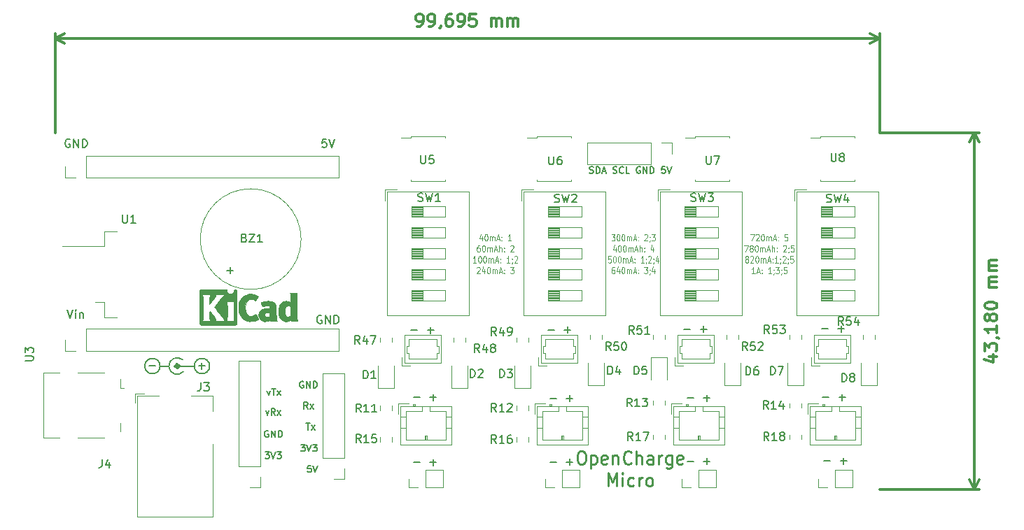
<source format=gbr>
G04 #@! TF.GenerationSoftware,KiCad,Pcbnew,5.0.0*
G04 #@! TF.CreationDate,2018-09-23T10:30:59+02:00*
G04 #@! TF.ProjectId,OpenChargeMicro,4F70656E4368617267654D6963726F2E,rev?*
G04 #@! TF.SameCoordinates,Original*
G04 #@! TF.FileFunction,Legend,Top*
G04 #@! TF.FilePolarity,Positive*
%FSLAX46Y46*%
G04 Gerber Fmt 4.6, Leading zero omitted, Abs format (unit mm)*
G04 Created by KiCad (PCBNEW 5.0.0) date Sun Sep 23 10:30:59 2018*
%MOMM*%
%LPD*%
G01*
G04 APERTURE LIST*
%ADD10C,0.200000*%
%ADD11C,0.250000*%
%ADD12C,0.125000*%
%ADD13C,0.300000*%
%ADD14C,0.120000*%
%ADD15C,0.010000*%
%ADD16C,0.150000*%
%ADD17C,0.500000*%
G04 APERTURE END LIST*
D10*
X91630547Y-118435428D02*
X92392452Y-118435428D01*
X92011500Y-118816380D02*
X92011500Y-118054476D01*
X85598047Y-118435428D02*
X86359952Y-118435428D01*
X85598047Y-118435428D02*
X86359952Y-118435428D01*
D11*
X137791785Y-128735809D02*
X138077500Y-128735809D01*
X138220357Y-128812000D01*
X138363214Y-128964380D01*
X138434642Y-129269142D01*
X138434642Y-129802476D01*
X138363214Y-130107238D01*
X138220357Y-130259619D01*
X138077500Y-130335809D01*
X137791785Y-130335809D01*
X137648928Y-130259619D01*
X137506071Y-130107238D01*
X137434642Y-129802476D01*
X137434642Y-129269142D01*
X137506071Y-128964380D01*
X137648928Y-128812000D01*
X137791785Y-128735809D01*
X139077500Y-129269142D02*
X139077500Y-130869142D01*
X139077500Y-129345333D02*
X139220357Y-129269142D01*
X139506071Y-129269142D01*
X139648928Y-129345333D01*
X139720357Y-129421523D01*
X139791785Y-129573904D01*
X139791785Y-130031047D01*
X139720357Y-130183428D01*
X139648928Y-130259619D01*
X139506071Y-130335809D01*
X139220357Y-130335809D01*
X139077500Y-130259619D01*
X141006071Y-130259619D02*
X140863214Y-130335809D01*
X140577500Y-130335809D01*
X140434642Y-130259619D01*
X140363214Y-130107238D01*
X140363214Y-129497714D01*
X140434642Y-129345333D01*
X140577500Y-129269142D01*
X140863214Y-129269142D01*
X141006071Y-129345333D01*
X141077500Y-129497714D01*
X141077500Y-129650095D01*
X140363214Y-129802476D01*
X141720357Y-129269142D02*
X141720357Y-130335809D01*
X141720357Y-129421523D02*
X141791785Y-129345333D01*
X141934642Y-129269142D01*
X142148928Y-129269142D01*
X142291785Y-129345333D01*
X142363214Y-129497714D01*
X142363214Y-130335809D01*
X143934642Y-130183428D02*
X143863214Y-130259619D01*
X143648928Y-130335809D01*
X143506071Y-130335809D01*
X143291785Y-130259619D01*
X143148928Y-130107238D01*
X143077500Y-129954857D01*
X143006071Y-129650095D01*
X143006071Y-129421523D01*
X143077500Y-129116761D01*
X143148928Y-128964380D01*
X143291785Y-128812000D01*
X143506071Y-128735809D01*
X143648928Y-128735809D01*
X143863214Y-128812000D01*
X143934642Y-128888190D01*
X144577500Y-130335809D02*
X144577500Y-128735809D01*
X145220357Y-130335809D02*
X145220357Y-129497714D01*
X145148928Y-129345333D01*
X145006071Y-129269142D01*
X144791785Y-129269142D01*
X144648928Y-129345333D01*
X144577500Y-129421523D01*
X146577500Y-130335809D02*
X146577500Y-129497714D01*
X146506071Y-129345333D01*
X146363214Y-129269142D01*
X146077500Y-129269142D01*
X145934642Y-129345333D01*
X146577500Y-130259619D02*
X146434642Y-130335809D01*
X146077500Y-130335809D01*
X145934642Y-130259619D01*
X145863214Y-130107238D01*
X145863214Y-129954857D01*
X145934642Y-129802476D01*
X146077500Y-129726285D01*
X146434642Y-129726285D01*
X146577500Y-129650095D01*
X147291785Y-130335809D02*
X147291785Y-129269142D01*
X147291785Y-129573904D02*
X147363214Y-129421523D01*
X147434642Y-129345333D01*
X147577500Y-129269142D01*
X147720357Y-129269142D01*
X148863214Y-129269142D02*
X148863214Y-130564380D01*
X148791785Y-130716761D01*
X148720357Y-130792952D01*
X148577500Y-130869142D01*
X148363214Y-130869142D01*
X148220357Y-130792952D01*
X148863214Y-130259619D02*
X148720357Y-130335809D01*
X148434642Y-130335809D01*
X148291785Y-130259619D01*
X148220357Y-130183428D01*
X148148928Y-130031047D01*
X148148928Y-129573904D01*
X148220357Y-129421523D01*
X148291785Y-129345333D01*
X148434642Y-129269142D01*
X148720357Y-129269142D01*
X148863214Y-129345333D01*
X150148928Y-130259619D02*
X150006071Y-130335809D01*
X149720357Y-130335809D01*
X149577500Y-130259619D01*
X149506071Y-130107238D01*
X149506071Y-129497714D01*
X149577500Y-129345333D01*
X149720357Y-129269142D01*
X150006071Y-129269142D01*
X150148928Y-129345333D01*
X150220357Y-129497714D01*
X150220357Y-129650095D01*
X149506071Y-129802476D01*
X141184642Y-132985809D02*
X141184642Y-131385809D01*
X141684642Y-132528666D01*
X142184642Y-131385809D01*
X142184642Y-132985809D01*
X142898928Y-132985809D02*
X142898928Y-131919142D01*
X142898928Y-131385809D02*
X142827500Y-131462000D01*
X142898928Y-131538190D01*
X142970357Y-131462000D01*
X142898928Y-131385809D01*
X142898928Y-131538190D01*
X144256071Y-132909619D02*
X144113214Y-132985809D01*
X143827500Y-132985809D01*
X143684642Y-132909619D01*
X143613214Y-132833428D01*
X143541785Y-132681047D01*
X143541785Y-132223904D01*
X143613214Y-132071523D01*
X143684642Y-131995333D01*
X143827500Y-131919142D01*
X144113214Y-131919142D01*
X144256071Y-131995333D01*
X144898928Y-132985809D02*
X144898928Y-131919142D01*
X144898928Y-132223904D02*
X144970357Y-132071523D01*
X145041785Y-131995333D01*
X145184642Y-131919142D01*
X145327500Y-131919142D01*
X146041785Y-132985809D02*
X145898928Y-132909619D01*
X145827500Y-132833428D01*
X145756071Y-132681047D01*
X145756071Y-132223904D01*
X145827500Y-132071523D01*
X145898928Y-131995333D01*
X146041785Y-131919142D01*
X146256071Y-131919142D01*
X146398928Y-131995333D01*
X146470357Y-132071523D01*
X146541785Y-132223904D01*
X146541785Y-132681047D01*
X146470357Y-132833428D01*
X146398928Y-132909619D01*
X146256071Y-132985809D01*
X146041785Y-132985809D01*
D12*
X158395476Y-102476404D02*
X158828809Y-102476404D01*
X158550238Y-103276404D01*
X159045476Y-102552595D02*
X159076428Y-102514500D01*
X159138333Y-102476404D01*
X159293095Y-102476404D01*
X159355000Y-102514500D01*
X159385952Y-102552595D01*
X159416904Y-102628785D01*
X159416904Y-102704976D01*
X159385952Y-102819261D01*
X159014523Y-103276404D01*
X159416904Y-103276404D01*
X159819285Y-102476404D02*
X159881190Y-102476404D01*
X159943095Y-102514500D01*
X159974047Y-102552595D01*
X160005000Y-102628785D01*
X160035952Y-102781166D01*
X160035952Y-102971642D01*
X160005000Y-103124023D01*
X159974047Y-103200214D01*
X159943095Y-103238309D01*
X159881190Y-103276404D01*
X159819285Y-103276404D01*
X159757380Y-103238309D01*
X159726428Y-103200214D01*
X159695476Y-103124023D01*
X159664523Y-102971642D01*
X159664523Y-102781166D01*
X159695476Y-102628785D01*
X159726428Y-102552595D01*
X159757380Y-102514500D01*
X159819285Y-102476404D01*
X160314523Y-103276404D02*
X160314523Y-102743071D01*
X160314523Y-102819261D02*
X160345476Y-102781166D01*
X160407380Y-102743071D01*
X160500238Y-102743071D01*
X160562142Y-102781166D01*
X160593095Y-102857357D01*
X160593095Y-103276404D01*
X160593095Y-102857357D02*
X160624047Y-102781166D01*
X160685952Y-102743071D01*
X160778809Y-102743071D01*
X160840714Y-102781166D01*
X160871666Y-102857357D01*
X160871666Y-103276404D01*
X161150238Y-103047833D02*
X161459761Y-103047833D01*
X161088333Y-103276404D02*
X161305000Y-102476404D01*
X161521666Y-103276404D01*
X161738333Y-103200214D02*
X161769285Y-103238309D01*
X161738333Y-103276404D01*
X161707380Y-103238309D01*
X161738333Y-103200214D01*
X161738333Y-103276404D01*
X161738333Y-102781166D02*
X161769285Y-102819261D01*
X161738333Y-102857357D01*
X161707380Y-102819261D01*
X161738333Y-102781166D01*
X161738333Y-102857357D01*
X162852619Y-102476404D02*
X162543095Y-102476404D01*
X162512142Y-102857357D01*
X162543095Y-102819261D01*
X162605000Y-102781166D01*
X162759761Y-102781166D01*
X162821666Y-102819261D01*
X162852619Y-102857357D01*
X162883571Y-102933547D01*
X162883571Y-103124023D01*
X162852619Y-103200214D01*
X162821666Y-103238309D01*
X162759761Y-103276404D01*
X162605000Y-103276404D01*
X162543095Y-103238309D01*
X162512142Y-103200214D01*
X157637142Y-103801404D02*
X158070476Y-103801404D01*
X157791904Y-104601404D01*
X158410952Y-104144261D02*
X158349047Y-104106166D01*
X158318095Y-104068071D01*
X158287142Y-103991880D01*
X158287142Y-103953785D01*
X158318095Y-103877595D01*
X158349047Y-103839500D01*
X158410952Y-103801404D01*
X158534761Y-103801404D01*
X158596666Y-103839500D01*
X158627619Y-103877595D01*
X158658571Y-103953785D01*
X158658571Y-103991880D01*
X158627619Y-104068071D01*
X158596666Y-104106166D01*
X158534761Y-104144261D01*
X158410952Y-104144261D01*
X158349047Y-104182357D01*
X158318095Y-104220452D01*
X158287142Y-104296642D01*
X158287142Y-104449023D01*
X158318095Y-104525214D01*
X158349047Y-104563309D01*
X158410952Y-104601404D01*
X158534761Y-104601404D01*
X158596666Y-104563309D01*
X158627619Y-104525214D01*
X158658571Y-104449023D01*
X158658571Y-104296642D01*
X158627619Y-104220452D01*
X158596666Y-104182357D01*
X158534761Y-104144261D01*
X159060952Y-103801404D02*
X159122857Y-103801404D01*
X159184761Y-103839500D01*
X159215714Y-103877595D01*
X159246666Y-103953785D01*
X159277619Y-104106166D01*
X159277619Y-104296642D01*
X159246666Y-104449023D01*
X159215714Y-104525214D01*
X159184761Y-104563309D01*
X159122857Y-104601404D01*
X159060952Y-104601404D01*
X158999047Y-104563309D01*
X158968095Y-104525214D01*
X158937142Y-104449023D01*
X158906190Y-104296642D01*
X158906190Y-104106166D01*
X158937142Y-103953785D01*
X158968095Y-103877595D01*
X158999047Y-103839500D01*
X159060952Y-103801404D01*
X159556190Y-104601404D02*
X159556190Y-104068071D01*
X159556190Y-104144261D02*
X159587142Y-104106166D01*
X159649047Y-104068071D01*
X159741904Y-104068071D01*
X159803809Y-104106166D01*
X159834761Y-104182357D01*
X159834761Y-104601404D01*
X159834761Y-104182357D02*
X159865714Y-104106166D01*
X159927619Y-104068071D01*
X160020476Y-104068071D01*
X160082380Y-104106166D01*
X160113333Y-104182357D01*
X160113333Y-104601404D01*
X160391904Y-104372833D02*
X160701428Y-104372833D01*
X160330000Y-104601404D02*
X160546666Y-103801404D01*
X160763333Y-104601404D01*
X160980000Y-104601404D02*
X160980000Y-103801404D01*
X161258571Y-104601404D02*
X161258571Y-104182357D01*
X161227619Y-104106166D01*
X161165714Y-104068071D01*
X161072857Y-104068071D01*
X161010952Y-104106166D01*
X160980000Y-104144261D01*
X161568095Y-104525214D02*
X161599047Y-104563309D01*
X161568095Y-104601404D01*
X161537142Y-104563309D01*
X161568095Y-104525214D01*
X161568095Y-104601404D01*
X161568095Y-104106166D02*
X161599047Y-104144261D01*
X161568095Y-104182357D01*
X161537142Y-104144261D01*
X161568095Y-104106166D01*
X161568095Y-104182357D01*
X162341904Y-103877595D02*
X162372857Y-103839500D01*
X162434761Y-103801404D01*
X162589523Y-103801404D01*
X162651428Y-103839500D01*
X162682380Y-103877595D01*
X162713333Y-103953785D01*
X162713333Y-104029976D01*
X162682380Y-104144261D01*
X162310952Y-104601404D01*
X162713333Y-104601404D01*
X163022857Y-104563309D02*
X163022857Y-104601404D01*
X162991904Y-104677595D01*
X162960952Y-104715690D01*
X162991904Y-104106166D02*
X163022857Y-104144261D01*
X162991904Y-104182357D01*
X162960952Y-104144261D01*
X162991904Y-104106166D01*
X162991904Y-104182357D01*
X163610952Y-103801404D02*
X163301428Y-103801404D01*
X163270476Y-104182357D01*
X163301428Y-104144261D01*
X163363333Y-104106166D01*
X163518095Y-104106166D01*
X163580000Y-104144261D01*
X163610952Y-104182357D01*
X163641904Y-104258547D01*
X163641904Y-104449023D01*
X163610952Y-104525214D01*
X163580000Y-104563309D01*
X163518095Y-104601404D01*
X163363333Y-104601404D01*
X163301428Y-104563309D01*
X163270476Y-104525214D01*
X157869285Y-105469261D02*
X157807380Y-105431166D01*
X157776428Y-105393071D01*
X157745476Y-105316880D01*
X157745476Y-105278785D01*
X157776428Y-105202595D01*
X157807380Y-105164500D01*
X157869285Y-105126404D01*
X157993095Y-105126404D01*
X158055000Y-105164500D01*
X158085952Y-105202595D01*
X158116904Y-105278785D01*
X158116904Y-105316880D01*
X158085952Y-105393071D01*
X158055000Y-105431166D01*
X157993095Y-105469261D01*
X157869285Y-105469261D01*
X157807380Y-105507357D01*
X157776428Y-105545452D01*
X157745476Y-105621642D01*
X157745476Y-105774023D01*
X157776428Y-105850214D01*
X157807380Y-105888309D01*
X157869285Y-105926404D01*
X157993095Y-105926404D01*
X158055000Y-105888309D01*
X158085952Y-105850214D01*
X158116904Y-105774023D01*
X158116904Y-105621642D01*
X158085952Y-105545452D01*
X158055000Y-105507357D01*
X157993095Y-105469261D01*
X158364523Y-105202595D02*
X158395476Y-105164500D01*
X158457380Y-105126404D01*
X158612142Y-105126404D01*
X158674047Y-105164500D01*
X158705000Y-105202595D01*
X158735952Y-105278785D01*
X158735952Y-105354976D01*
X158705000Y-105469261D01*
X158333571Y-105926404D01*
X158735952Y-105926404D01*
X159138333Y-105126404D02*
X159200238Y-105126404D01*
X159262142Y-105164500D01*
X159293095Y-105202595D01*
X159324047Y-105278785D01*
X159355000Y-105431166D01*
X159355000Y-105621642D01*
X159324047Y-105774023D01*
X159293095Y-105850214D01*
X159262142Y-105888309D01*
X159200238Y-105926404D01*
X159138333Y-105926404D01*
X159076428Y-105888309D01*
X159045476Y-105850214D01*
X159014523Y-105774023D01*
X158983571Y-105621642D01*
X158983571Y-105431166D01*
X159014523Y-105278785D01*
X159045476Y-105202595D01*
X159076428Y-105164500D01*
X159138333Y-105126404D01*
X159633571Y-105926404D02*
X159633571Y-105393071D01*
X159633571Y-105469261D02*
X159664523Y-105431166D01*
X159726428Y-105393071D01*
X159819285Y-105393071D01*
X159881190Y-105431166D01*
X159912142Y-105507357D01*
X159912142Y-105926404D01*
X159912142Y-105507357D02*
X159943095Y-105431166D01*
X160005000Y-105393071D01*
X160097857Y-105393071D01*
X160159761Y-105431166D01*
X160190714Y-105507357D01*
X160190714Y-105926404D01*
X160469285Y-105697833D02*
X160778809Y-105697833D01*
X160407380Y-105926404D02*
X160624047Y-105126404D01*
X160840714Y-105926404D01*
X161057380Y-105850214D02*
X161088333Y-105888309D01*
X161057380Y-105926404D01*
X161026428Y-105888309D01*
X161057380Y-105850214D01*
X161057380Y-105926404D01*
X161057380Y-105431166D02*
X161088333Y-105469261D01*
X161057380Y-105507357D01*
X161026428Y-105469261D01*
X161057380Y-105431166D01*
X161057380Y-105507357D01*
X161707380Y-105926404D02*
X161335952Y-105926404D01*
X161521666Y-105926404D02*
X161521666Y-105126404D01*
X161459761Y-105240690D01*
X161397857Y-105316880D01*
X161335952Y-105354976D01*
X162016904Y-105888309D02*
X162016904Y-105926404D01*
X161985952Y-106002595D01*
X161955000Y-106040690D01*
X161985952Y-105431166D02*
X162016904Y-105469261D01*
X161985952Y-105507357D01*
X161955000Y-105469261D01*
X161985952Y-105431166D01*
X161985952Y-105507357D01*
X162264523Y-105202595D02*
X162295476Y-105164500D01*
X162357380Y-105126404D01*
X162512142Y-105126404D01*
X162574047Y-105164500D01*
X162605000Y-105202595D01*
X162635952Y-105278785D01*
X162635952Y-105354976D01*
X162605000Y-105469261D01*
X162233571Y-105926404D01*
X162635952Y-105926404D01*
X162945476Y-105888309D02*
X162945476Y-105926404D01*
X162914523Y-106002595D01*
X162883571Y-106040690D01*
X162914523Y-105431166D02*
X162945476Y-105469261D01*
X162914523Y-105507357D01*
X162883571Y-105469261D01*
X162914523Y-105431166D01*
X162914523Y-105507357D01*
X163533571Y-105126404D02*
X163224047Y-105126404D01*
X163193095Y-105507357D01*
X163224047Y-105469261D01*
X163285952Y-105431166D01*
X163440714Y-105431166D01*
X163502619Y-105469261D01*
X163533571Y-105507357D01*
X163564523Y-105583547D01*
X163564523Y-105774023D01*
X163533571Y-105850214D01*
X163502619Y-105888309D01*
X163440714Y-105926404D01*
X163285952Y-105926404D01*
X163224047Y-105888309D01*
X163193095Y-105850214D01*
X158921666Y-107251404D02*
X158550238Y-107251404D01*
X158735952Y-107251404D02*
X158735952Y-106451404D01*
X158674047Y-106565690D01*
X158612142Y-106641880D01*
X158550238Y-106679976D01*
X159169285Y-107022833D02*
X159478809Y-107022833D01*
X159107380Y-107251404D02*
X159324047Y-106451404D01*
X159540714Y-107251404D01*
X159757380Y-107175214D02*
X159788333Y-107213309D01*
X159757380Y-107251404D01*
X159726428Y-107213309D01*
X159757380Y-107175214D01*
X159757380Y-107251404D01*
X159757380Y-106756166D02*
X159788333Y-106794261D01*
X159757380Y-106832357D01*
X159726428Y-106794261D01*
X159757380Y-106756166D01*
X159757380Y-106832357D01*
X160902619Y-107251404D02*
X160531190Y-107251404D01*
X160716904Y-107251404D02*
X160716904Y-106451404D01*
X160655000Y-106565690D01*
X160593095Y-106641880D01*
X160531190Y-106679976D01*
X161212142Y-107213309D02*
X161212142Y-107251404D01*
X161181190Y-107327595D01*
X161150238Y-107365690D01*
X161181190Y-106756166D02*
X161212142Y-106794261D01*
X161181190Y-106832357D01*
X161150238Y-106794261D01*
X161181190Y-106756166D01*
X161181190Y-106832357D01*
X161428809Y-106451404D02*
X161831190Y-106451404D01*
X161614523Y-106756166D01*
X161707380Y-106756166D01*
X161769285Y-106794261D01*
X161800238Y-106832357D01*
X161831190Y-106908547D01*
X161831190Y-107099023D01*
X161800238Y-107175214D01*
X161769285Y-107213309D01*
X161707380Y-107251404D01*
X161521666Y-107251404D01*
X161459761Y-107213309D01*
X161428809Y-107175214D01*
X162140714Y-107213309D02*
X162140714Y-107251404D01*
X162109761Y-107327595D01*
X162078809Y-107365690D01*
X162109761Y-106756166D02*
X162140714Y-106794261D01*
X162109761Y-106832357D01*
X162078809Y-106794261D01*
X162109761Y-106756166D01*
X162109761Y-106832357D01*
X162728809Y-106451404D02*
X162419285Y-106451404D01*
X162388333Y-106832357D01*
X162419285Y-106794261D01*
X162481190Y-106756166D01*
X162635952Y-106756166D01*
X162697857Y-106794261D01*
X162728809Y-106832357D01*
X162759761Y-106908547D01*
X162759761Y-107099023D01*
X162728809Y-107175214D01*
X162697857Y-107213309D01*
X162635952Y-107251404D01*
X162481190Y-107251404D01*
X162419285Y-107213309D01*
X162388333Y-107175214D01*
X141568500Y-102476404D02*
X141958500Y-102476404D01*
X141748500Y-102781166D01*
X141838500Y-102781166D01*
X141898500Y-102819261D01*
X141928500Y-102857357D01*
X141958500Y-102933547D01*
X141958500Y-103124023D01*
X141928500Y-103200214D01*
X141898500Y-103238309D01*
X141838500Y-103276404D01*
X141658500Y-103276404D01*
X141598500Y-103238309D01*
X141568500Y-103200214D01*
X142348500Y-102476404D02*
X142408500Y-102476404D01*
X142468500Y-102514500D01*
X142498500Y-102552595D01*
X142528500Y-102628785D01*
X142558500Y-102781166D01*
X142558500Y-102971642D01*
X142528500Y-103124023D01*
X142498500Y-103200214D01*
X142468500Y-103238309D01*
X142408500Y-103276404D01*
X142348500Y-103276404D01*
X142288500Y-103238309D01*
X142258500Y-103200214D01*
X142228500Y-103124023D01*
X142198500Y-102971642D01*
X142198500Y-102781166D01*
X142228500Y-102628785D01*
X142258500Y-102552595D01*
X142288500Y-102514500D01*
X142348500Y-102476404D01*
X142948500Y-102476404D02*
X143008500Y-102476404D01*
X143068500Y-102514500D01*
X143098500Y-102552595D01*
X143128500Y-102628785D01*
X143158500Y-102781166D01*
X143158500Y-102971642D01*
X143128500Y-103124023D01*
X143098500Y-103200214D01*
X143068500Y-103238309D01*
X143008500Y-103276404D01*
X142948500Y-103276404D01*
X142888500Y-103238309D01*
X142858500Y-103200214D01*
X142828500Y-103124023D01*
X142798500Y-102971642D01*
X142798500Y-102781166D01*
X142828500Y-102628785D01*
X142858500Y-102552595D01*
X142888500Y-102514500D01*
X142948500Y-102476404D01*
X143428500Y-103276404D02*
X143428500Y-102743071D01*
X143428500Y-102819261D02*
X143458500Y-102781166D01*
X143518500Y-102743071D01*
X143608500Y-102743071D01*
X143668500Y-102781166D01*
X143698500Y-102857357D01*
X143698500Y-103276404D01*
X143698500Y-102857357D02*
X143728500Y-102781166D01*
X143788500Y-102743071D01*
X143878500Y-102743071D01*
X143938500Y-102781166D01*
X143968500Y-102857357D01*
X143968500Y-103276404D01*
X144238500Y-103047833D02*
X144538500Y-103047833D01*
X144178500Y-103276404D02*
X144388500Y-102476404D01*
X144598500Y-103276404D01*
X144808500Y-103200214D02*
X144838500Y-103238309D01*
X144808500Y-103276404D01*
X144778500Y-103238309D01*
X144808500Y-103200214D01*
X144808500Y-103276404D01*
X144808500Y-102781166D02*
X144838500Y-102819261D01*
X144808500Y-102857357D01*
X144778500Y-102819261D01*
X144808500Y-102781166D01*
X144808500Y-102857357D01*
X145558500Y-102552595D02*
X145588500Y-102514500D01*
X145648500Y-102476404D01*
X145798500Y-102476404D01*
X145858500Y-102514500D01*
X145888500Y-102552595D01*
X145918500Y-102628785D01*
X145918500Y-102704976D01*
X145888500Y-102819261D01*
X145528500Y-103276404D01*
X145918500Y-103276404D01*
X146218500Y-103238309D02*
X146218500Y-103276404D01*
X146188500Y-103352595D01*
X146158500Y-103390690D01*
X146188500Y-102781166D02*
X146218500Y-102819261D01*
X146188500Y-102857357D01*
X146158500Y-102819261D01*
X146188500Y-102781166D01*
X146188500Y-102857357D01*
X146428500Y-102476404D02*
X146818500Y-102476404D01*
X146608500Y-102781166D01*
X146698500Y-102781166D01*
X146758500Y-102819261D01*
X146788500Y-102857357D01*
X146818500Y-102933547D01*
X146818500Y-103124023D01*
X146788500Y-103200214D01*
X146758500Y-103238309D01*
X146698500Y-103276404D01*
X146518500Y-103276404D01*
X146458500Y-103238309D01*
X146428500Y-103200214D01*
X142063500Y-104068071D02*
X142063500Y-104601404D01*
X141913500Y-103763309D02*
X141763500Y-104334738D01*
X142153500Y-104334738D01*
X142513500Y-103801404D02*
X142573500Y-103801404D01*
X142633500Y-103839500D01*
X142663500Y-103877595D01*
X142693500Y-103953785D01*
X142723500Y-104106166D01*
X142723500Y-104296642D01*
X142693500Y-104449023D01*
X142663500Y-104525214D01*
X142633500Y-104563309D01*
X142573500Y-104601404D01*
X142513500Y-104601404D01*
X142453500Y-104563309D01*
X142423500Y-104525214D01*
X142393500Y-104449023D01*
X142363500Y-104296642D01*
X142363500Y-104106166D01*
X142393500Y-103953785D01*
X142423500Y-103877595D01*
X142453500Y-103839500D01*
X142513500Y-103801404D01*
X143113500Y-103801404D02*
X143173500Y-103801404D01*
X143233500Y-103839500D01*
X143263500Y-103877595D01*
X143293500Y-103953785D01*
X143323500Y-104106166D01*
X143323500Y-104296642D01*
X143293500Y-104449023D01*
X143263500Y-104525214D01*
X143233500Y-104563309D01*
X143173500Y-104601404D01*
X143113500Y-104601404D01*
X143053500Y-104563309D01*
X143023500Y-104525214D01*
X142993500Y-104449023D01*
X142963500Y-104296642D01*
X142963500Y-104106166D01*
X142993500Y-103953785D01*
X143023500Y-103877595D01*
X143053500Y-103839500D01*
X143113500Y-103801404D01*
X143593500Y-104601404D02*
X143593500Y-104068071D01*
X143593500Y-104144261D02*
X143623500Y-104106166D01*
X143683500Y-104068071D01*
X143773500Y-104068071D01*
X143833500Y-104106166D01*
X143863500Y-104182357D01*
X143863500Y-104601404D01*
X143863500Y-104182357D02*
X143893500Y-104106166D01*
X143953500Y-104068071D01*
X144043500Y-104068071D01*
X144103500Y-104106166D01*
X144133500Y-104182357D01*
X144133500Y-104601404D01*
X144403500Y-104372833D02*
X144703500Y-104372833D01*
X144343500Y-104601404D02*
X144553500Y-103801404D01*
X144763500Y-104601404D01*
X144973500Y-104601404D02*
X144973500Y-103801404D01*
X145243500Y-104601404D02*
X145243500Y-104182357D01*
X145213500Y-104106166D01*
X145153500Y-104068071D01*
X145063500Y-104068071D01*
X145003500Y-104106166D01*
X144973500Y-104144261D01*
X145543500Y-104525214D02*
X145573500Y-104563309D01*
X145543500Y-104601404D01*
X145513500Y-104563309D01*
X145543500Y-104525214D01*
X145543500Y-104601404D01*
X145543500Y-104106166D02*
X145573500Y-104144261D01*
X145543500Y-104182357D01*
X145513500Y-104144261D01*
X145543500Y-104106166D01*
X145543500Y-104182357D01*
X146593500Y-104068071D02*
X146593500Y-104601404D01*
X146443500Y-103763309D02*
X146293500Y-104334738D01*
X146683500Y-104334738D01*
X141478500Y-105126404D02*
X141178500Y-105126404D01*
X141148500Y-105507357D01*
X141178500Y-105469261D01*
X141238500Y-105431166D01*
X141388500Y-105431166D01*
X141448500Y-105469261D01*
X141478500Y-105507357D01*
X141508500Y-105583547D01*
X141508500Y-105774023D01*
X141478500Y-105850214D01*
X141448500Y-105888309D01*
X141388500Y-105926404D01*
X141238500Y-105926404D01*
X141178500Y-105888309D01*
X141148500Y-105850214D01*
X141898500Y-105126404D02*
X141958500Y-105126404D01*
X142018500Y-105164500D01*
X142048500Y-105202595D01*
X142078500Y-105278785D01*
X142108500Y-105431166D01*
X142108500Y-105621642D01*
X142078500Y-105774023D01*
X142048500Y-105850214D01*
X142018500Y-105888309D01*
X141958500Y-105926404D01*
X141898500Y-105926404D01*
X141838500Y-105888309D01*
X141808500Y-105850214D01*
X141778500Y-105774023D01*
X141748500Y-105621642D01*
X141748500Y-105431166D01*
X141778500Y-105278785D01*
X141808500Y-105202595D01*
X141838500Y-105164500D01*
X141898500Y-105126404D01*
X142498500Y-105126404D02*
X142558500Y-105126404D01*
X142618500Y-105164500D01*
X142648500Y-105202595D01*
X142678500Y-105278785D01*
X142708500Y-105431166D01*
X142708500Y-105621642D01*
X142678500Y-105774023D01*
X142648500Y-105850214D01*
X142618500Y-105888309D01*
X142558500Y-105926404D01*
X142498500Y-105926404D01*
X142438500Y-105888309D01*
X142408500Y-105850214D01*
X142378500Y-105774023D01*
X142348500Y-105621642D01*
X142348500Y-105431166D01*
X142378500Y-105278785D01*
X142408500Y-105202595D01*
X142438500Y-105164500D01*
X142498500Y-105126404D01*
X142978500Y-105926404D02*
X142978500Y-105393071D01*
X142978500Y-105469261D02*
X143008500Y-105431166D01*
X143068500Y-105393071D01*
X143158500Y-105393071D01*
X143218500Y-105431166D01*
X143248500Y-105507357D01*
X143248500Y-105926404D01*
X143248500Y-105507357D02*
X143278500Y-105431166D01*
X143338500Y-105393071D01*
X143428500Y-105393071D01*
X143488500Y-105431166D01*
X143518500Y-105507357D01*
X143518500Y-105926404D01*
X143788500Y-105697833D02*
X144088500Y-105697833D01*
X143728500Y-105926404D02*
X143938500Y-105126404D01*
X144148500Y-105926404D01*
X144358500Y-105850214D02*
X144388500Y-105888309D01*
X144358500Y-105926404D01*
X144328500Y-105888309D01*
X144358500Y-105850214D01*
X144358500Y-105926404D01*
X144358500Y-105431166D02*
X144388500Y-105469261D01*
X144358500Y-105507357D01*
X144328500Y-105469261D01*
X144358500Y-105431166D01*
X144358500Y-105507357D01*
X145468500Y-105926404D02*
X145108500Y-105926404D01*
X145288500Y-105926404D02*
X145288500Y-105126404D01*
X145228500Y-105240690D01*
X145168500Y-105316880D01*
X145108500Y-105354976D01*
X145768500Y-105888309D02*
X145768500Y-105926404D01*
X145738500Y-106002595D01*
X145708500Y-106040690D01*
X145738500Y-105431166D02*
X145768500Y-105469261D01*
X145738500Y-105507357D01*
X145708500Y-105469261D01*
X145738500Y-105431166D01*
X145738500Y-105507357D01*
X146008500Y-105202595D02*
X146038500Y-105164500D01*
X146098500Y-105126404D01*
X146248500Y-105126404D01*
X146308500Y-105164500D01*
X146338500Y-105202595D01*
X146368500Y-105278785D01*
X146368500Y-105354976D01*
X146338500Y-105469261D01*
X145978500Y-105926404D01*
X146368500Y-105926404D01*
X146668500Y-105888309D02*
X146668500Y-105926404D01*
X146638500Y-106002595D01*
X146608500Y-106040690D01*
X146638500Y-105431166D02*
X146668500Y-105469261D01*
X146638500Y-105507357D01*
X146608500Y-105469261D01*
X146638500Y-105431166D01*
X146638500Y-105507357D01*
X147208500Y-105393071D02*
X147208500Y-105926404D01*
X147058500Y-105088309D02*
X146908500Y-105659738D01*
X147298500Y-105659738D01*
X141898500Y-106451404D02*
X141778500Y-106451404D01*
X141718500Y-106489500D01*
X141688500Y-106527595D01*
X141628500Y-106641880D01*
X141598500Y-106794261D01*
X141598500Y-107099023D01*
X141628500Y-107175214D01*
X141658500Y-107213309D01*
X141718500Y-107251404D01*
X141838500Y-107251404D01*
X141898500Y-107213309D01*
X141928500Y-107175214D01*
X141958500Y-107099023D01*
X141958500Y-106908547D01*
X141928500Y-106832357D01*
X141898500Y-106794261D01*
X141838500Y-106756166D01*
X141718500Y-106756166D01*
X141658500Y-106794261D01*
X141628500Y-106832357D01*
X141598500Y-106908547D01*
X142498500Y-106718071D02*
X142498500Y-107251404D01*
X142348500Y-106413309D02*
X142198500Y-106984738D01*
X142588500Y-106984738D01*
X142948500Y-106451404D02*
X143008500Y-106451404D01*
X143068500Y-106489500D01*
X143098500Y-106527595D01*
X143128500Y-106603785D01*
X143158500Y-106756166D01*
X143158500Y-106946642D01*
X143128500Y-107099023D01*
X143098500Y-107175214D01*
X143068500Y-107213309D01*
X143008500Y-107251404D01*
X142948500Y-107251404D01*
X142888500Y-107213309D01*
X142858500Y-107175214D01*
X142828500Y-107099023D01*
X142798500Y-106946642D01*
X142798500Y-106756166D01*
X142828500Y-106603785D01*
X142858500Y-106527595D01*
X142888500Y-106489500D01*
X142948500Y-106451404D01*
X143428500Y-107251404D02*
X143428500Y-106718071D01*
X143428500Y-106794261D02*
X143458500Y-106756166D01*
X143518500Y-106718071D01*
X143608500Y-106718071D01*
X143668500Y-106756166D01*
X143698500Y-106832357D01*
X143698500Y-107251404D01*
X143698500Y-106832357D02*
X143728500Y-106756166D01*
X143788500Y-106718071D01*
X143878500Y-106718071D01*
X143938500Y-106756166D01*
X143968500Y-106832357D01*
X143968500Y-107251404D01*
X144238500Y-107022833D02*
X144538500Y-107022833D01*
X144178500Y-107251404D02*
X144388500Y-106451404D01*
X144598500Y-107251404D01*
X144808500Y-107175214D02*
X144838500Y-107213309D01*
X144808500Y-107251404D01*
X144778500Y-107213309D01*
X144808500Y-107175214D01*
X144808500Y-107251404D01*
X144808500Y-106756166D02*
X144838500Y-106794261D01*
X144808500Y-106832357D01*
X144778500Y-106794261D01*
X144808500Y-106756166D01*
X144808500Y-106832357D01*
X145528500Y-106451404D02*
X145918500Y-106451404D01*
X145708500Y-106756166D01*
X145798500Y-106756166D01*
X145858500Y-106794261D01*
X145888500Y-106832357D01*
X145918500Y-106908547D01*
X145918500Y-107099023D01*
X145888500Y-107175214D01*
X145858500Y-107213309D01*
X145798500Y-107251404D01*
X145618500Y-107251404D01*
X145558500Y-107213309D01*
X145528500Y-107175214D01*
X146218500Y-107213309D02*
X146218500Y-107251404D01*
X146188500Y-107327595D01*
X146158500Y-107365690D01*
X146188500Y-106756166D02*
X146218500Y-106794261D01*
X146188500Y-106832357D01*
X146158500Y-106794261D01*
X146188500Y-106756166D01*
X146188500Y-106832357D01*
X146758500Y-106718071D02*
X146758500Y-107251404D01*
X146608500Y-106413309D02*
X146458500Y-106984738D01*
X146848500Y-106984738D01*
X125898476Y-102743071D02*
X125898476Y-103276404D01*
X125743714Y-102438309D02*
X125588952Y-103009738D01*
X125991333Y-103009738D01*
X126362761Y-102476404D02*
X126424666Y-102476404D01*
X126486571Y-102514500D01*
X126517523Y-102552595D01*
X126548476Y-102628785D01*
X126579428Y-102781166D01*
X126579428Y-102971642D01*
X126548476Y-103124023D01*
X126517523Y-103200214D01*
X126486571Y-103238309D01*
X126424666Y-103276404D01*
X126362761Y-103276404D01*
X126300857Y-103238309D01*
X126269904Y-103200214D01*
X126238952Y-103124023D01*
X126208000Y-102971642D01*
X126208000Y-102781166D01*
X126238952Y-102628785D01*
X126269904Y-102552595D01*
X126300857Y-102514500D01*
X126362761Y-102476404D01*
X126858000Y-103276404D02*
X126858000Y-102743071D01*
X126858000Y-102819261D02*
X126888952Y-102781166D01*
X126950857Y-102743071D01*
X127043714Y-102743071D01*
X127105619Y-102781166D01*
X127136571Y-102857357D01*
X127136571Y-103276404D01*
X127136571Y-102857357D02*
X127167523Y-102781166D01*
X127229428Y-102743071D01*
X127322285Y-102743071D01*
X127384190Y-102781166D01*
X127415142Y-102857357D01*
X127415142Y-103276404D01*
X127693714Y-103047833D02*
X128003238Y-103047833D01*
X127631809Y-103276404D02*
X127848476Y-102476404D01*
X128065142Y-103276404D01*
X128281809Y-103200214D02*
X128312761Y-103238309D01*
X128281809Y-103276404D01*
X128250857Y-103238309D01*
X128281809Y-103200214D01*
X128281809Y-103276404D01*
X128281809Y-102781166D02*
X128312761Y-102819261D01*
X128281809Y-102857357D01*
X128250857Y-102819261D01*
X128281809Y-102781166D01*
X128281809Y-102857357D01*
X129427047Y-103276404D02*
X129055619Y-103276404D01*
X129241333Y-103276404D02*
X129241333Y-102476404D01*
X129179428Y-102590690D01*
X129117523Y-102666880D01*
X129055619Y-102704976D01*
X125604428Y-103801404D02*
X125480619Y-103801404D01*
X125418714Y-103839500D01*
X125387761Y-103877595D01*
X125325857Y-103991880D01*
X125294904Y-104144261D01*
X125294904Y-104449023D01*
X125325857Y-104525214D01*
X125356809Y-104563309D01*
X125418714Y-104601404D01*
X125542523Y-104601404D01*
X125604428Y-104563309D01*
X125635380Y-104525214D01*
X125666333Y-104449023D01*
X125666333Y-104258547D01*
X125635380Y-104182357D01*
X125604428Y-104144261D01*
X125542523Y-104106166D01*
X125418714Y-104106166D01*
X125356809Y-104144261D01*
X125325857Y-104182357D01*
X125294904Y-104258547D01*
X126068714Y-103801404D02*
X126130619Y-103801404D01*
X126192523Y-103839500D01*
X126223476Y-103877595D01*
X126254428Y-103953785D01*
X126285380Y-104106166D01*
X126285380Y-104296642D01*
X126254428Y-104449023D01*
X126223476Y-104525214D01*
X126192523Y-104563309D01*
X126130619Y-104601404D01*
X126068714Y-104601404D01*
X126006809Y-104563309D01*
X125975857Y-104525214D01*
X125944904Y-104449023D01*
X125913952Y-104296642D01*
X125913952Y-104106166D01*
X125944904Y-103953785D01*
X125975857Y-103877595D01*
X126006809Y-103839500D01*
X126068714Y-103801404D01*
X126563952Y-104601404D02*
X126563952Y-104068071D01*
X126563952Y-104144261D02*
X126594904Y-104106166D01*
X126656809Y-104068071D01*
X126749666Y-104068071D01*
X126811571Y-104106166D01*
X126842523Y-104182357D01*
X126842523Y-104601404D01*
X126842523Y-104182357D02*
X126873476Y-104106166D01*
X126935380Y-104068071D01*
X127028238Y-104068071D01*
X127090142Y-104106166D01*
X127121095Y-104182357D01*
X127121095Y-104601404D01*
X127399666Y-104372833D02*
X127709190Y-104372833D01*
X127337761Y-104601404D02*
X127554428Y-103801404D01*
X127771095Y-104601404D01*
X127987761Y-104601404D02*
X127987761Y-103801404D01*
X128266333Y-104601404D02*
X128266333Y-104182357D01*
X128235380Y-104106166D01*
X128173476Y-104068071D01*
X128080619Y-104068071D01*
X128018714Y-104106166D01*
X127987761Y-104144261D01*
X128575857Y-104525214D02*
X128606809Y-104563309D01*
X128575857Y-104601404D01*
X128544904Y-104563309D01*
X128575857Y-104525214D01*
X128575857Y-104601404D01*
X128575857Y-104106166D02*
X128606809Y-104144261D01*
X128575857Y-104182357D01*
X128544904Y-104144261D01*
X128575857Y-104106166D01*
X128575857Y-104182357D01*
X129349666Y-103877595D02*
X129380619Y-103839500D01*
X129442523Y-103801404D01*
X129597285Y-103801404D01*
X129659190Y-103839500D01*
X129690142Y-103877595D01*
X129721095Y-103953785D01*
X129721095Y-104029976D01*
X129690142Y-104144261D01*
X129318714Y-104601404D01*
X129721095Y-104601404D01*
X125186571Y-105926404D02*
X124815142Y-105926404D01*
X125000857Y-105926404D02*
X125000857Y-105126404D01*
X124938952Y-105240690D01*
X124877047Y-105316880D01*
X124815142Y-105354976D01*
X125588952Y-105126404D02*
X125650857Y-105126404D01*
X125712761Y-105164500D01*
X125743714Y-105202595D01*
X125774666Y-105278785D01*
X125805619Y-105431166D01*
X125805619Y-105621642D01*
X125774666Y-105774023D01*
X125743714Y-105850214D01*
X125712761Y-105888309D01*
X125650857Y-105926404D01*
X125588952Y-105926404D01*
X125527047Y-105888309D01*
X125496095Y-105850214D01*
X125465142Y-105774023D01*
X125434190Y-105621642D01*
X125434190Y-105431166D01*
X125465142Y-105278785D01*
X125496095Y-105202595D01*
X125527047Y-105164500D01*
X125588952Y-105126404D01*
X126208000Y-105126404D02*
X126269904Y-105126404D01*
X126331809Y-105164500D01*
X126362761Y-105202595D01*
X126393714Y-105278785D01*
X126424666Y-105431166D01*
X126424666Y-105621642D01*
X126393714Y-105774023D01*
X126362761Y-105850214D01*
X126331809Y-105888309D01*
X126269904Y-105926404D01*
X126208000Y-105926404D01*
X126146095Y-105888309D01*
X126115142Y-105850214D01*
X126084190Y-105774023D01*
X126053238Y-105621642D01*
X126053238Y-105431166D01*
X126084190Y-105278785D01*
X126115142Y-105202595D01*
X126146095Y-105164500D01*
X126208000Y-105126404D01*
X126703238Y-105926404D02*
X126703238Y-105393071D01*
X126703238Y-105469261D02*
X126734190Y-105431166D01*
X126796095Y-105393071D01*
X126888952Y-105393071D01*
X126950857Y-105431166D01*
X126981809Y-105507357D01*
X126981809Y-105926404D01*
X126981809Y-105507357D02*
X127012761Y-105431166D01*
X127074666Y-105393071D01*
X127167523Y-105393071D01*
X127229428Y-105431166D01*
X127260380Y-105507357D01*
X127260380Y-105926404D01*
X127538952Y-105697833D02*
X127848476Y-105697833D01*
X127477047Y-105926404D02*
X127693714Y-105126404D01*
X127910380Y-105926404D01*
X128127047Y-105850214D02*
X128158000Y-105888309D01*
X128127047Y-105926404D01*
X128096095Y-105888309D01*
X128127047Y-105850214D01*
X128127047Y-105926404D01*
X128127047Y-105431166D02*
X128158000Y-105469261D01*
X128127047Y-105507357D01*
X128096095Y-105469261D01*
X128127047Y-105431166D01*
X128127047Y-105507357D01*
X129272285Y-105926404D02*
X128900857Y-105926404D01*
X129086571Y-105926404D02*
X129086571Y-105126404D01*
X129024666Y-105240690D01*
X128962761Y-105316880D01*
X128900857Y-105354976D01*
X129581809Y-105888309D02*
X129581809Y-105926404D01*
X129550857Y-106002595D01*
X129519904Y-106040690D01*
X129550857Y-105431166D02*
X129581809Y-105469261D01*
X129550857Y-105507357D01*
X129519904Y-105469261D01*
X129550857Y-105431166D01*
X129550857Y-105507357D01*
X129829428Y-105202595D02*
X129860380Y-105164500D01*
X129922285Y-105126404D01*
X130077047Y-105126404D01*
X130138952Y-105164500D01*
X130169904Y-105202595D01*
X130200857Y-105278785D01*
X130200857Y-105354976D01*
X130169904Y-105469261D01*
X129798476Y-105926404D01*
X130200857Y-105926404D01*
X125279428Y-106527595D02*
X125310380Y-106489500D01*
X125372285Y-106451404D01*
X125527047Y-106451404D01*
X125588952Y-106489500D01*
X125619904Y-106527595D01*
X125650857Y-106603785D01*
X125650857Y-106679976D01*
X125619904Y-106794261D01*
X125248476Y-107251404D01*
X125650857Y-107251404D01*
X126208000Y-106718071D02*
X126208000Y-107251404D01*
X126053238Y-106413309D02*
X125898476Y-106984738D01*
X126300857Y-106984738D01*
X126672285Y-106451404D02*
X126734190Y-106451404D01*
X126796095Y-106489500D01*
X126827047Y-106527595D01*
X126858000Y-106603785D01*
X126888952Y-106756166D01*
X126888952Y-106946642D01*
X126858000Y-107099023D01*
X126827047Y-107175214D01*
X126796095Y-107213309D01*
X126734190Y-107251404D01*
X126672285Y-107251404D01*
X126610380Y-107213309D01*
X126579428Y-107175214D01*
X126548476Y-107099023D01*
X126517523Y-106946642D01*
X126517523Y-106756166D01*
X126548476Y-106603785D01*
X126579428Y-106527595D01*
X126610380Y-106489500D01*
X126672285Y-106451404D01*
X127167523Y-107251404D02*
X127167523Y-106718071D01*
X127167523Y-106794261D02*
X127198476Y-106756166D01*
X127260380Y-106718071D01*
X127353238Y-106718071D01*
X127415142Y-106756166D01*
X127446095Y-106832357D01*
X127446095Y-107251404D01*
X127446095Y-106832357D02*
X127477047Y-106756166D01*
X127538952Y-106718071D01*
X127631809Y-106718071D01*
X127693714Y-106756166D01*
X127724666Y-106832357D01*
X127724666Y-107251404D01*
X128003238Y-107022833D02*
X128312761Y-107022833D01*
X127941333Y-107251404D02*
X128158000Y-106451404D01*
X128374666Y-107251404D01*
X128591333Y-107175214D02*
X128622285Y-107213309D01*
X128591333Y-107251404D01*
X128560380Y-107213309D01*
X128591333Y-107175214D01*
X128591333Y-107251404D01*
X128591333Y-106756166D02*
X128622285Y-106794261D01*
X128591333Y-106832357D01*
X128560380Y-106794261D01*
X128591333Y-106756166D01*
X128591333Y-106832357D01*
X129334190Y-106451404D02*
X129736571Y-106451404D01*
X129519904Y-106756166D01*
X129612761Y-106756166D01*
X129674666Y-106794261D01*
X129705619Y-106832357D01*
X129736571Y-106908547D01*
X129736571Y-107099023D01*
X129705619Y-107175214D01*
X129674666Y-107213309D01*
X129612761Y-107251404D01*
X129427047Y-107251404D01*
X129365142Y-107213309D01*
X129334190Y-107175214D01*
D10*
X167275047Y-129928928D02*
X168036952Y-129928928D01*
X169275047Y-129928928D02*
X170036952Y-129928928D01*
X169656000Y-130309880D02*
X169656000Y-129547976D01*
X150701547Y-129992428D02*
X151463452Y-129992428D01*
X152701547Y-129992428D02*
X153463452Y-129992428D01*
X153082500Y-130373380D02*
X153082500Y-129611476D01*
X134128047Y-130055928D02*
X134889952Y-130055928D01*
X136128047Y-130055928D02*
X136889952Y-130055928D01*
X136509000Y-130436880D02*
X136509000Y-129674976D01*
X166957547Y-113926928D02*
X167719452Y-113926928D01*
X168957547Y-113926928D02*
X169719452Y-113926928D01*
X169338500Y-114307880D02*
X169338500Y-113545976D01*
X167084547Y-122245428D02*
X167846452Y-122245428D01*
X169084547Y-122245428D02*
X169846452Y-122245428D01*
X169465500Y-122626380D02*
X169465500Y-121864476D01*
X150701547Y-122308928D02*
X151463452Y-122308928D01*
X152701547Y-122308928D02*
X153463452Y-122308928D01*
X153082500Y-122689880D02*
X153082500Y-121927976D01*
X150320547Y-113990428D02*
X151082452Y-113990428D01*
X152320547Y-113990428D02*
X153082452Y-113990428D01*
X152701500Y-114371380D02*
X152701500Y-113609476D01*
X133874047Y-114053928D02*
X134635952Y-114053928D01*
X135874047Y-114053928D02*
X136635952Y-114053928D01*
X136255000Y-114434880D02*
X136255000Y-113672976D01*
X134128047Y-122372428D02*
X134889952Y-122372428D01*
X136128047Y-122372428D02*
X136889952Y-122372428D01*
X136509000Y-122753380D02*
X136509000Y-121991476D01*
X117300547Y-114117428D02*
X118062452Y-114117428D01*
X119300547Y-114117428D02*
X120062452Y-114117428D01*
X119681500Y-114498380D02*
X119681500Y-113736476D01*
X117618047Y-122245428D02*
X118379952Y-122245428D01*
X119618047Y-122245428D02*
X120379952Y-122245428D01*
X119999000Y-122626380D02*
X119999000Y-121864476D01*
X117618047Y-130119428D02*
X118379952Y-130119428D01*
X119618047Y-130119428D02*
X120379952Y-130119428D01*
X119999000Y-130500380D02*
X119999000Y-129738476D01*
X105194119Y-130498904D02*
X104813166Y-130498904D01*
X104775071Y-130879857D01*
X104813166Y-130841761D01*
X104889357Y-130803666D01*
X105079833Y-130803666D01*
X105156023Y-130841761D01*
X105194119Y-130879857D01*
X105232214Y-130956047D01*
X105232214Y-131146523D01*
X105194119Y-131222714D01*
X105156023Y-131260809D01*
X105079833Y-131298904D01*
X104889357Y-131298904D01*
X104813166Y-131260809D01*
X104775071Y-131222714D01*
X105460785Y-130498904D02*
X105727452Y-131298904D01*
X105994119Y-130498904D01*
X103975023Y-127958904D02*
X104470261Y-127958904D01*
X104203595Y-128263666D01*
X104317880Y-128263666D01*
X104394071Y-128301761D01*
X104432166Y-128339857D01*
X104470261Y-128416047D01*
X104470261Y-128606523D01*
X104432166Y-128682714D01*
X104394071Y-128720809D01*
X104317880Y-128758904D01*
X104089309Y-128758904D01*
X104013119Y-128720809D01*
X103975023Y-128682714D01*
X104698833Y-127958904D02*
X104965500Y-128758904D01*
X105232166Y-127958904D01*
X105422642Y-127958904D02*
X105917880Y-127958904D01*
X105651214Y-128263666D01*
X105765500Y-128263666D01*
X105841690Y-128301761D01*
X105879785Y-128339857D01*
X105917880Y-128416047D01*
X105917880Y-128606523D01*
X105879785Y-128682714D01*
X105841690Y-128720809D01*
X105765500Y-128758904D01*
X105536928Y-128758904D01*
X105460738Y-128720809D01*
X105422642Y-128682714D01*
X104603619Y-125355404D02*
X105060761Y-125355404D01*
X104832190Y-126155404D02*
X104832190Y-125355404D01*
X105251238Y-126155404D02*
X105670285Y-125622071D01*
X105251238Y-125622071D02*
X105670285Y-126155404D01*
X104825809Y-123615404D02*
X104559142Y-123234452D01*
X104368666Y-123615404D02*
X104368666Y-122815404D01*
X104673428Y-122815404D01*
X104749619Y-122853500D01*
X104787714Y-122891595D01*
X104825809Y-122967785D01*
X104825809Y-123082071D01*
X104787714Y-123158261D01*
X104749619Y-123196357D01*
X104673428Y-123234452D01*
X104368666Y-123234452D01*
X105092476Y-123615404D02*
X105511523Y-123082071D01*
X105092476Y-123082071D02*
X105511523Y-123615404D01*
X104292476Y-120313500D02*
X104216285Y-120275404D01*
X104102000Y-120275404D01*
X103987714Y-120313500D01*
X103911523Y-120389690D01*
X103873428Y-120465880D01*
X103835333Y-120618261D01*
X103835333Y-120732547D01*
X103873428Y-120884928D01*
X103911523Y-120961119D01*
X103987714Y-121037309D01*
X104102000Y-121075404D01*
X104178190Y-121075404D01*
X104292476Y-121037309D01*
X104330571Y-120999214D01*
X104330571Y-120732547D01*
X104178190Y-120732547D01*
X104673428Y-121075404D02*
X104673428Y-120275404D01*
X105130571Y-121075404D01*
X105130571Y-120275404D01*
X105511523Y-121075404D02*
X105511523Y-120275404D01*
X105702000Y-120275404D01*
X105816285Y-120313500D01*
X105892476Y-120389690D01*
X105930571Y-120465880D01*
X105968666Y-120618261D01*
X105968666Y-120732547D01*
X105930571Y-120884928D01*
X105892476Y-120961119D01*
X105816285Y-121037309D01*
X105702000Y-121075404D01*
X105511523Y-121075404D01*
X99657023Y-128847904D02*
X100152261Y-128847904D01*
X99885595Y-129152666D01*
X99999880Y-129152666D01*
X100076071Y-129190761D01*
X100114166Y-129228857D01*
X100152261Y-129305047D01*
X100152261Y-129495523D01*
X100114166Y-129571714D01*
X100076071Y-129609809D01*
X99999880Y-129647904D01*
X99771309Y-129647904D01*
X99695119Y-129609809D01*
X99657023Y-129571714D01*
X100380833Y-128847904D02*
X100647500Y-129647904D01*
X100914166Y-128847904D01*
X101104642Y-128847904D02*
X101599880Y-128847904D01*
X101333214Y-129152666D01*
X101447500Y-129152666D01*
X101523690Y-129190761D01*
X101561785Y-129228857D01*
X101599880Y-129305047D01*
X101599880Y-129495523D01*
X101561785Y-129571714D01*
X101523690Y-129609809D01*
X101447500Y-129647904D01*
X101218928Y-129647904D01*
X101142738Y-129609809D01*
X101104642Y-129571714D01*
X100037976Y-126282500D02*
X99961785Y-126244404D01*
X99847500Y-126244404D01*
X99733214Y-126282500D01*
X99657023Y-126358690D01*
X99618928Y-126434880D01*
X99580833Y-126587261D01*
X99580833Y-126701547D01*
X99618928Y-126853928D01*
X99657023Y-126930119D01*
X99733214Y-127006309D01*
X99847500Y-127044404D01*
X99923690Y-127044404D01*
X100037976Y-127006309D01*
X100076071Y-126968214D01*
X100076071Y-126701547D01*
X99923690Y-126701547D01*
X100418928Y-127044404D02*
X100418928Y-126244404D01*
X100876071Y-127044404D01*
X100876071Y-126244404D01*
X101257023Y-127044404D02*
X101257023Y-126244404D01*
X101447500Y-126244404D01*
X101561785Y-126282500D01*
X101637976Y-126358690D01*
X101676071Y-126434880D01*
X101714166Y-126587261D01*
X101714166Y-126701547D01*
X101676071Y-126853928D01*
X101637976Y-126930119D01*
X101561785Y-127006309D01*
X101447500Y-127044404D01*
X101257023Y-127044404D01*
X99733214Y-123844071D02*
X99923690Y-124377404D01*
X100114166Y-123844071D01*
X100876071Y-124377404D02*
X100609404Y-123996452D01*
X100418928Y-124377404D02*
X100418928Y-123577404D01*
X100723690Y-123577404D01*
X100799880Y-123615500D01*
X100837976Y-123653595D01*
X100876071Y-123729785D01*
X100876071Y-123844071D01*
X100837976Y-123920261D01*
X100799880Y-123958357D01*
X100723690Y-123996452D01*
X100418928Y-123996452D01*
X101142738Y-124377404D02*
X101561785Y-123844071D01*
X101142738Y-123844071D02*
X101561785Y-124377404D01*
X99891952Y-121431071D02*
X100082428Y-121964404D01*
X100272904Y-121431071D01*
X100463380Y-121164404D02*
X100920523Y-121164404D01*
X100691952Y-121964404D02*
X100691952Y-121164404D01*
X101111000Y-121964404D02*
X101530047Y-121431071D01*
X101111000Y-121431071D02*
X101530047Y-121964404D01*
X138894166Y-95065809D02*
X139008452Y-95103904D01*
X139198928Y-95103904D01*
X139275119Y-95065809D01*
X139313214Y-95027714D01*
X139351309Y-94951523D01*
X139351309Y-94875333D01*
X139313214Y-94799142D01*
X139275119Y-94761047D01*
X139198928Y-94722952D01*
X139046547Y-94684857D01*
X138970357Y-94646761D01*
X138932261Y-94608666D01*
X138894166Y-94532476D01*
X138894166Y-94456285D01*
X138932261Y-94380095D01*
X138970357Y-94342000D01*
X139046547Y-94303904D01*
X139237023Y-94303904D01*
X139351309Y-94342000D01*
X139694166Y-95103904D02*
X139694166Y-94303904D01*
X139884642Y-94303904D01*
X139998928Y-94342000D01*
X140075119Y-94418190D01*
X140113214Y-94494380D01*
X140151309Y-94646761D01*
X140151309Y-94761047D01*
X140113214Y-94913428D01*
X140075119Y-94989619D01*
X139998928Y-95065809D01*
X139884642Y-95103904D01*
X139694166Y-95103904D01*
X140456071Y-94875333D02*
X140837023Y-94875333D01*
X140379880Y-95103904D02*
X140646547Y-94303904D01*
X140913214Y-95103904D01*
X141751309Y-95065809D02*
X141865595Y-95103904D01*
X142056071Y-95103904D01*
X142132261Y-95065809D01*
X142170357Y-95027714D01*
X142208452Y-94951523D01*
X142208452Y-94875333D01*
X142170357Y-94799142D01*
X142132261Y-94761047D01*
X142056071Y-94722952D01*
X141903690Y-94684857D01*
X141827500Y-94646761D01*
X141789404Y-94608666D01*
X141751309Y-94532476D01*
X141751309Y-94456285D01*
X141789404Y-94380095D01*
X141827500Y-94342000D01*
X141903690Y-94303904D01*
X142094166Y-94303904D01*
X142208452Y-94342000D01*
X143008452Y-95027714D02*
X142970357Y-95065809D01*
X142856071Y-95103904D01*
X142779880Y-95103904D01*
X142665595Y-95065809D01*
X142589404Y-94989619D01*
X142551309Y-94913428D01*
X142513214Y-94761047D01*
X142513214Y-94646761D01*
X142551309Y-94494380D01*
X142589404Y-94418190D01*
X142665595Y-94342000D01*
X142779880Y-94303904D01*
X142856071Y-94303904D01*
X142970357Y-94342000D01*
X143008452Y-94380095D01*
X143732261Y-95103904D02*
X143351309Y-95103904D01*
X143351309Y-94303904D01*
X145027500Y-94342000D02*
X144951309Y-94303904D01*
X144837023Y-94303904D01*
X144722738Y-94342000D01*
X144646547Y-94418190D01*
X144608452Y-94494380D01*
X144570357Y-94646761D01*
X144570357Y-94761047D01*
X144608452Y-94913428D01*
X144646547Y-94989619D01*
X144722738Y-95065809D01*
X144837023Y-95103904D01*
X144913214Y-95103904D01*
X145027500Y-95065809D01*
X145065595Y-95027714D01*
X145065595Y-94761047D01*
X144913214Y-94761047D01*
X145408452Y-95103904D02*
X145408452Y-94303904D01*
X145865595Y-95103904D01*
X145865595Y-94303904D01*
X146246547Y-95103904D02*
X146246547Y-94303904D01*
X146437023Y-94303904D01*
X146551309Y-94342000D01*
X146627500Y-94418190D01*
X146665595Y-94494380D01*
X146703690Y-94646761D01*
X146703690Y-94761047D01*
X146665595Y-94913428D01*
X146627500Y-94989619D01*
X146551309Y-95065809D01*
X146437023Y-95103904D01*
X146246547Y-95103904D01*
X148037023Y-94303904D02*
X147656071Y-94303904D01*
X147617976Y-94684857D01*
X147656071Y-94646761D01*
X147732261Y-94608666D01*
X147922738Y-94608666D01*
X147998928Y-94646761D01*
X148037023Y-94684857D01*
X148075119Y-94761047D01*
X148075119Y-94951523D01*
X148037023Y-95027714D01*
X147998928Y-95065809D01*
X147922738Y-95103904D01*
X147732261Y-95103904D01*
X147656071Y-95065809D01*
X147617976Y-95027714D01*
X148303690Y-94303904D02*
X148570357Y-95103904D01*
X148837023Y-94303904D01*
D13*
X118071071Y-77318571D02*
X118356785Y-77318571D01*
X118499642Y-77247142D01*
X118571071Y-77175714D01*
X118713928Y-76961428D01*
X118785357Y-76675714D01*
X118785357Y-76104285D01*
X118713928Y-75961428D01*
X118642500Y-75890000D01*
X118499642Y-75818571D01*
X118213928Y-75818571D01*
X118071071Y-75890000D01*
X117999642Y-75961428D01*
X117928214Y-76104285D01*
X117928214Y-76461428D01*
X117999642Y-76604285D01*
X118071071Y-76675714D01*
X118213928Y-76747142D01*
X118499642Y-76747142D01*
X118642500Y-76675714D01*
X118713928Y-76604285D01*
X118785357Y-76461428D01*
X119499642Y-77318571D02*
X119785357Y-77318571D01*
X119928214Y-77247142D01*
X119999642Y-77175714D01*
X120142500Y-76961428D01*
X120213928Y-76675714D01*
X120213928Y-76104285D01*
X120142500Y-75961428D01*
X120071071Y-75890000D01*
X119928214Y-75818571D01*
X119642500Y-75818571D01*
X119499642Y-75890000D01*
X119428214Y-75961428D01*
X119356785Y-76104285D01*
X119356785Y-76461428D01*
X119428214Y-76604285D01*
X119499642Y-76675714D01*
X119642500Y-76747142D01*
X119928214Y-76747142D01*
X120071071Y-76675714D01*
X120142500Y-76604285D01*
X120213928Y-76461428D01*
X120928214Y-77247142D02*
X120928214Y-77318571D01*
X120856785Y-77461428D01*
X120785357Y-77532857D01*
X122213928Y-75818571D02*
X121928214Y-75818571D01*
X121785357Y-75890000D01*
X121713928Y-75961428D01*
X121571071Y-76175714D01*
X121499642Y-76461428D01*
X121499642Y-77032857D01*
X121571071Y-77175714D01*
X121642500Y-77247142D01*
X121785357Y-77318571D01*
X122071071Y-77318571D01*
X122213928Y-77247142D01*
X122285357Y-77175714D01*
X122356785Y-77032857D01*
X122356785Y-76675714D01*
X122285357Y-76532857D01*
X122213928Y-76461428D01*
X122071071Y-76390000D01*
X121785357Y-76390000D01*
X121642500Y-76461428D01*
X121571071Y-76532857D01*
X121499642Y-76675714D01*
X123071071Y-77318571D02*
X123356785Y-77318571D01*
X123499642Y-77247142D01*
X123571071Y-77175714D01*
X123713928Y-76961428D01*
X123785357Y-76675714D01*
X123785357Y-76104285D01*
X123713928Y-75961428D01*
X123642500Y-75890000D01*
X123499642Y-75818571D01*
X123213928Y-75818571D01*
X123071071Y-75890000D01*
X122999642Y-75961428D01*
X122928214Y-76104285D01*
X122928214Y-76461428D01*
X122999642Y-76604285D01*
X123071071Y-76675714D01*
X123213928Y-76747142D01*
X123499642Y-76747142D01*
X123642500Y-76675714D01*
X123713928Y-76604285D01*
X123785357Y-76461428D01*
X125142500Y-75818571D02*
X124428214Y-75818571D01*
X124356785Y-76532857D01*
X124428214Y-76461428D01*
X124571071Y-76390000D01*
X124928214Y-76390000D01*
X125071071Y-76461428D01*
X125142500Y-76532857D01*
X125213928Y-76675714D01*
X125213928Y-77032857D01*
X125142500Y-77175714D01*
X125071071Y-77247142D01*
X124928214Y-77318571D01*
X124571071Y-77318571D01*
X124428214Y-77247142D01*
X124356785Y-77175714D01*
X126999642Y-77318571D02*
X126999642Y-76318571D01*
X126999642Y-76461428D02*
X127071071Y-76390000D01*
X127213928Y-76318571D01*
X127428214Y-76318571D01*
X127571071Y-76390000D01*
X127642500Y-76532857D01*
X127642500Y-77318571D01*
X127642500Y-76532857D02*
X127713928Y-76390000D01*
X127856785Y-76318571D01*
X128071071Y-76318571D01*
X128213928Y-76390000D01*
X128285357Y-76532857D01*
X128285357Y-77318571D01*
X128999642Y-77318571D02*
X128999642Y-76318571D01*
X128999642Y-76461428D02*
X129071071Y-76390000D01*
X129213928Y-76318571D01*
X129428214Y-76318571D01*
X129571071Y-76390000D01*
X129642500Y-76532857D01*
X129642500Y-77318571D01*
X129642500Y-76532857D02*
X129713928Y-76390000D01*
X129856785Y-76318571D01*
X130071071Y-76318571D01*
X130213928Y-76390000D01*
X130285357Y-76532857D01*
X130285357Y-77318571D01*
X173990000Y-78740000D02*
X74295000Y-78740000D01*
X173990000Y-90170000D02*
X173990000Y-78153579D01*
X74295000Y-90170000D02*
X74295000Y-78153579D01*
X74295000Y-78740000D02*
X75421504Y-78153579D01*
X74295000Y-78740000D02*
X75421504Y-79326421D01*
X173990000Y-78740000D02*
X172863496Y-78153579D01*
X173990000Y-78740000D02*
X172863496Y-79326421D01*
X187198571Y-117260000D02*
X188198571Y-117260000D01*
X186627142Y-117617142D02*
X187698571Y-117974285D01*
X187698571Y-117045714D01*
X186698571Y-116617142D02*
X186698571Y-115688571D01*
X187270000Y-116188571D01*
X187270000Y-115974285D01*
X187341428Y-115831428D01*
X187412857Y-115760000D01*
X187555714Y-115688571D01*
X187912857Y-115688571D01*
X188055714Y-115760000D01*
X188127142Y-115831428D01*
X188198571Y-115974285D01*
X188198571Y-116402857D01*
X188127142Y-116545714D01*
X188055714Y-116617142D01*
X188127142Y-114974285D02*
X188198571Y-114974285D01*
X188341428Y-115045714D01*
X188412857Y-115117142D01*
X188198571Y-113545714D02*
X188198571Y-114402857D01*
X188198571Y-113974285D02*
X186698571Y-113974285D01*
X186912857Y-114117142D01*
X187055714Y-114260000D01*
X187127142Y-114402857D01*
X187341428Y-112688571D02*
X187270000Y-112831428D01*
X187198571Y-112902857D01*
X187055714Y-112974285D01*
X186984285Y-112974285D01*
X186841428Y-112902857D01*
X186770000Y-112831428D01*
X186698571Y-112688571D01*
X186698571Y-112402857D01*
X186770000Y-112260000D01*
X186841428Y-112188571D01*
X186984285Y-112117142D01*
X187055714Y-112117142D01*
X187198571Y-112188571D01*
X187270000Y-112260000D01*
X187341428Y-112402857D01*
X187341428Y-112688571D01*
X187412857Y-112831428D01*
X187484285Y-112902857D01*
X187627142Y-112974285D01*
X187912857Y-112974285D01*
X188055714Y-112902857D01*
X188127142Y-112831428D01*
X188198571Y-112688571D01*
X188198571Y-112402857D01*
X188127142Y-112260000D01*
X188055714Y-112188571D01*
X187912857Y-112117142D01*
X187627142Y-112117142D01*
X187484285Y-112188571D01*
X187412857Y-112260000D01*
X187341428Y-112402857D01*
X186698571Y-111188571D02*
X186698571Y-111045714D01*
X186770000Y-110902857D01*
X186841428Y-110831428D01*
X186984285Y-110760000D01*
X187270000Y-110688571D01*
X187627142Y-110688571D01*
X187912857Y-110760000D01*
X188055714Y-110831428D01*
X188127142Y-110902857D01*
X188198571Y-111045714D01*
X188198571Y-111188571D01*
X188127142Y-111331428D01*
X188055714Y-111402857D01*
X187912857Y-111474285D01*
X187627142Y-111545714D01*
X187270000Y-111545714D01*
X186984285Y-111474285D01*
X186841428Y-111402857D01*
X186770000Y-111331428D01*
X186698571Y-111188571D01*
X188198571Y-108902857D02*
X187198571Y-108902857D01*
X187341428Y-108902857D02*
X187270000Y-108831428D01*
X187198571Y-108688571D01*
X187198571Y-108474285D01*
X187270000Y-108331428D01*
X187412857Y-108260000D01*
X188198571Y-108260000D01*
X187412857Y-108260000D02*
X187270000Y-108188571D01*
X187198571Y-108045714D01*
X187198571Y-107831428D01*
X187270000Y-107688571D01*
X187412857Y-107617142D01*
X188198571Y-107617142D01*
X188198571Y-106902857D02*
X187198571Y-106902857D01*
X187341428Y-106902857D02*
X187270000Y-106831428D01*
X187198571Y-106688571D01*
X187198571Y-106474285D01*
X187270000Y-106331428D01*
X187412857Y-106260000D01*
X188198571Y-106260000D01*
X187412857Y-106260000D02*
X187270000Y-106188571D01*
X187198571Y-106045714D01*
X187198571Y-105831428D01*
X187270000Y-105688571D01*
X187412857Y-105617142D01*
X188198571Y-105617142D01*
X185420000Y-133350000D02*
X185420000Y-90170000D01*
X173990000Y-133350000D02*
X186006421Y-133350000D01*
X173990000Y-90170000D02*
X186006421Y-90170000D01*
X185420000Y-90170000D02*
X186006421Y-91296504D01*
X185420000Y-90170000D02*
X184833579Y-91296504D01*
X185420000Y-133350000D02*
X186006421Y-132223496D01*
X185420000Y-133350000D02*
X184833579Y-132223496D01*
D14*
G04 #@! TO.C,SW1*
X118703333Y-109220000D02*
X118703333Y-110490000D01*
X117350000Y-110420000D02*
X118703333Y-110420000D01*
X117350000Y-110300000D02*
X118703333Y-110300000D01*
X117350000Y-110180000D02*
X118703333Y-110180000D01*
X117350000Y-110060000D02*
X118703333Y-110060000D01*
X117350000Y-109940000D02*
X118703333Y-109940000D01*
X117350000Y-109820000D02*
X118703333Y-109820000D01*
X117350000Y-109700000D02*
X118703333Y-109700000D01*
X117350000Y-109580000D02*
X118703333Y-109580000D01*
X117350000Y-109460000D02*
X118703333Y-109460000D01*
X117350000Y-109340000D02*
X118703333Y-109340000D01*
X121410000Y-109220000D02*
X117350000Y-109220000D01*
X121410000Y-110490000D02*
X121410000Y-109220000D01*
X117350000Y-110490000D02*
X121410000Y-110490000D01*
X117350000Y-109220000D02*
X117350000Y-110490000D01*
X118703333Y-106680000D02*
X118703333Y-107950000D01*
X117350000Y-107880000D02*
X118703333Y-107880000D01*
X117350000Y-107760000D02*
X118703333Y-107760000D01*
X117350000Y-107640000D02*
X118703333Y-107640000D01*
X117350000Y-107520000D02*
X118703333Y-107520000D01*
X117350000Y-107400000D02*
X118703333Y-107400000D01*
X117350000Y-107280000D02*
X118703333Y-107280000D01*
X117350000Y-107160000D02*
X118703333Y-107160000D01*
X117350000Y-107040000D02*
X118703333Y-107040000D01*
X117350000Y-106920000D02*
X118703333Y-106920000D01*
X117350000Y-106800000D02*
X118703333Y-106800000D01*
X121410000Y-106680000D02*
X117350000Y-106680000D01*
X121410000Y-107950000D02*
X121410000Y-106680000D01*
X117350000Y-107950000D02*
X121410000Y-107950000D01*
X117350000Y-106680000D02*
X117350000Y-107950000D01*
X118703333Y-104140000D02*
X118703333Y-105410000D01*
X117350000Y-105340000D02*
X118703333Y-105340000D01*
X117350000Y-105220000D02*
X118703333Y-105220000D01*
X117350000Y-105100000D02*
X118703333Y-105100000D01*
X117350000Y-104980000D02*
X118703333Y-104980000D01*
X117350000Y-104860000D02*
X118703333Y-104860000D01*
X117350000Y-104740000D02*
X118703333Y-104740000D01*
X117350000Y-104620000D02*
X118703333Y-104620000D01*
X117350000Y-104500000D02*
X118703333Y-104500000D01*
X117350000Y-104380000D02*
X118703333Y-104380000D01*
X117350000Y-104260000D02*
X118703333Y-104260000D01*
X121410000Y-104140000D02*
X117350000Y-104140000D01*
X121410000Y-105410000D02*
X121410000Y-104140000D01*
X117350000Y-105410000D02*
X121410000Y-105410000D01*
X117350000Y-104140000D02*
X117350000Y-105410000D01*
X118703333Y-101600000D02*
X118703333Y-102870000D01*
X117350000Y-102800000D02*
X118703333Y-102800000D01*
X117350000Y-102680000D02*
X118703333Y-102680000D01*
X117350000Y-102560000D02*
X118703333Y-102560000D01*
X117350000Y-102440000D02*
X118703333Y-102440000D01*
X117350000Y-102320000D02*
X118703333Y-102320000D01*
X117350000Y-102200000D02*
X118703333Y-102200000D01*
X117350000Y-102080000D02*
X118703333Y-102080000D01*
X117350000Y-101960000D02*
X118703333Y-101960000D01*
X117350000Y-101840000D02*
X118703333Y-101840000D01*
X117350000Y-101720000D02*
X118703333Y-101720000D01*
X121410000Y-101600000D02*
X117350000Y-101600000D01*
X121410000Y-102870000D02*
X121410000Y-101600000D01*
X117350000Y-102870000D02*
X121410000Y-102870000D01*
X117350000Y-101600000D02*
X117350000Y-102870000D01*
X118703333Y-99060000D02*
X118703333Y-100330000D01*
X117350000Y-100260000D02*
X118703333Y-100260000D01*
X117350000Y-100140000D02*
X118703333Y-100140000D01*
X117350000Y-100020000D02*
X118703333Y-100020000D01*
X117350000Y-99900000D02*
X118703333Y-99900000D01*
X117350000Y-99780000D02*
X118703333Y-99780000D01*
X117350000Y-99660000D02*
X118703333Y-99660000D01*
X117350000Y-99540000D02*
X118703333Y-99540000D01*
X117350000Y-99420000D02*
X118703333Y-99420000D01*
X117350000Y-99300000D02*
X118703333Y-99300000D01*
X117350000Y-99180000D02*
X118703333Y-99180000D01*
X121410000Y-99060000D02*
X117350000Y-99060000D01*
X121410000Y-100330000D02*
X121410000Y-99060000D01*
X117350000Y-100330000D02*
X121410000Y-100330000D01*
X117350000Y-99060000D02*
X117350000Y-100330000D01*
X114190000Y-97035000D02*
X114190000Y-98418000D01*
X114190000Y-97035000D02*
X115574000Y-97035000D01*
X124330000Y-97275000D02*
X124330000Y-112275000D01*
X114430000Y-97275000D02*
X114430000Y-112275000D01*
X114430000Y-112275000D02*
X124330000Y-112275000D01*
X114430000Y-97275000D02*
X124330000Y-97275000D01*
G04 #@! TO.C,J2*
X138624000Y-91380000D02*
X138624000Y-94040000D01*
X146304000Y-91380000D02*
X138624000Y-91380000D01*
X146304000Y-94040000D02*
X138624000Y-94040000D01*
X146304000Y-91380000D02*
X146304000Y-94040000D01*
X147574000Y-91380000D02*
X148904000Y-91380000D01*
X148904000Y-91380000D02*
X148904000Y-92710000D01*
G04 #@! TO.C,BZ1*
X104017000Y-103070000D02*
G75*
G03X104017000Y-103070000I-6100000J0D01*
G01*
G04 #@! TO.C,D1*
X113340000Y-118380000D02*
X113340000Y-121065000D01*
X113340000Y-121065000D02*
X115260000Y-121065000D01*
X115260000Y-121065000D02*
X115260000Y-118380000D01*
G04 #@! TO.C,D2*
X124150000Y-121065000D02*
X124150000Y-118380000D01*
X122230000Y-121065000D02*
X124150000Y-121065000D01*
X122230000Y-118380000D02*
X122230000Y-121065000D01*
G04 #@! TO.C,D3*
X131770000Y-121065000D02*
X131770000Y-118380000D01*
X129850000Y-121065000D02*
X131770000Y-121065000D01*
X129850000Y-118380000D02*
X129850000Y-121065000D01*
G04 #@! TO.C,D4*
X138740000Y-118048000D02*
X138740000Y-120733000D01*
X138740000Y-120733000D02*
X140660000Y-120733000D01*
X140660000Y-120733000D02*
X140660000Y-118048000D01*
G04 #@! TO.C,D5*
X146360000Y-117363000D02*
X146360000Y-120048000D01*
X148280000Y-117363000D02*
X146360000Y-117363000D01*
X148280000Y-120048000D02*
X148280000Y-117363000D01*
G04 #@! TO.C,D6*
X155250000Y-118048000D02*
X155250000Y-120733000D01*
X155250000Y-120733000D02*
X157170000Y-120733000D01*
X157170000Y-120733000D02*
X157170000Y-118048000D01*
G04 #@! TO.C,D7*
X164790000Y-120733000D02*
X164790000Y-118048000D01*
X162870000Y-120733000D02*
X164790000Y-120733000D01*
X162870000Y-118048000D02*
X162870000Y-120733000D01*
G04 #@! TO.C,D8*
X171760000Y-118048000D02*
X171760000Y-120733000D01*
X171760000Y-120733000D02*
X173680000Y-120733000D01*
X173680000Y-120733000D02*
X173680000Y-118048000D01*
G04 #@! TO.C,J1*
X99120000Y-117796000D02*
X96460000Y-117796000D01*
X99120000Y-130556000D02*
X99120000Y-117796000D01*
X96460000Y-130556000D02*
X96460000Y-117796000D01*
X99120000Y-130556000D02*
X96460000Y-130556000D01*
X99120000Y-131826000D02*
X99120000Y-133156000D01*
X99120000Y-133156000D02*
X97790000Y-133156000D01*
G04 #@! TO.C,J3*
X85023000Y-121805000D02*
X83973000Y-121805000D01*
X83973000Y-122855000D02*
X83973000Y-121805000D01*
X93373000Y-127905000D02*
X93373000Y-136705000D01*
X93373000Y-136705000D02*
X84173000Y-136705000D01*
X90673000Y-122005000D02*
X93373000Y-122005000D01*
X93373000Y-122005000D02*
X93373000Y-123905000D01*
X84173000Y-136705000D02*
X84173000Y-122005000D01*
X84173000Y-122005000D02*
X86773000Y-122005000D01*
G04 #@! TO.C,J4*
X72830000Y-127100000D02*
X72830000Y-119280000D01*
X82150000Y-121080000D02*
X82580000Y-121080000D01*
X72830000Y-127100000D02*
X74780000Y-127100000D01*
X77000000Y-127100000D02*
X80230000Y-127100000D01*
X82150000Y-125300000D02*
X82150000Y-126380000D01*
X82150000Y-120000000D02*
X82150000Y-121080000D01*
X77000000Y-119280000D02*
X80230000Y-119280000D01*
X72830000Y-119280000D02*
X74780000Y-119280000D01*
G04 #@! TO.C,J5*
X109280000Y-119320000D02*
X106620000Y-119320000D01*
X109280000Y-129540000D02*
X109280000Y-119320000D01*
X106620000Y-129540000D02*
X106620000Y-119320000D01*
X109280000Y-129540000D02*
X106620000Y-129540000D01*
X109280000Y-130810000D02*
X109280000Y-132140000D01*
X109280000Y-132140000D02*
X107950000Y-132140000D01*
G04 #@! TO.C,J6*
X116210000Y-118390000D02*
X117210000Y-118390000D01*
X116210000Y-118390000D02*
X116210000Y-117390000D01*
X120460000Y-115190000D02*
X118735000Y-115190000D01*
X120460000Y-116040000D02*
X120460000Y-115190000D01*
X120660000Y-116040000D02*
X120460000Y-116040000D01*
X120660000Y-116840000D02*
X120660000Y-116040000D01*
X120460000Y-116840000D02*
X120660000Y-116840000D01*
X120460000Y-117590000D02*
X120460000Y-116840000D01*
X118735000Y-117590000D02*
X120460000Y-117590000D01*
X117010000Y-115190000D02*
X118735000Y-115190000D01*
X117010000Y-116040000D02*
X117010000Y-115190000D01*
X116810000Y-116040000D02*
X117010000Y-116040000D01*
X116810000Y-116840000D02*
X116810000Y-116040000D01*
X117010000Y-116840000D02*
X116810000Y-116840000D01*
X117010000Y-117590000D02*
X117010000Y-116840000D01*
X118735000Y-117590000D02*
X117010000Y-117590000D01*
X120970000Y-114680000D02*
X116500000Y-114680000D01*
X120970000Y-118100000D02*
X120970000Y-114680000D01*
X116500000Y-118100000D02*
X120970000Y-118100000D01*
X116500000Y-114680000D02*
X116500000Y-118100000D01*
G04 #@! TO.C,J7*
X133560000Y-133140000D02*
X133560000Y-132080000D01*
X134620000Y-133140000D02*
X133560000Y-133140000D01*
X135620000Y-133140000D02*
X135620000Y-131020000D01*
X135620000Y-131020000D02*
X137680000Y-131020000D01*
X135620000Y-133140000D02*
X137680000Y-133140000D01*
X137680000Y-133140000D02*
X137680000Y-131020000D01*
G04 #@! TO.C,J8*
X150070000Y-133140000D02*
X150070000Y-132080000D01*
X151130000Y-133140000D02*
X150070000Y-133140000D01*
X152130000Y-133140000D02*
X152130000Y-131020000D01*
X152130000Y-131020000D02*
X154190000Y-131020000D01*
X152130000Y-133140000D02*
X154190000Y-133140000D01*
X154190000Y-133140000D02*
X154190000Y-131020000D01*
G04 #@! TO.C,J9*
X170700000Y-133140000D02*
X170700000Y-131020000D01*
X168640000Y-133140000D02*
X170700000Y-133140000D01*
X168640000Y-131020000D02*
X170700000Y-131020000D01*
X168640000Y-133140000D02*
X168640000Y-131020000D01*
X167640000Y-133140000D02*
X166580000Y-133140000D01*
X166580000Y-133140000D02*
X166580000Y-132080000D01*
G04 #@! TO.C,J10*
X121170000Y-133140000D02*
X121170000Y-131020000D01*
X119110000Y-133140000D02*
X121170000Y-133140000D01*
X119110000Y-131020000D02*
X121170000Y-131020000D01*
X119110000Y-133140000D02*
X119110000Y-131020000D01*
X118110000Y-133140000D02*
X117050000Y-133140000D01*
X117050000Y-133140000D02*
X117050000Y-132080000D01*
G04 #@! TO.C,J11*
X116050000Y-123285000D02*
X116050000Y-128005000D01*
X116050000Y-128005000D02*
X122170000Y-128005000D01*
X122170000Y-128005000D02*
X122170000Y-123285000D01*
X122170000Y-123285000D02*
X116050000Y-123285000D01*
X117810000Y-123285000D02*
X117810000Y-123085000D01*
X117810000Y-123085000D02*
X117510000Y-123085000D01*
X117510000Y-123085000D02*
X117510000Y-123285000D01*
X117810000Y-123185000D02*
X117510000Y-123185000D01*
X118610000Y-123285000D02*
X118610000Y-123895000D01*
X118610000Y-123895000D02*
X116660000Y-123895000D01*
X116660000Y-123895000D02*
X116660000Y-127395000D01*
X116660000Y-127395000D02*
X121560000Y-127395000D01*
X121560000Y-127395000D02*
X121560000Y-123895000D01*
X121560000Y-123895000D02*
X119610000Y-123895000D01*
X119610000Y-123895000D02*
X119610000Y-123285000D01*
X116050000Y-124595000D02*
X116660000Y-124595000D01*
X116050000Y-125895000D02*
X116660000Y-125895000D01*
X122170000Y-124595000D02*
X121560000Y-124595000D01*
X122170000Y-125895000D02*
X121560000Y-125895000D01*
X119010000Y-127395000D02*
X119010000Y-126895000D01*
X119010000Y-126895000D02*
X119210000Y-126895000D01*
X119210000Y-126895000D02*
X119210000Y-127395000D01*
X119110000Y-127395000D02*
X119110000Y-126895000D01*
X117000000Y-122985000D02*
X115750000Y-122985000D01*
X115750000Y-122985000D02*
X115750000Y-124235000D01*
G04 #@! TO.C,J12*
X132260000Y-122985000D02*
X132260000Y-124235000D01*
X133510000Y-122985000D02*
X132260000Y-122985000D01*
X135620000Y-127395000D02*
X135620000Y-126895000D01*
X135720000Y-126895000D02*
X135720000Y-127395000D01*
X135520000Y-126895000D02*
X135720000Y-126895000D01*
X135520000Y-127395000D02*
X135520000Y-126895000D01*
X138680000Y-125895000D02*
X138070000Y-125895000D01*
X138680000Y-124595000D02*
X138070000Y-124595000D01*
X132560000Y-125895000D02*
X133170000Y-125895000D01*
X132560000Y-124595000D02*
X133170000Y-124595000D01*
X136120000Y-123895000D02*
X136120000Y-123285000D01*
X138070000Y-123895000D02*
X136120000Y-123895000D01*
X138070000Y-127395000D02*
X138070000Y-123895000D01*
X133170000Y-127395000D02*
X138070000Y-127395000D01*
X133170000Y-123895000D02*
X133170000Y-127395000D01*
X135120000Y-123895000D02*
X133170000Y-123895000D01*
X135120000Y-123285000D02*
X135120000Y-123895000D01*
X134320000Y-123185000D02*
X134020000Y-123185000D01*
X134020000Y-123085000D02*
X134020000Y-123285000D01*
X134320000Y-123085000D02*
X134020000Y-123085000D01*
X134320000Y-123285000D02*
X134320000Y-123085000D01*
X138680000Y-123285000D02*
X132560000Y-123285000D01*
X138680000Y-128005000D02*
X138680000Y-123285000D01*
X132560000Y-128005000D02*
X138680000Y-128005000D01*
X132560000Y-123285000D02*
X132560000Y-128005000D01*
G04 #@! TO.C,J13*
X133010000Y-114680000D02*
X133010000Y-118100000D01*
X133010000Y-118100000D02*
X137480000Y-118100000D01*
X137480000Y-118100000D02*
X137480000Y-114680000D01*
X137480000Y-114680000D02*
X133010000Y-114680000D01*
X135245000Y-117590000D02*
X133520000Y-117590000D01*
X133520000Y-117590000D02*
X133520000Y-116840000D01*
X133520000Y-116840000D02*
X133320000Y-116840000D01*
X133320000Y-116840000D02*
X133320000Y-116040000D01*
X133320000Y-116040000D02*
X133520000Y-116040000D01*
X133520000Y-116040000D02*
X133520000Y-115190000D01*
X133520000Y-115190000D02*
X135245000Y-115190000D01*
X135245000Y-117590000D02*
X136970000Y-117590000D01*
X136970000Y-117590000D02*
X136970000Y-116840000D01*
X136970000Y-116840000D02*
X137170000Y-116840000D01*
X137170000Y-116840000D02*
X137170000Y-116040000D01*
X137170000Y-116040000D02*
X136970000Y-116040000D01*
X136970000Y-116040000D02*
X136970000Y-115190000D01*
X136970000Y-115190000D02*
X135245000Y-115190000D01*
X132720000Y-118390000D02*
X132720000Y-117390000D01*
X132720000Y-118390000D02*
X133720000Y-118390000D01*
G04 #@! TO.C,J14*
X165280000Y-122985000D02*
X165280000Y-124235000D01*
X166530000Y-122985000D02*
X165280000Y-122985000D01*
X168640000Y-127395000D02*
X168640000Y-126895000D01*
X168740000Y-126895000D02*
X168740000Y-127395000D01*
X168540000Y-126895000D02*
X168740000Y-126895000D01*
X168540000Y-127395000D02*
X168540000Y-126895000D01*
X171700000Y-125895000D02*
X171090000Y-125895000D01*
X171700000Y-124595000D02*
X171090000Y-124595000D01*
X165580000Y-125895000D02*
X166190000Y-125895000D01*
X165580000Y-124595000D02*
X166190000Y-124595000D01*
X169140000Y-123895000D02*
X169140000Y-123285000D01*
X171090000Y-123895000D02*
X169140000Y-123895000D01*
X171090000Y-127395000D02*
X171090000Y-123895000D01*
X166190000Y-127395000D02*
X171090000Y-127395000D01*
X166190000Y-123895000D02*
X166190000Y-127395000D01*
X168140000Y-123895000D02*
X166190000Y-123895000D01*
X168140000Y-123285000D02*
X168140000Y-123895000D01*
X167340000Y-123185000D02*
X167040000Y-123185000D01*
X167040000Y-123085000D02*
X167040000Y-123285000D01*
X167340000Y-123085000D02*
X167040000Y-123085000D01*
X167340000Y-123285000D02*
X167340000Y-123085000D01*
X171700000Y-123285000D02*
X165580000Y-123285000D01*
X171700000Y-128005000D02*
X171700000Y-123285000D01*
X165580000Y-128005000D02*
X171700000Y-128005000D01*
X165580000Y-123285000D02*
X165580000Y-128005000D01*
G04 #@! TO.C,J15*
X166030000Y-114680000D02*
X166030000Y-118100000D01*
X166030000Y-118100000D02*
X170500000Y-118100000D01*
X170500000Y-118100000D02*
X170500000Y-114680000D01*
X170500000Y-114680000D02*
X166030000Y-114680000D01*
X168265000Y-117590000D02*
X166540000Y-117590000D01*
X166540000Y-117590000D02*
X166540000Y-116840000D01*
X166540000Y-116840000D02*
X166340000Y-116840000D01*
X166340000Y-116840000D02*
X166340000Y-116040000D01*
X166340000Y-116040000D02*
X166540000Y-116040000D01*
X166540000Y-116040000D02*
X166540000Y-115190000D01*
X166540000Y-115190000D02*
X168265000Y-115190000D01*
X168265000Y-117590000D02*
X169990000Y-117590000D01*
X169990000Y-117590000D02*
X169990000Y-116840000D01*
X169990000Y-116840000D02*
X170190000Y-116840000D01*
X170190000Y-116840000D02*
X170190000Y-116040000D01*
X170190000Y-116040000D02*
X169990000Y-116040000D01*
X169990000Y-116040000D02*
X169990000Y-115190000D01*
X169990000Y-115190000D02*
X168265000Y-115190000D01*
X165740000Y-118390000D02*
X165740000Y-117390000D01*
X165740000Y-118390000D02*
X166740000Y-118390000D01*
G04 #@! TO.C,J16*
X149070000Y-123285000D02*
X149070000Y-128005000D01*
X149070000Y-128005000D02*
X155190000Y-128005000D01*
X155190000Y-128005000D02*
X155190000Y-123285000D01*
X155190000Y-123285000D02*
X149070000Y-123285000D01*
X150830000Y-123285000D02*
X150830000Y-123085000D01*
X150830000Y-123085000D02*
X150530000Y-123085000D01*
X150530000Y-123085000D02*
X150530000Y-123285000D01*
X150830000Y-123185000D02*
X150530000Y-123185000D01*
X151630000Y-123285000D02*
X151630000Y-123895000D01*
X151630000Y-123895000D02*
X149680000Y-123895000D01*
X149680000Y-123895000D02*
X149680000Y-127395000D01*
X149680000Y-127395000D02*
X154580000Y-127395000D01*
X154580000Y-127395000D02*
X154580000Y-123895000D01*
X154580000Y-123895000D02*
X152630000Y-123895000D01*
X152630000Y-123895000D02*
X152630000Y-123285000D01*
X149070000Y-124595000D02*
X149680000Y-124595000D01*
X149070000Y-125895000D02*
X149680000Y-125895000D01*
X155190000Y-124595000D02*
X154580000Y-124595000D01*
X155190000Y-125895000D02*
X154580000Y-125895000D01*
X152030000Y-127395000D02*
X152030000Y-126895000D01*
X152030000Y-126895000D02*
X152230000Y-126895000D01*
X152230000Y-126895000D02*
X152230000Y-127395000D01*
X152130000Y-127395000D02*
X152130000Y-126895000D01*
X150020000Y-122985000D02*
X148770000Y-122985000D01*
X148770000Y-122985000D02*
X148770000Y-124235000D01*
G04 #@! TO.C,J17*
X149230000Y-118390000D02*
X150230000Y-118390000D01*
X149230000Y-118390000D02*
X149230000Y-117390000D01*
X153480000Y-115190000D02*
X151755000Y-115190000D01*
X153480000Y-116040000D02*
X153480000Y-115190000D01*
X153680000Y-116040000D02*
X153480000Y-116040000D01*
X153680000Y-116840000D02*
X153680000Y-116040000D01*
X153480000Y-116840000D02*
X153680000Y-116840000D01*
X153480000Y-117590000D02*
X153480000Y-116840000D01*
X151755000Y-117590000D02*
X153480000Y-117590000D01*
X150030000Y-115190000D02*
X151755000Y-115190000D01*
X150030000Y-116040000D02*
X150030000Y-115190000D01*
X149830000Y-116040000D02*
X150030000Y-116040000D01*
X149830000Y-116840000D02*
X149830000Y-116040000D01*
X150030000Y-116840000D02*
X149830000Y-116840000D01*
X150030000Y-117590000D02*
X150030000Y-116840000D01*
X151755000Y-117590000D02*
X150030000Y-117590000D01*
X153990000Y-114680000D02*
X149520000Y-114680000D01*
X153990000Y-118100000D02*
X153990000Y-114680000D01*
X149520000Y-118100000D02*
X153990000Y-118100000D01*
X149520000Y-114680000D02*
X149520000Y-118100000D01*
G04 #@! TO.C,R11*
X115010000Y-123263422D02*
X115010000Y-123780578D01*
X113590000Y-123263422D02*
X113590000Y-123780578D01*
G04 #@! TO.C,R12*
X131520000Y-123263422D02*
X131520000Y-123780578D01*
X130100000Y-123263422D02*
X130100000Y-123780578D01*
G04 #@! TO.C,R13*
X148030000Y-122629422D02*
X148030000Y-123146578D01*
X146610000Y-122629422D02*
X146610000Y-123146578D01*
G04 #@! TO.C,R14*
X164540000Y-122931422D02*
X164540000Y-123448578D01*
X163120000Y-122931422D02*
X163120000Y-123448578D01*
G04 #@! TO.C,R15*
X115010000Y-127590578D02*
X115010000Y-127073422D01*
X113590000Y-127590578D02*
X113590000Y-127073422D01*
G04 #@! TO.C,R16*
X131520000Y-127590578D02*
X131520000Y-127073422D01*
X130100000Y-127590578D02*
X130100000Y-127073422D01*
G04 #@! TO.C,R17*
X148030000Y-127258578D02*
X148030000Y-126741422D01*
X146610000Y-127258578D02*
X146610000Y-126741422D01*
G04 #@! TO.C,R18*
X163120000Y-127258578D02*
X163120000Y-126741422D01*
X164540000Y-127258578D02*
X164540000Y-126741422D01*
G04 #@! TO.C,R47*
X115010000Y-115009422D02*
X115010000Y-115526578D01*
X113590000Y-115009422D02*
X113590000Y-115526578D01*
G04 #@! TO.C,R48*
X122480000Y-115009422D02*
X122480000Y-115526578D01*
X123900000Y-115009422D02*
X123900000Y-115526578D01*
G04 #@! TO.C,R49*
X130100000Y-115009422D02*
X130100000Y-115526578D01*
X131520000Y-115009422D02*
X131520000Y-115526578D01*
G04 #@! TO.C,R50*
X140410000Y-114676422D02*
X140410000Y-115193578D01*
X138990000Y-114676422D02*
X138990000Y-115193578D01*
G04 #@! TO.C,R51*
X148030000Y-114676422D02*
X148030000Y-115193578D01*
X146610000Y-114676422D02*
X146610000Y-115193578D01*
G04 #@! TO.C,R52*
X155500000Y-114676422D02*
X155500000Y-115193578D01*
X156920000Y-114676422D02*
X156920000Y-115193578D01*
G04 #@! TO.C,R53*
X164540000Y-114676422D02*
X164540000Y-115193578D01*
X163120000Y-114676422D02*
X163120000Y-115193578D01*
G04 #@! TO.C,R54*
X173430000Y-115193578D02*
X173430000Y-114676422D01*
X172010000Y-115193578D02*
X172010000Y-114676422D01*
G04 #@! TO.C,SW2*
X130940000Y-97275000D02*
X140840000Y-97275000D01*
X130940000Y-112275000D02*
X140840000Y-112275000D01*
X130940000Y-97275000D02*
X130940000Y-112275000D01*
X140840000Y-97275000D02*
X140840000Y-112275000D01*
X130700000Y-97035000D02*
X132084000Y-97035000D01*
X130700000Y-97035000D02*
X130700000Y-98418000D01*
X133860000Y-99060000D02*
X133860000Y-100330000D01*
X133860000Y-100330000D02*
X137920000Y-100330000D01*
X137920000Y-100330000D02*
X137920000Y-99060000D01*
X137920000Y-99060000D02*
X133860000Y-99060000D01*
X133860000Y-99180000D02*
X135213333Y-99180000D01*
X133860000Y-99300000D02*
X135213333Y-99300000D01*
X133860000Y-99420000D02*
X135213333Y-99420000D01*
X133860000Y-99540000D02*
X135213333Y-99540000D01*
X133860000Y-99660000D02*
X135213333Y-99660000D01*
X133860000Y-99780000D02*
X135213333Y-99780000D01*
X133860000Y-99900000D02*
X135213333Y-99900000D01*
X133860000Y-100020000D02*
X135213333Y-100020000D01*
X133860000Y-100140000D02*
X135213333Y-100140000D01*
X133860000Y-100260000D02*
X135213333Y-100260000D01*
X135213333Y-99060000D02*
X135213333Y-100330000D01*
X133860000Y-101600000D02*
X133860000Y-102870000D01*
X133860000Y-102870000D02*
X137920000Y-102870000D01*
X137920000Y-102870000D02*
X137920000Y-101600000D01*
X137920000Y-101600000D02*
X133860000Y-101600000D01*
X133860000Y-101720000D02*
X135213333Y-101720000D01*
X133860000Y-101840000D02*
X135213333Y-101840000D01*
X133860000Y-101960000D02*
X135213333Y-101960000D01*
X133860000Y-102080000D02*
X135213333Y-102080000D01*
X133860000Y-102200000D02*
X135213333Y-102200000D01*
X133860000Y-102320000D02*
X135213333Y-102320000D01*
X133860000Y-102440000D02*
X135213333Y-102440000D01*
X133860000Y-102560000D02*
X135213333Y-102560000D01*
X133860000Y-102680000D02*
X135213333Y-102680000D01*
X133860000Y-102800000D02*
X135213333Y-102800000D01*
X135213333Y-101600000D02*
X135213333Y-102870000D01*
X133860000Y-104140000D02*
X133860000Y-105410000D01*
X133860000Y-105410000D02*
X137920000Y-105410000D01*
X137920000Y-105410000D02*
X137920000Y-104140000D01*
X137920000Y-104140000D02*
X133860000Y-104140000D01*
X133860000Y-104260000D02*
X135213333Y-104260000D01*
X133860000Y-104380000D02*
X135213333Y-104380000D01*
X133860000Y-104500000D02*
X135213333Y-104500000D01*
X133860000Y-104620000D02*
X135213333Y-104620000D01*
X133860000Y-104740000D02*
X135213333Y-104740000D01*
X133860000Y-104860000D02*
X135213333Y-104860000D01*
X133860000Y-104980000D02*
X135213333Y-104980000D01*
X133860000Y-105100000D02*
X135213333Y-105100000D01*
X133860000Y-105220000D02*
X135213333Y-105220000D01*
X133860000Y-105340000D02*
X135213333Y-105340000D01*
X135213333Y-104140000D02*
X135213333Y-105410000D01*
X133860000Y-106680000D02*
X133860000Y-107950000D01*
X133860000Y-107950000D02*
X137920000Y-107950000D01*
X137920000Y-107950000D02*
X137920000Y-106680000D01*
X137920000Y-106680000D02*
X133860000Y-106680000D01*
X133860000Y-106800000D02*
X135213333Y-106800000D01*
X133860000Y-106920000D02*
X135213333Y-106920000D01*
X133860000Y-107040000D02*
X135213333Y-107040000D01*
X133860000Y-107160000D02*
X135213333Y-107160000D01*
X133860000Y-107280000D02*
X135213333Y-107280000D01*
X133860000Y-107400000D02*
X135213333Y-107400000D01*
X133860000Y-107520000D02*
X135213333Y-107520000D01*
X133860000Y-107640000D02*
X135213333Y-107640000D01*
X133860000Y-107760000D02*
X135213333Y-107760000D01*
X133860000Y-107880000D02*
X135213333Y-107880000D01*
X135213333Y-106680000D02*
X135213333Y-107950000D01*
X133860000Y-109220000D02*
X133860000Y-110490000D01*
X133860000Y-110490000D02*
X137920000Y-110490000D01*
X137920000Y-110490000D02*
X137920000Y-109220000D01*
X137920000Y-109220000D02*
X133860000Y-109220000D01*
X133860000Y-109340000D02*
X135213333Y-109340000D01*
X133860000Y-109460000D02*
X135213333Y-109460000D01*
X133860000Y-109580000D02*
X135213333Y-109580000D01*
X133860000Y-109700000D02*
X135213333Y-109700000D01*
X133860000Y-109820000D02*
X135213333Y-109820000D01*
X133860000Y-109940000D02*
X135213333Y-109940000D01*
X133860000Y-110060000D02*
X135213333Y-110060000D01*
X133860000Y-110180000D02*
X135213333Y-110180000D01*
X133860000Y-110300000D02*
X135213333Y-110300000D01*
X133860000Y-110420000D02*
X135213333Y-110420000D01*
X135213333Y-109220000D02*
X135213333Y-110490000D01*
G04 #@! TO.C,SW3*
X151723333Y-109220000D02*
X151723333Y-110490000D01*
X150370000Y-110420000D02*
X151723333Y-110420000D01*
X150370000Y-110300000D02*
X151723333Y-110300000D01*
X150370000Y-110180000D02*
X151723333Y-110180000D01*
X150370000Y-110060000D02*
X151723333Y-110060000D01*
X150370000Y-109940000D02*
X151723333Y-109940000D01*
X150370000Y-109820000D02*
X151723333Y-109820000D01*
X150370000Y-109700000D02*
X151723333Y-109700000D01*
X150370000Y-109580000D02*
X151723333Y-109580000D01*
X150370000Y-109460000D02*
X151723333Y-109460000D01*
X150370000Y-109340000D02*
X151723333Y-109340000D01*
X154430000Y-109220000D02*
X150370000Y-109220000D01*
X154430000Y-110490000D02*
X154430000Y-109220000D01*
X150370000Y-110490000D02*
X154430000Y-110490000D01*
X150370000Y-109220000D02*
X150370000Y-110490000D01*
X151723333Y-106680000D02*
X151723333Y-107950000D01*
X150370000Y-107880000D02*
X151723333Y-107880000D01*
X150370000Y-107760000D02*
X151723333Y-107760000D01*
X150370000Y-107640000D02*
X151723333Y-107640000D01*
X150370000Y-107520000D02*
X151723333Y-107520000D01*
X150370000Y-107400000D02*
X151723333Y-107400000D01*
X150370000Y-107280000D02*
X151723333Y-107280000D01*
X150370000Y-107160000D02*
X151723333Y-107160000D01*
X150370000Y-107040000D02*
X151723333Y-107040000D01*
X150370000Y-106920000D02*
X151723333Y-106920000D01*
X150370000Y-106800000D02*
X151723333Y-106800000D01*
X154430000Y-106680000D02*
X150370000Y-106680000D01*
X154430000Y-107950000D02*
X154430000Y-106680000D01*
X150370000Y-107950000D02*
X154430000Y-107950000D01*
X150370000Y-106680000D02*
X150370000Y-107950000D01*
X151723333Y-104140000D02*
X151723333Y-105410000D01*
X150370000Y-105340000D02*
X151723333Y-105340000D01*
X150370000Y-105220000D02*
X151723333Y-105220000D01*
X150370000Y-105100000D02*
X151723333Y-105100000D01*
X150370000Y-104980000D02*
X151723333Y-104980000D01*
X150370000Y-104860000D02*
X151723333Y-104860000D01*
X150370000Y-104740000D02*
X151723333Y-104740000D01*
X150370000Y-104620000D02*
X151723333Y-104620000D01*
X150370000Y-104500000D02*
X151723333Y-104500000D01*
X150370000Y-104380000D02*
X151723333Y-104380000D01*
X150370000Y-104260000D02*
X151723333Y-104260000D01*
X154430000Y-104140000D02*
X150370000Y-104140000D01*
X154430000Y-105410000D02*
X154430000Y-104140000D01*
X150370000Y-105410000D02*
X154430000Y-105410000D01*
X150370000Y-104140000D02*
X150370000Y-105410000D01*
X151723333Y-101600000D02*
X151723333Y-102870000D01*
X150370000Y-102800000D02*
X151723333Y-102800000D01*
X150370000Y-102680000D02*
X151723333Y-102680000D01*
X150370000Y-102560000D02*
X151723333Y-102560000D01*
X150370000Y-102440000D02*
X151723333Y-102440000D01*
X150370000Y-102320000D02*
X151723333Y-102320000D01*
X150370000Y-102200000D02*
X151723333Y-102200000D01*
X150370000Y-102080000D02*
X151723333Y-102080000D01*
X150370000Y-101960000D02*
X151723333Y-101960000D01*
X150370000Y-101840000D02*
X151723333Y-101840000D01*
X150370000Y-101720000D02*
X151723333Y-101720000D01*
X154430000Y-101600000D02*
X150370000Y-101600000D01*
X154430000Y-102870000D02*
X154430000Y-101600000D01*
X150370000Y-102870000D02*
X154430000Y-102870000D01*
X150370000Y-101600000D02*
X150370000Y-102870000D01*
X151723333Y-99060000D02*
X151723333Y-100330000D01*
X150370000Y-100260000D02*
X151723333Y-100260000D01*
X150370000Y-100140000D02*
X151723333Y-100140000D01*
X150370000Y-100020000D02*
X151723333Y-100020000D01*
X150370000Y-99900000D02*
X151723333Y-99900000D01*
X150370000Y-99780000D02*
X151723333Y-99780000D01*
X150370000Y-99660000D02*
X151723333Y-99660000D01*
X150370000Y-99540000D02*
X151723333Y-99540000D01*
X150370000Y-99420000D02*
X151723333Y-99420000D01*
X150370000Y-99300000D02*
X151723333Y-99300000D01*
X150370000Y-99180000D02*
X151723333Y-99180000D01*
X154430000Y-99060000D02*
X150370000Y-99060000D01*
X154430000Y-100330000D02*
X154430000Y-99060000D01*
X150370000Y-100330000D02*
X154430000Y-100330000D01*
X150370000Y-99060000D02*
X150370000Y-100330000D01*
X147210000Y-97035000D02*
X147210000Y-98418000D01*
X147210000Y-97035000D02*
X148594000Y-97035000D01*
X157350000Y-97275000D02*
X157350000Y-112275000D01*
X147450000Y-97275000D02*
X147450000Y-112275000D01*
X147450000Y-112275000D02*
X157350000Y-112275000D01*
X147450000Y-97275000D02*
X157350000Y-97275000D01*
G04 #@! TO.C,SW4*
X163960000Y-97275000D02*
X173860000Y-97275000D01*
X163960000Y-112275000D02*
X173860000Y-112275000D01*
X163960000Y-97275000D02*
X163960000Y-112275000D01*
X173860000Y-97275000D02*
X173860000Y-112275000D01*
X163720000Y-97035000D02*
X165104000Y-97035000D01*
X163720000Y-97035000D02*
X163720000Y-98418000D01*
X166880000Y-99060000D02*
X166880000Y-100330000D01*
X166880000Y-100330000D02*
X170940000Y-100330000D01*
X170940000Y-100330000D02*
X170940000Y-99060000D01*
X170940000Y-99060000D02*
X166880000Y-99060000D01*
X166880000Y-99180000D02*
X168233333Y-99180000D01*
X166880000Y-99300000D02*
X168233333Y-99300000D01*
X166880000Y-99420000D02*
X168233333Y-99420000D01*
X166880000Y-99540000D02*
X168233333Y-99540000D01*
X166880000Y-99660000D02*
X168233333Y-99660000D01*
X166880000Y-99780000D02*
X168233333Y-99780000D01*
X166880000Y-99900000D02*
X168233333Y-99900000D01*
X166880000Y-100020000D02*
X168233333Y-100020000D01*
X166880000Y-100140000D02*
X168233333Y-100140000D01*
X166880000Y-100260000D02*
X168233333Y-100260000D01*
X168233333Y-99060000D02*
X168233333Y-100330000D01*
X166880000Y-101600000D02*
X166880000Y-102870000D01*
X166880000Y-102870000D02*
X170940000Y-102870000D01*
X170940000Y-102870000D02*
X170940000Y-101600000D01*
X170940000Y-101600000D02*
X166880000Y-101600000D01*
X166880000Y-101720000D02*
X168233333Y-101720000D01*
X166880000Y-101840000D02*
X168233333Y-101840000D01*
X166880000Y-101960000D02*
X168233333Y-101960000D01*
X166880000Y-102080000D02*
X168233333Y-102080000D01*
X166880000Y-102200000D02*
X168233333Y-102200000D01*
X166880000Y-102320000D02*
X168233333Y-102320000D01*
X166880000Y-102440000D02*
X168233333Y-102440000D01*
X166880000Y-102560000D02*
X168233333Y-102560000D01*
X166880000Y-102680000D02*
X168233333Y-102680000D01*
X166880000Y-102800000D02*
X168233333Y-102800000D01*
X168233333Y-101600000D02*
X168233333Y-102870000D01*
X166880000Y-104140000D02*
X166880000Y-105410000D01*
X166880000Y-105410000D02*
X170940000Y-105410000D01*
X170940000Y-105410000D02*
X170940000Y-104140000D01*
X170940000Y-104140000D02*
X166880000Y-104140000D01*
X166880000Y-104260000D02*
X168233333Y-104260000D01*
X166880000Y-104380000D02*
X168233333Y-104380000D01*
X166880000Y-104500000D02*
X168233333Y-104500000D01*
X166880000Y-104620000D02*
X168233333Y-104620000D01*
X166880000Y-104740000D02*
X168233333Y-104740000D01*
X166880000Y-104860000D02*
X168233333Y-104860000D01*
X166880000Y-104980000D02*
X168233333Y-104980000D01*
X166880000Y-105100000D02*
X168233333Y-105100000D01*
X166880000Y-105220000D02*
X168233333Y-105220000D01*
X166880000Y-105340000D02*
X168233333Y-105340000D01*
X168233333Y-104140000D02*
X168233333Y-105410000D01*
X166880000Y-106680000D02*
X166880000Y-107950000D01*
X166880000Y-107950000D02*
X170940000Y-107950000D01*
X170940000Y-107950000D02*
X170940000Y-106680000D01*
X170940000Y-106680000D02*
X166880000Y-106680000D01*
X166880000Y-106800000D02*
X168233333Y-106800000D01*
X166880000Y-106920000D02*
X168233333Y-106920000D01*
X166880000Y-107040000D02*
X168233333Y-107040000D01*
X166880000Y-107160000D02*
X168233333Y-107160000D01*
X166880000Y-107280000D02*
X168233333Y-107280000D01*
X166880000Y-107400000D02*
X168233333Y-107400000D01*
X166880000Y-107520000D02*
X168233333Y-107520000D01*
X166880000Y-107640000D02*
X168233333Y-107640000D01*
X166880000Y-107760000D02*
X168233333Y-107760000D01*
X166880000Y-107880000D02*
X168233333Y-107880000D01*
X168233333Y-106680000D02*
X168233333Y-107950000D01*
X166880000Y-109220000D02*
X166880000Y-110490000D01*
X166880000Y-110490000D02*
X170940000Y-110490000D01*
X170940000Y-110490000D02*
X170940000Y-109220000D01*
X170940000Y-109220000D02*
X166880000Y-109220000D01*
X166880000Y-109340000D02*
X168233333Y-109340000D01*
X166880000Y-109460000D02*
X168233333Y-109460000D01*
X166880000Y-109580000D02*
X168233333Y-109580000D01*
X166880000Y-109700000D02*
X168233333Y-109700000D01*
X166880000Y-109820000D02*
X168233333Y-109820000D01*
X166880000Y-109940000D02*
X168233333Y-109940000D01*
X166880000Y-110060000D02*
X168233333Y-110060000D01*
X166880000Y-110180000D02*
X168233333Y-110180000D01*
X166880000Y-110300000D02*
X168233333Y-110300000D01*
X166880000Y-110420000D02*
X168233333Y-110420000D01*
X168233333Y-109220000D02*
X168233333Y-110490000D01*
G04 #@! TO.C,U1*
X81735000Y-102115000D02*
X80235000Y-102115000D01*
X80235000Y-102115000D02*
X80235000Y-103925000D01*
X80235000Y-103925000D02*
X75110000Y-103925000D01*
X81735000Y-112515000D02*
X80235000Y-112515000D01*
X80235000Y-112515000D02*
X80235000Y-110705000D01*
X80235000Y-110705000D02*
X79135000Y-110705000D01*
G04 #@! TO.C,U5*
X117280000Y-90785000D02*
X116090000Y-90785000D01*
X117280000Y-90615000D02*
X117280000Y-90785000D01*
X121480000Y-90615000D02*
X121480000Y-90785000D01*
X117280000Y-95915000D02*
X117280000Y-96085000D01*
X121480000Y-95905000D02*
X121480000Y-96075000D01*
X121480000Y-96075000D02*
X117280000Y-96075000D01*
X121480000Y-90615000D02*
X117280000Y-90615000D01*
G04 #@! TO.C,U6*
X136720000Y-90615000D02*
X132520000Y-90615000D01*
X136720000Y-96075000D02*
X132520000Y-96075000D01*
X136720000Y-95905000D02*
X136720000Y-96075000D01*
X132520000Y-95915000D02*
X132520000Y-96085000D01*
X136720000Y-90615000D02*
X136720000Y-90785000D01*
X132520000Y-90615000D02*
X132520000Y-90785000D01*
X132520000Y-90785000D02*
X131330000Y-90785000D01*
G04 #@! TO.C,U7*
X151655000Y-90785000D02*
X150465000Y-90785000D01*
X151655000Y-90615000D02*
X151655000Y-90785000D01*
X155855000Y-90615000D02*
X155855000Y-90785000D01*
X151655000Y-95915000D02*
X151655000Y-96085000D01*
X155855000Y-95905000D02*
X155855000Y-96075000D01*
X155855000Y-96075000D02*
X151655000Y-96075000D01*
X155855000Y-90615000D02*
X151655000Y-90615000D01*
G04 #@! TO.C,U8*
X171010000Y-90615000D02*
X166810000Y-90615000D01*
X171010000Y-96075000D02*
X166810000Y-96075000D01*
X171010000Y-95905000D02*
X171010000Y-96075000D01*
X166810000Y-95915000D02*
X166810000Y-96085000D01*
X171010000Y-90615000D02*
X171010000Y-90785000D01*
X166810000Y-90615000D02*
X166810000Y-90785000D01*
X166810000Y-90785000D02*
X165620000Y-90785000D01*
G04 #@! TO.C,U3*
X108581500Y-95627500D02*
X108581500Y-92967500D01*
X78041500Y-95627500D02*
X108581500Y-95627500D01*
X78041500Y-92967500D02*
X108581500Y-92967500D01*
X78041500Y-95627500D02*
X78041500Y-92967500D01*
X76771500Y-95627500D02*
X75441500Y-95627500D01*
X75441500Y-95627500D02*
X75441500Y-94297500D01*
X78041500Y-116582500D02*
X78041500Y-113922500D01*
X78041500Y-113922500D02*
X108581500Y-113922500D01*
X78041500Y-116582500D02*
X108581500Y-116582500D01*
X108581500Y-116582500D02*
X108581500Y-113922500D01*
X75441500Y-116582500D02*
X75441500Y-115252500D01*
X76771500Y-116582500D02*
X75441500Y-116582500D01*
D15*
G04 #@! TO.C,REF\002A\002A*
G36*
X103510464Y-111182150D02*
X103512006Y-111512052D01*
X103513566Y-111794981D01*
X103515261Y-112034761D01*
X103517208Y-112235219D01*
X103519523Y-112400181D01*
X103522322Y-112533472D01*
X103525724Y-112638918D01*
X103529844Y-112720345D01*
X103534799Y-112781580D01*
X103540707Y-112826447D01*
X103547683Y-112858774D01*
X103555845Y-112882385D01*
X103562802Y-112896650D01*
X103607904Y-112979200D01*
X102793800Y-112979200D01*
X102793800Y-112903000D01*
X102790441Y-112849452D01*
X102782351Y-112826804D01*
X102782227Y-112826800D01*
X102756109Y-112839784D01*
X102703726Y-112872537D01*
X102676903Y-112890421D01*
X102544603Y-112957647D01*
X102384937Y-113004589D01*
X102216022Y-113028338D01*
X102055977Y-113025984D01*
X101955600Y-113006247D01*
X101771538Y-112924939D01*
X101606410Y-112803200D01*
X101471517Y-112650510D01*
X101410155Y-112548694D01*
X101342731Y-112391029D01*
X101298855Y-112224951D01*
X101275714Y-112036403D01*
X101270241Y-111849913D01*
X101271002Y-111836200D01*
X102071136Y-111836200D01*
X102075634Y-112011895D01*
X102089249Y-112145414D01*
X102114477Y-112244949D01*
X102153812Y-112318691D01*
X102209751Y-112374831D01*
X102242016Y-112397170D01*
X102348421Y-112435164D01*
X102474144Y-112432176D01*
X102609203Y-112388728D01*
X102633499Y-112376773D01*
X102730300Y-112326557D01*
X102737142Y-111777487D01*
X102743985Y-111228416D01*
X102676891Y-111184454D01*
X102613360Y-111157707D01*
X102523668Y-111137044D01*
X102465633Y-111130065D01*
X102377255Y-111126970D01*
X102318291Y-111137095D01*
X102267985Y-111165683D01*
X102241927Y-111186568D01*
X102174583Y-111260167D01*
X102125664Y-111355737D01*
X102093341Y-111480234D01*
X102075787Y-111640611D01*
X102071136Y-111836200D01*
X101271002Y-111836200D01*
X101286675Y-111553965D01*
X101334542Y-111294134D01*
X101413171Y-111071509D01*
X101521889Y-110887180D01*
X101660025Y-110742237D01*
X101826906Y-110637768D01*
X102021860Y-110574864D01*
X102061170Y-110567835D01*
X102176703Y-110559575D01*
X102304063Y-110566429D01*
X102430661Y-110585852D01*
X102543912Y-110615299D01*
X102631228Y-110652225D01*
X102679262Y-110692815D01*
X102700127Y-110717282D01*
X102716170Y-110712192D01*
X102727925Y-110673657D01*
X102735924Y-110597788D01*
X102740702Y-110480701D01*
X102742793Y-110318506D01*
X102743000Y-110228670D01*
X102742477Y-110054573D01*
X102740469Y-109923217D01*
X102736311Y-109826550D01*
X102729343Y-109756519D01*
X102718901Y-109705073D01*
X102704322Y-109664158D01*
X102694938Y-109644470D01*
X102646876Y-109550200D01*
X103503228Y-109550200D01*
X103510464Y-111182150D01*
X103510464Y-111182150D01*
G37*
X103510464Y-111182150D02*
X103512006Y-111512052D01*
X103513566Y-111794981D01*
X103515261Y-112034761D01*
X103517208Y-112235219D01*
X103519523Y-112400181D01*
X103522322Y-112533472D01*
X103525724Y-112638918D01*
X103529844Y-112720345D01*
X103534799Y-112781580D01*
X103540707Y-112826447D01*
X103547683Y-112858774D01*
X103555845Y-112882385D01*
X103562802Y-112896650D01*
X103607904Y-112979200D01*
X102793800Y-112979200D01*
X102793800Y-112903000D01*
X102790441Y-112849452D01*
X102782351Y-112826804D01*
X102782227Y-112826800D01*
X102756109Y-112839784D01*
X102703726Y-112872537D01*
X102676903Y-112890421D01*
X102544603Y-112957647D01*
X102384937Y-113004589D01*
X102216022Y-113028338D01*
X102055977Y-113025984D01*
X101955600Y-113006247D01*
X101771538Y-112924939D01*
X101606410Y-112803200D01*
X101471517Y-112650510D01*
X101410155Y-112548694D01*
X101342731Y-112391029D01*
X101298855Y-112224951D01*
X101275714Y-112036403D01*
X101270241Y-111849913D01*
X101271002Y-111836200D01*
X102071136Y-111836200D01*
X102075634Y-112011895D01*
X102089249Y-112145414D01*
X102114477Y-112244949D01*
X102153812Y-112318691D01*
X102209751Y-112374831D01*
X102242016Y-112397170D01*
X102348421Y-112435164D01*
X102474144Y-112432176D01*
X102609203Y-112388728D01*
X102633499Y-112376773D01*
X102730300Y-112326557D01*
X102737142Y-111777487D01*
X102743985Y-111228416D01*
X102676891Y-111184454D01*
X102613360Y-111157707D01*
X102523668Y-111137044D01*
X102465633Y-111130065D01*
X102377255Y-111126970D01*
X102318291Y-111137095D01*
X102267985Y-111165683D01*
X102241927Y-111186568D01*
X102174583Y-111260167D01*
X102125664Y-111355737D01*
X102093341Y-111480234D01*
X102075787Y-111640611D01*
X102071136Y-111836200D01*
X101271002Y-111836200D01*
X101286675Y-111553965D01*
X101334542Y-111294134D01*
X101413171Y-111071509D01*
X101521889Y-110887180D01*
X101660025Y-110742237D01*
X101826906Y-110637768D01*
X102021860Y-110574864D01*
X102061170Y-110567835D01*
X102176703Y-110559575D01*
X102304063Y-110566429D01*
X102430661Y-110585852D01*
X102543912Y-110615299D01*
X102631228Y-110652225D01*
X102679262Y-110692815D01*
X102700127Y-110717282D01*
X102716170Y-110712192D01*
X102727925Y-110673657D01*
X102735924Y-110597788D01*
X102740702Y-110480701D01*
X102742793Y-110318506D01*
X102743000Y-110228670D01*
X102742477Y-110054573D01*
X102740469Y-109923217D01*
X102736311Y-109826550D01*
X102729343Y-109756519D01*
X102718901Y-109705073D01*
X102704322Y-109664158D01*
X102694938Y-109644470D01*
X102646876Y-109550200D01*
X103503228Y-109550200D01*
X103510464Y-111182150D01*
G36*
X100290620Y-110577359D02*
X100466576Y-110617264D01*
X100585513Y-110661895D01*
X100678098Y-110717778D01*
X100760779Y-110791360D01*
X100813917Y-110846188D01*
X100857396Y-110897829D01*
X100892291Y-110951992D01*
X100919676Y-111014387D01*
X100940624Y-111090723D01*
X100956209Y-111186710D01*
X100967504Y-111308058D01*
X100975585Y-111460475D01*
X100981523Y-111649670D01*
X100986394Y-111881355D01*
X100988549Y-112002477D01*
X100992807Y-112234434D01*
X100996930Y-112421051D01*
X101001276Y-112567785D01*
X101006203Y-112680095D01*
X101012068Y-112763437D01*
X101019231Y-112823269D01*
X101028049Y-112865049D01*
X101038880Y-112894234D01*
X101048135Y-112910527D01*
X101093171Y-112979200D01*
X100282418Y-112979200D01*
X100266500Y-112825698D01*
X100167102Y-112893483D01*
X100010946Y-112972254D01*
X99830092Y-113018178D01*
X99640295Y-113029137D01*
X99457309Y-113003011D01*
X99423834Y-112993436D01*
X99237429Y-112911112D01*
X99086520Y-112793585D01*
X98973652Y-112644321D01*
X98901375Y-112466786D01*
X98872235Y-112264443D01*
X98871788Y-112242600D01*
X98872452Y-112213545D01*
X99600707Y-112213545D01*
X99604963Y-112302884D01*
X99615090Y-112333502D01*
X99677779Y-112414089D01*
X99772723Y-112468481D01*
X99886327Y-112492352D01*
X100004996Y-112481378D01*
X100042596Y-112469508D01*
X100129783Y-112427968D01*
X100185424Y-112375366D01*
X100215894Y-112300280D01*
X100227566Y-112191289D01*
X100228400Y-112136572D01*
X100228400Y-111937800D01*
X100062484Y-111937800D01*
X99898747Y-111952824D01*
X99760128Y-111995733D01*
X99664676Y-112056555D01*
X99622069Y-112123298D01*
X99600707Y-112213545D01*
X98872452Y-112213545D01*
X98874403Y-112128273D01*
X98888051Y-112040974D01*
X98917550Y-111957311D01*
X98940882Y-111907215D01*
X99045223Y-111750636D01*
X99189604Y-111624758D01*
X99373369Y-111529878D01*
X99595862Y-111466291D01*
X99856426Y-111434295D01*
X99996794Y-111430241D01*
X100235088Y-111429800D01*
X100221196Y-111326228D01*
X100185262Y-111212960D01*
X100113344Y-111134507D01*
X100006724Y-111091163D01*
X99866687Y-111083223D01*
X99694516Y-111110980D01*
X99517509Y-111165144D01*
X99433051Y-111192413D01*
X99368058Y-111207373D01*
X99336195Y-111206908D01*
X99335862Y-111206589D01*
X99318276Y-111174872D01*
X99288180Y-111108912D01*
X99250902Y-111021745D01*
X99211773Y-110926404D01*
X99176122Y-110835925D01*
X99149280Y-110763340D01*
X99136575Y-110721685D01*
X99136200Y-110718302D01*
X99157990Y-110699617D01*
X99201447Y-110693200D01*
X99253031Y-110687037D01*
X99339850Y-110670424D01*
X99448103Y-110646175D01*
X99525297Y-110627173D01*
X99791096Y-110576360D01*
X100049776Y-110559718D01*
X100290620Y-110577359D01*
X100290620Y-110577359D01*
G37*
X100290620Y-110577359D02*
X100466576Y-110617264D01*
X100585513Y-110661895D01*
X100678098Y-110717778D01*
X100760779Y-110791360D01*
X100813917Y-110846188D01*
X100857396Y-110897829D01*
X100892291Y-110951992D01*
X100919676Y-111014387D01*
X100940624Y-111090723D01*
X100956209Y-111186710D01*
X100967504Y-111308058D01*
X100975585Y-111460475D01*
X100981523Y-111649670D01*
X100986394Y-111881355D01*
X100988549Y-112002477D01*
X100992807Y-112234434D01*
X100996930Y-112421051D01*
X101001276Y-112567785D01*
X101006203Y-112680095D01*
X101012068Y-112763437D01*
X101019231Y-112823269D01*
X101028049Y-112865049D01*
X101038880Y-112894234D01*
X101048135Y-112910527D01*
X101093171Y-112979200D01*
X100282418Y-112979200D01*
X100266500Y-112825698D01*
X100167102Y-112893483D01*
X100010946Y-112972254D01*
X99830092Y-113018178D01*
X99640295Y-113029137D01*
X99457309Y-113003011D01*
X99423834Y-112993436D01*
X99237429Y-112911112D01*
X99086520Y-112793585D01*
X98973652Y-112644321D01*
X98901375Y-112466786D01*
X98872235Y-112264443D01*
X98871788Y-112242600D01*
X98872452Y-112213545D01*
X99600707Y-112213545D01*
X99604963Y-112302884D01*
X99615090Y-112333502D01*
X99677779Y-112414089D01*
X99772723Y-112468481D01*
X99886327Y-112492352D01*
X100004996Y-112481378D01*
X100042596Y-112469508D01*
X100129783Y-112427968D01*
X100185424Y-112375366D01*
X100215894Y-112300280D01*
X100227566Y-112191289D01*
X100228400Y-112136572D01*
X100228400Y-111937800D01*
X100062484Y-111937800D01*
X99898747Y-111952824D01*
X99760128Y-111995733D01*
X99664676Y-112056555D01*
X99622069Y-112123298D01*
X99600707Y-112213545D01*
X98872452Y-112213545D01*
X98874403Y-112128273D01*
X98888051Y-112040974D01*
X98917550Y-111957311D01*
X98940882Y-111907215D01*
X99045223Y-111750636D01*
X99189604Y-111624758D01*
X99373369Y-111529878D01*
X99595862Y-111466291D01*
X99856426Y-111434295D01*
X99996794Y-111430241D01*
X100235088Y-111429800D01*
X100221196Y-111326228D01*
X100185262Y-111212960D01*
X100113344Y-111134507D01*
X100006724Y-111091163D01*
X99866687Y-111083223D01*
X99694516Y-111110980D01*
X99517509Y-111165144D01*
X99433051Y-111192413D01*
X99368058Y-111207373D01*
X99336195Y-111206908D01*
X99335862Y-111206589D01*
X99318276Y-111174872D01*
X99288180Y-111108912D01*
X99250902Y-111021745D01*
X99211773Y-110926404D01*
X99176122Y-110835925D01*
X99149280Y-110763340D01*
X99136575Y-110721685D01*
X99136200Y-110718302D01*
X99157990Y-110699617D01*
X99201447Y-110693200D01*
X99253031Y-110687037D01*
X99339850Y-110670424D01*
X99448103Y-110646175D01*
X99525297Y-110627173D01*
X99791096Y-110576360D01*
X100049776Y-110559718D01*
X100290620Y-110577359D01*
G36*
X98207676Y-109731341D02*
X98248911Y-109741143D01*
X98319879Y-109763829D01*
X98415173Y-109799963D01*
X98522521Y-109844187D01*
X98629653Y-109891147D01*
X98724298Y-109935487D01*
X98794185Y-109971851D01*
X98825064Y-109992598D01*
X98815374Y-110015582D01*
X98783036Y-110070508D01*
X98734464Y-110147651D01*
X98676074Y-110237288D01*
X98614281Y-110329695D01*
X98555502Y-110415151D01*
X98506152Y-110483930D01*
X98473677Y-110525159D01*
X98445236Y-110522624D01*
X98393081Y-110492335D01*
X98349407Y-110458312D01*
X98204298Y-110366226D01*
X98039487Y-110320559D01*
X97881098Y-110319284D01*
X97710398Y-110359902D01*
X97566259Y-110443127D01*
X97449245Y-110567925D01*
X97359919Y-110733260D01*
X97298843Y-110938097D01*
X97266581Y-111181401D01*
X97263426Y-111455200D01*
X97284867Y-111702826D01*
X97329984Y-111908741D01*
X97400630Y-112077105D01*
X97498657Y-112212080D01*
X97625917Y-112317826D01*
X97655579Y-112336151D01*
X97732773Y-112376415D01*
X97804238Y-112397876D01*
X97892027Y-112405676D01*
X97955100Y-112406009D01*
X98114817Y-112390354D01*
X98253547Y-112342392D01*
X98387625Y-112255613D01*
X98437846Y-112213663D01*
X98492092Y-112169162D01*
X98528414Y-112145225D01*
X98536055Y-112143969D01*
X98558216Y-112177288D01*
X98597498Y-112241333D01*
X98648230Y-112326348D01*
X98704743Y-112422575D01*
X98761366Y-112520257D01*
X98812431Y-112609636D01*
X98852265Y-112680956D01*
X98875201Y-112724460D01*
X98878453Y-112733180D01*
X98853218Y-112746554D01*
X98795344Y-112777253D01*
X98717062Y-112818786D01*
X98712457Y-112821230D01*
X98550147Y-112901612D01*
X98407212Y-112956928D01*
X98265272Y-112991986D01*
X98105947Y-113011593D01*
X97955100Y-113019340D01*
X97762285Y-113020569D01*
X97610250Y-113011113D01*
X97519436Y-112995565D01*
X97287201Y-112910718D01*
X97074159Y-112781718D01*
X96884366Y-112612906D01*
X96721878Y-112408623D01*
X96590752Y-112173209D01*
X96495044Y-111911005D01*
X96490548Y-111894632D01*
X96454250Y-111708026D01*
X96435345Y-111493920D01*
X96433823Y-111270257D01*
X96449669Y-111054982D01*
X96482872Y-110866040D01*
X96491297Y-110834044D01*
X96593061Y-110560435D01*
X96735732Y-110314468D01*
X96916804Y-110099653D01*
X97133770Y-109919495D01*
X97155000Y-109905082D01*
X97332644Y-109812504D01*
X97540698Y-109746748D01*
X97765198Y-109709907D01*
X97992178Y-109704073D01*
X98207676Y-109731341D01*
X98207676Y-109731341D01*
G37*
X98207676Y-109731341D02*
X98248911Y-109741143D01*
X98319879Y-109763829D01*
X98415173Y-109799963D01*
X98522521Y-109844187D01*
X98629653Y-109891147D01*
X98724298Y-109935487D01*
X98794185Y-109971851D01*
X98825064Y-109992598D01*
X98815374Y-110015582D01*
X98783036Y-110070508D01*
X98734464Y-110147651D01*
X98676074Y-110237288D01*
X98614281Y-110329695D01*
X98555502Y-110415151D01*
X98506152Y-110483930D01*
X98473677Y-110525159D01*
X98445236Y-110522624D01*
X98393081Y-110492335D01*
X98349407Y-110458312D01*
X98204298Y-110366226D01*
X98039487Y-110320559D01*
X97881098Y-110319284D01*
X97710398Y-110359902D01*
X97566259Y-110443127D01*
X97449245Y-110567925D01*
X97359919Y-110733260D01*
X97298843Y-110938097D01*
X97266581Y-111181401D01*
X97263426Y-111455200D01*
X97284867Y-111702826D01*
X97329984Y-111908741D01*
X97400630Y-112077105D01*
X97498657Y-112212080D01*
X97625917Y-112317826D01*
X97655579Y-112336151D01*
X97732773Y-112376415D01*
X97804238Y-112397876D01*
X97892027Y-112405676D01*
X97955100Y-112406009D01*
X98114817Y-112390354D01*
X98253547Y-112342392D01*
X98387625Y-112255613D01*
X98437846Y-112213663D01*
X98492092Y-112169162D01*
X98528414Y-112145225D01*
X98536055Y-112143969D01*
X98558216Y-112177288D01*
X98597498Y-112241333D01*
X98648230Y-112326348D01*
X98704743Y-112422575D01*
X98761366Y-112520257D01*
X98812431Y-112609636D01*
X98852265Y-112680956D01*
X98875201Y-112724460D01*
X98878453Y-112733180D01*
X98853218Y-112746554D01*
X98795344Y-112777253D01*
X98717062Y-112818786D01*
X98712457Y-112821230D01*
X98550147Y-112901612D01*
X98407212Y-112956928D01*
X98265272Y-112991986D01*
X98105947Y-113011593D01*
X97955100Y-113019340D01*
X97762285Y-113020569D01*
X97610250Y-113011113D01*
X97519436Y-112995565D01*
X97287201Y-112910718D01*
X97074159Y-112781718D01*
X96884366Y-112612906D01*
X96721878Y-112408623D01*
X96590752Y-112173209D01*
X96495044Y-111911005D01*
X96490548Y-111894632D01*
X96454250Y-111708026D01*
X96435345Y-111493920D01*
X96433823Y-111270257D01*
X96449669Y-111054982D01*
X96482872Y-110866040D01*
X96491297Y-110834044D01*
X96593061Y-110560435D01*
X96735732Y-110314468D01*
X96916804Y-110099653D01*
X97133770Y-109919495D01*
X97155000Y-109905082D01*
X97332644Y-109812504D01*
X97540698Y-109746748D01*
X97765198Y-109709907D01*
X97992178Y-109704073D01*
X98207676Y-109731341D01*
G36*
X96114363Y-109167699D02*
X96136155Y-109174976D01*
X96154586Y-109191420D01*
X96169935Y-109220197D01*
X96182481Y-109264474D01*
X96192505Y-109327418D01*
X96200283Y-109412194D01*
X96206096Y-109521971D01*
X96210223Y-109659914D01*
X96212943Y-109829191D01*
X96214535Y-110032968D01*
X96215277Y-110274411D01*
X96215450Y-110556687D01*
X96215332Y-110882964D01*
X96215203Y-111256407D01*
X96215200Y-111315500D01*
X96215122Y-111690884D01*
X96214849Y-112018711D01*
X96214318Y-112302221D01*
X96213469Y-112544658D01*
X96212240Y-112749261D01*
X96210569Y-112919274D01*
X96208395Y-113057939D01*
X96205657Y-113168496D01*
X96202292Y-113254188D01*
X96198241Y-113318257D01*
X96193441Y-113363944D01*
X96187831Y-113394492D01*
X96181349Y-113413141D01*
X96175285Y-113421885D01*
X96164209Y-113428992D01*
X96144001Y-113435213D01*
X96111490Y-113440606D01*
X96063503Y-113445229D01*
X95996867Y-113449140D01*
X95908410Y-113452396D01*
X95794960Y-113455056D01*
X95653344Y-113457175D01*
X95480390Y-113458813D01*
X95272924Y-113460028D01*
X95027776Y-113460876D01*
X94741771Y-113461415D01*
X94411739Y-113461703D01*
X94034505Y-113461798D01*
X93979999Y-113461800D01*
X93596176Y-113461726D01*
X93259980Y-113461467D01*
X92968239Y-113460965D01*
X92717781Y-113460162D01*
X92505432Y-113459000D01*
X92328021Y-113457422D01*
X92182375Y-113455371D01*
X92065322Y-113452787D01*
X91973688Y-113449615D01*
X91904303Y-113445795D01*
X91853992Y-113441271D01*
X91819584Y-113435985D01*
X91797907Y-113429879D01*
X91785787Y-113422895D01*
X91784714Y-113421885D01*
X91777465Y-113410627D01*
X91771138Y-113390152D01*
X91765672Y-113357219D01*
X91761006Y-113308586D01*
X91757078Y-113241011D01*
X91753826Y-113151252D01*
X91751190Y-113036068D01*
X91749107Y-112892217D01*
X91747517Y-112716456D01*
X91746358Y-112505544D01*
X91745568Y-112256239D01*
X91745086Y-111965300D01*
X91744851Y-111629484D01*
X91744800Y-111315500D01*
X91744877Y-110940115D01*
X91745150Y-110612288D01*
X91745681Y-110328778D01*
X91746530Y-110086341D01*
X91747759Y-109881738D01*
X91748948Y-109760729D01*
X92024199Y-109760729D01*
X92034637Y-109785638D01*
X92060944Y-109839844D01*
X92074999Y-109867699D01*
X92085932Y-109890774D01*
X92095174Y-109916420D01*
X92102867Y-109948859D01*
X92109152Y-109992308D01*
X92114172Y-110050988D01*
X92118068Y-110129117D01*
X92120983Y-110230917D01*
X92123057Y-110360605D01*
X92124434Y-110522401D01*
X92125254Y-110720525D01*
X92125659Y-110959197D01*
X92125791Y-111242635D01*
X92125799Y-111379290D01*
X92125439Y-111642726D01*
X92124402Y-111891037D01*
X92122756Y-112119556D01*
X92120568Y-112323618D01*
X92117903Y-112498558D01*
X92114830Y-112639711D01*
X92111415Y-112742410D01*
X92107724Y-112801991D01*
X92105224Y-112815370D01*
X92080800Y-112855136D01*
X92054968Y-112909350D01*
X92025289Y-112979200D01*
X92551794Y-112978811D01*
X92706967Y-112977849D01*
X92841350Y-112975381D01*
X92947999Y-112971674D01*
X93019970Y-112966992D01*
X93050319Y-112961600D01*
X93050094Y-112959761D01*
X93020145Y-112925826D01*
X92984332Y-112867626D01*
X92980244Y-112859811D01*
X92965318Y-112822521D01*
X92954307Y-112772267D01*
X92946669Y-112701556D01*
X92941866Y-112602898D01*
X92939356Y-112468800D01*
X92938601Y-112291772D01*
X92938600Y-112281961D01*
X92939833Y-112104347D01*
X92943396Y-111961876D01*
X92949078Y-111858727D01*
X92956672Y-111799078D01*
X92963414Y-111785400D01*
X92992914Y-111804770D01*
X93030641Y-111851744D01*
X93032915Y-111855250D01*
X93073493Y-111912268D01*
X93107699Y-111950500D01*
X93138147Y-111987632D01*
X93178083Y-112049966D01*
X93191671Y-112073833D01*
X93233820Y-112140930D01*
X93296527Y-112229720D01*
X93367592Y-112323064D01*
X93381542Y-112340533D01*
X93489661Y-112483344D01*
X93580138Y-112619967D01*
X93648389Y-112742349D01*
X93689831Y-112842440D01*
X93700600Y-112900923D01*
X93700600Y-112979200D01*
X94827055Y-112979200D01*
X94814929Y-112965488D01*
X94970600Y-112965488D01*
X94994699Y-112969757D01*
X95061796Y-112973485D01*
X95164089Y-112976448D01*
X95293778Y-112978426D01*
X95443061Y-112979196D01*
X95453200Y-112979200D01*
X95629967Y-112978408D01*
X95761101Y-112975806D01*
X95851747Y-112971056D01*
X95907050Y-112963818D01*
X95932156Y-112953752D01*
X95934992Y-112947450D01*
X95920038Y-112903554D01*
X95896892Y-112866395D01*
X95887698Y-112847692D01*
X95880102Y-112815195D01*
X95873959Y-112764498D01*
X95869127Y-112691196D01*
X95865464Y-112590883D01*
X95862826Y-112459154D01*
X95861070Y-112291604D01*
X95860053Y-112083827D01*
X95859633Y-111831418D01*
X95859600Y-111717045D01*
X95859600Y-110617000D01*
X94994695Y-110617000D01*
X95033447Y-110691938D01*
X95043478Y-110717815D01*
X95051667Y-110756092D01*
X95058192Y-110811607D01*
X95063226Y-110889197D01*
X95066947Y-110993700D01*
X95069529Y-111129954D01*
X95071148Y-111302797D01*
X95071979Y-111517067D01*
X95072200Y-111759750D01*
X95072086Y-112011440D01*
X95071585Y-112217511D01*
X95070455Y-112383147D01*
X95068455Y-112513527D01*
X95065345Y-112613835D01*
X95060883Y-112689251D01*
X95054829Y-112744957D01*
X95046941Y-112786135D01*
X95036979Y-112817967D01*
X95024701Y-112845635D01*
X95021400Y-112852200D01*
X94990490Y-112915636D01*
X94972480Y-112958110D01*
X94970600Y-112965488D01*
X94814929Y-112965488D01*
X94765477Y-112909570D01*
X94721555Y-112860266D01*
X94693373Y-112829290D01*
X94691200Y-112827020D01*
X94633445Y-112763905D01*
X94561963Y-112679689D01*
X94486897Y-112587065D01*
X94418391Y-112498725D01*
X94366588Y-112427361D01*
X94346376Y-112395547D01*
X94306155Y-112331584D01*
X94242662Y-112240299D01*
X94164804Y-112133680D01*
X94081487Y-112023715D01*
X94001617Y-111922390D01*
X93939273Y-111847607D01*
X93878829Y-111770548D01*
X93822159Y-111686943D01*
X93817978Y-111680050D01*
X93690637Y-111481936D01*
X93594994Y-111351356D01*
X93525036Y-111260212D01*
X93606468Y-111172760D01*
X93676660Y-111093661D01*
X93766715Y-110986892D01*
X93866057Y-110865451D01*
X93964107Y-110742339D01*
X94050289Y-110630555D01*
X94079151Y-110591815D01*
X94383941Y-110211892D01*
X94623279Y-109954787D01*
X94822059Y-109753400D01*
X94276747Y-109753400D01*
X94091550Y-109753523D01*
X93950998Y-109754861D01*
X93848937Y-109758867D01*
X93779212Y-109766993D01*
X93735669Y-109780691D01*
X93712153Y-109801416D01*
X93702511Y-109830618D01*
X93700586Y-109869751D01*
X93700600Y-109889390D01*
X93685012Y-109942842D01*
X93645941Y-110010121D01*
X93628299Y-110033362D01*
X93569652Y-110110668D01*
X93506890Y-110201586D01*
X93484802Y-110236000D01*
X93441552Y-110302764D01*
X93407912Y-110349931D01*
X93396239Y-110363000D01*
X93366445Y-110392339D01*
X93317245Y-110448018D01*
X93257522Y-110519108D01*
X93196162Y-110594681D01*
X93142047Y-110663808D01*
X93104063Y-110715561D01*
X93091000Y-110738483D01*
X93074182Y-110767974D01*
X93032146Y-110815717D01*
X93014799Y-110832900D01*
X92938599Y-110905904D01*
X92938600Y-110486088D01*
X92940193Y-110303302D01*
X92945895Y-110160476D01*
X92957093Y-110046840D01*
X92975172Y-109951629D01*
X93001518Y-109864075D01*
X93027164Y-109797850D01*
X93030394Y-109782771D01*
X93021649Y-109771538D01*
X92994705Y-109763591D01*
X92943338Y-109758367D01*
X92861324Y-109755303D01*
X92742439Y-109753838D01*
X92580460Y-109753410D01*
X92534917Y-109753400D01*
X92380083Y-109753746D01*
X92244122Y-109754712D01*
X92134617Y-109756190D01*
X92059151Y-109758071D01*
X92025308Y-109760245D01*
X92024199Y-109760729D01*
X91748948Y-109760729D01*
X91749430Y-109711725D01*
X91751604Y-109573060D01*
X91754342Y-109462503D01*
X91757707Y-109376811D01*
X91761758Y-109312742D01*
X91766558Y-109267055D01*
X91772168Y-109236507D01*
X91778650Y-109217858D01*
X91784714Y-109209114D01*
X91797178Y-109200934D01*
X91819437Y-109193938D01*
X91855191Y-109188034D01*
X91908141Y-109183133D01*
X91981988Y-109179144D01*
X92080431Y-109175978D01*
X92207173Y-109173544D01*
X92365913Y-109171752D01*
X92560353Y-109170511D01*
X92794193Y-109169733D01*
X93071135Y-109169326D01*
X93394878Y-109169200D01*
X95021400Y-109169200D01*
X95021400Y-109265418D01*
X95041479Y-109381335D01*
X95094525Y-109500000D01*
X95169754Y-109600991D01*
X95222006Y-109645244D01*
X95335546Y-109692370D01*
X95466500Y-109702636D01*
X95600628Y-109678918D01*
X95723690Y-109624089D01*
X95821448Y-109541023D01*
X95836800Y-109521147D01*
X95883806Y-109420428D01*
X95905439Y-109304877D01*
X95916690Y-109169199D01*
X96026030Y-109169200D01*
X96059580Y-109167977D01*
X96088931Y-109166421D01*
X96114363Y-109167699D01*
X96114363Y-109167699D01*
G37*
X96114363Y-109167699D02*
X96136155Y-109174976D01*
X96154586Y-109191420D01*
X96169935Y-109220197D01*
X96182481Y-109264474D01*
X96192505Y-109327418D01*
X96200283Y-109412194D01*
X96206096Y-109521971D01*
X96210223Y-109659914D01*
X96212943Y-109829191D01*
X96214535Y-110032968D01*
X96215277Y-110274411D01*
X96215450Y-110556687D01*
X96215332Y-110882964D01*
X96215203Y-111256407D01*
X96215200Y-111315500D01*
X96215122Y-111690884D01*
X96214849Y-112018711D01*
X96214318Y-112302221D01*
X96213469Y-112544658D01*
X96212240Y-112749261D01*
X96210569Y-112919274D01*
X96208395Y-113057939D01*
X96205657Y-113168496D01*
X96202292Y-113254188D01*
X96198241Y-113318257D01*
X96193441Y-113363944D01*
X96187831Y-113394492D01*
X96181349Y-113413141D01*
X96175285Y-113421885D01*
X96164209Y-113428992D01*
X96144001Y-113435213D01*
X96111490Y-113440606D01*
X96063503Y-113445229D01*
X95996867Y-113449140D01*
X95908410Y-113452396D01*
X95794960Y-113455056D01*
X95653344Y-113457175D01*
X95480390Y-113458813D01*
X95272924Y-113460028D01*
X95027776Y-113460876D01*
X94741771Y-113461415D01*
X94411739Y-113461703D01*
X94034505Y-113461798D01*
X93979999Y-113461800D01*
X93596176Y-113461726D01*
X93259980Y-113461467D01*
X92968239Y-113460965D01*
X92717781Y-113460162D01*
X92505432Y-113459000D01*
X92328021Y-113457422D01*
X92182375Y-113455371D01*
X92065322Y-113452787D01*
X91973688Y-113449615D01*
X91904303Y-113445795D01*
X91853992Y-113441271D01*
X91819584Y-113435985D01*
X91797907Y-113429879D01*
X91785787Y-113422895D01*
X91784714Y-113421885D01*
X91777465Y-113410627D01*
X91771138Y-113390152D01*
X91765672Y-113357219D01*
X91761006Y-113308586D01*
X91757078Y-113241011D01*
X91753826Y-113151252D01*
X91751190Y-113036068D01*
X91749107Y-112892217D01*
X91747517Y-112716456D01*
X91746358Y-112505544D01*
X91745568Y-112256239D01*
X91745086Y-111965300D01*
X91744851Y-111629484D01*
X91744800Y-111315500D01*
X91744877Y-110940115D01*
X91745150Y-110612288D01*
X91745681Y-110328778D01*
X91746530Y-110086341D01*
X91747759Y-109881738D01*
X91748948Y-109760729D01*
X92024199Y-109760729D01*
X92034637Y-109785638D01*
X92060944Y-109839844D01*
X92074999Y-109867699D01*
X92085932Y-109890774D01*
X92095174Y-109916420D01*
X92102867Y-109948859D01*
X92109152Y-109992308D01*
X92114172Y-110050988D01*
X92118068Y-110129117D01*
X92120983Y-110230917D01*
X92123057Y-110360605D01*
X92124434Y-110522401D01*
X92125254Y-110720525D01*
X92125659Y-110959197D01*
X92125791Y-111242635D01*
X92125799Y-111379290D01*
X92125439Y-111642726D01*
X92124402Y-111891037D01*
X92122756Y-112119556D01*
X92120568Y-112323618D01*
X92117903Y-112498558D01*
X92114830Y-112639711D01*
X92111415Y-112742410D01*
X92107724Y-112801991D01*
X92105224Y-112815370D01*
X92080800Y-112855136D01*
X92054968Y-112909350D01*
X92025289Y-112979200D01*
X92551794Y-112978811D01*
X92706967Y-112977849D01*
X92841350Y-112975381D01*
X92947999Y-112971674D01*
X93019970Y-112966992D01*
X93050319Y-112961600D01*
X93050094Y-112959761D01*
X93020145Y-112925826D01*
X92984332Y-112867626D01*
X92980244Y-112859811D01*
X92965318Y-112822521D01*
X92954307Y-112772267D01*
X92946669Y-112701556D01*
X92941866Y-112602898D01*
X92939356Y-112468800D01*
X92938601Y-112291772D01*
X92938600Y-112281961D01*
X92939833Y-112104347D01*
X92943396Y-111961876D01*
X92949078Y-111858727D01*
X92956672Y-111799078D01*
X92963414Y-111785400D01*
X92992914Y-111804770D01*
X93030641Y-111851744D01*
X93032915Y-111855250D01*
X93073493Y-111912268D01*
X93107699Y-111950500D01*
X93138147Y-111987632D01*
X93178083Y-112049966D01*
X93191671Y-112073833D01*
X93233820Y-112140930D01*
X93296527Y-112229720D01*
X93367592Y-112323064D01*
X93381542Y-112340533D01*
X93489661Y-112483344D01*
X93580138Y-112619967D01*
X93648389Y-112742349D01*
X93689831Y-112842440D01*
X93700600Y-112900923D01*
X93700600Y-112979200D01*
X94827055Y-112979200D01*
X94814929Y-112965488D01*
X94970600Y-112965488D01*
X94994699Y-112969757D01*
X95061796Y-112973485D01*
X95164089Y-112976448D01*
X95293778Y-112978426D01*
X95443061Y-112979196D01*
X95453200Y-112979200D01*
X95629967Y-112978408D01*
X95761101Y-112975806D01*
X95851747Y-112971056D01*
X95907050Y-112963818D01*
X95932156Y-112953752D01*
X95934992Y-112947450D01*
X95920038Y-112903554D01*
X95896892Y-112866395D01*
X95887698Y-112847692D01*
X95880102Y-112815195D01*
X95873959Y-112764498D01*
X95869127Y-112691196D01*
X95865464Y-112590883D01*
X95862826Y-112459154D01*
X95861070Y-112291604D01*
X95860053Y-112083827D01*
X95859633Y-111831418D01*
X95859600Y-111717045D01*
X95859600Y-110617000D01*
X94994695Y-110617000D01*
X95033447Y-110691938D01*
X95043478Y-110717815D01*
X95051667Y-110756092D01*
X95058192Y-110811607D01*
X95063226Y-110889197D01*
X95066947Y-110993700D01*
X95069529Y-111129954D01*
X95071148Y-111302797D01*
X95071979Y-111517067D01*
X95072200Y-111759750D01*
X95072086Y-112011440D01*
X95071585Y-112217511D01*
X95070455Y-112383147D01*
X95068455Y-112513527D01*
X95065345Y-112613835D01*
X95060883Y-112689251D01*
X95054829Y-112744957D01*
X95046941Y-112786135D01*
X95036979Y-112817967D01*
X95024701Y-112845635D01*
X95021400Y-112852200D01*
X94990490Y-112915636D01*
X94972480Y-112958110D01*
X94970600Y-112965488D01*
X94814929Y-112965488D01*
X94765477Y-112909570D01*
X94721555Y-112860266D01*
X94693373Y-112829290D01*
X94691200Y-112827020D01*
X94633445Y-112763905D01*
X94561963Y-112679689D01*
X94486897Y-112587065D01*
X94418391Y-112498725D01*
X94366588Y-112427361D01*
X94346376Y-112395547D01*
X94306155Y-112331584D01*
X94242662Y-112240299D01*
X94164804Y-112133680D01*
X94081487Y-112023715D01*
X94001617Y-111922390D01*
X93939273Y-111847607D01*
X93878829Y-111770548D01*
X93822159Y-111686943D01*
X93817978Y-111680050D01*
X93690637Y-111481936D01*
X93594994Y-111351356D01*
X93525036Y-111260212D01*
X93606468Y-111172760D01*
X93676660Y-111093661D01*
X93766715Y-110986892D01*
X93866057Y-110865451D01*
X93964107Y-110742339D01*
X94050289Y-110630555D01*
X94079151Y-110591815D01*
X94383941Y-110211892D01*
X94623279Y-109954787D01*
X94822059Y-109753400D01*
X94276747Y-109753400D01*
X94091550Y-109753523D01*
X93950998Y-109754861D01*
X93848937Y-109758867D01*
X93779212Y-109766993D01*
X93735669Y-109780691D01*
X93712153Y-109801416D01*
X93702511Y-109830618D01*
X93700586Y-109869751D01*
X93700600Y-109889390D01*
X93685012Y-109942842D01*
X93645941Y-110010121D01*
X93628299Y-110033362D01*
X93569652Y-110110668D01*
X93506890Y-110201586D01*
X93484802Y-110236000D01*
X93441552Y-110302764D01*
X93407912Y-110349931D01*
X93396239Y-110363000D01*
X93366445Y-110392339D01*
X93317245Y-110448018D01*
X93257522Y-110519108D01*
X93196162Y-110594681D01*
X93142047Y-110663808D01*
X93104063Y-110715561D01*
X93091000Y-110738483D01*
X93074182Y-110767974D01*
X93032146Y-110815717D01*
X93014799Y-110832900D01*
X92938599Y-110905904D01*
X92938600Y-110486088D01*
X92940193Y-110303302D01*
X92945895Y-110160476D01*
X92957093Y-110046840D01*
X92975172Y-109951629D01*
X93001518Y-109864075D01*
X93027164Y-109797850D01*
X93030394Y-109782771D01*
X93021649Y-109771538D01*
X92994705Y-109763591D01*
X92943338Y-109758367D01*
X92861324Y-109755303D01*
X92742439Y-109753838D01*
X92580460Y-109753410D01*
X92534917Y-109753400D01*
X92380083Y-109753746D01*
X92244122Y-109754712D01*
X92134617Y-109756190D01*
X92059151Y-109758071D01*
X92025308Y-109760245D01*
X92024199Y-109760729D01*
X91748948Y-109760729D01*
X91749430Y-109711725D01*
X91751604Y-109573060D01*
X91754342Y-109462503D01*
X91757707Y-109376811D01*
X91761758Y-109312742D01*
X91766558Y-109267055D01*
X91772168Y-109236507D01*
X91778650Y-109217858D01*
X91784714Y-109209114D01*
X91797178Y-109200934D01*
X91819437Y-109193938D01*
X91855191Y-109188034D01*
X91908141Y-109183133D01*
X91981988Y-109179144D01*
X92080431Y-109175978D01*
X92207173Y-109173544D01*
X92365913Y-109171752D01*
X92560353Y-109170511D01*
X92794193Y-109169733D01*
X93071135Y-109169326D01*
X93394878Y-109169200D01*
X95021400Y-109169200D01*
X95021400Y-109265418D01*
X95041479Y-109381335D01*
X95094525Y-109500000D01*
X95169754Y-109600991D01*
X95222006Y-109645244D01*
X95335546Y-109692370D01*
X95466500Y-109702636D01*
X95600628Y-109678918D01*
X95723690Y-109624089D01*
X95821448Y-109541023D01*
X95836800Y-109521147D01*
X95883806Y-109420428D01*
X95905439Y-109304877D01*
X95916690Y-109169199D01*
X96026030Y-109169200D01*
X96059580Y-109167977D01*
X96088931Y-109166421D01*
X96114363Y-109167699D01*
D16*
X89702000Y-117689000D02*
G75*
G03X89777000Y-119114000I-675000J-750000D01*
G01*
D17*
X89202000Y-118439000D02*
G75*
G03X89202000Y-118439000I-175000J0D01*
G01*
D16*
X92952000Y-118439000D02*
G75*
G03X92952000Y-118439000I-925000J0D01*
G01*
X86952000Y-118439000D02*
G75*
G03X86952000Y-118439000I-925000J0D01*
G01*
X87027000Y-118439000D02*
X87927000Y-118439000D01*
X89027000Y-118439000D02*
X91027000Y-118439000D01*
G04 #@! TO.C,SW1*
X118173666Y-98448761D02*
X118316523Y-98496380D01*
X118554619Y-98496380D01*
X118649857Y-98448761D01*
X118697476Y-98401142D01*
X118745095Y-98305904D01*
X118745095Y-98210666D01*
X118697476Y-98115428D01*
X118649857Y-98067809D01*
X118554619Y-98020190D01*
X118364142Y-97972571D01*
X118268904Y-97924952D01*
X118221285Y-97877333D01*
X118173666Y-97782095D01*
X118173666Y-97686857D01*
X118221285Y-97591619D01*
X118268904Y-97544000D01*
X118364142Y-97496380D01*
X118602238Y-97496380D01*
X118745095Y-97544000D01*
X119078428Y-97496380D02*
X119316523Y-98496380D01*
X119507000Y-97782095D01*
X119697476Y-98496380D01*
X119935571Y-97496380D01*
X120840333Y-98496380D02*
X120268904Y-98496380D01*
X120554619Y-98496380D02*
X120554619Y-97496380D01*
X120459380Y-97639238D01*
X120364142Y-97734476D01*
X120268904Y-97782095D01*
G04 #@! TO.C,BZ1*
X97163047Y-102925571D02*
X97305904Y-102973190D01*
X97353523Y-103020809D01*
X97401142Y-103116047D01*
X97401142Y-103258904D01*
X97353523Y-103354142D01*
X97305904Y-103401761D01*
X97210666Y-103449380D01*
X96829714Y-103449380D01*
X96829714Y-102449380D01*
X97163047Y-102449380D01*
X97258285Y-102497000D01*
X97305904Y-102544619D01*
X97353523Y-102639857D01*
X97353523Y-102735095D01*
X97305904Y-102830333D01*
X97258285Y-102877952D01*
X97163047Y-102925571D01*
X96829714Y-102925571D01*
X97734476Y-102449380D02*
X98401142Y-102449380D01*
X97734476Y-103449380D01*
X98401142Y-103449380D01*
X99305904Y-103449380D02*
X98734476Y-103449380D01*
X99020190Y-103449380D02*
X99020190Y-102449380D01*
X98924952Y-102592238D01*
X98829714Y-102687476D01*
X98734476Y-102735095D01*
X95448428Y-107260952D02*
X95448428Y-106499047D01*
X95829380Y-106880000D02*
X95067476Y-106880000D01*
G04 #@! TO.C,D1*
X111529904Y-119959380D02*
X111529904Y-118959380D01*
X111768000Y-118959380D01*
X111910857Y-119007000D01*
X112006095Y-119102238D01*
X112053714Y-119197476D01*
X112101333Y-119387952D01*
X112101333Y-119530809D01*
X112053714Y-119721285D01*
X112006095Y-119816523D01*
X111910857Y-119911761D01*
X111768000Y-119959380D01*
X111529904Y-119959380D01*
X113053714Y-119959380D02*
X112482285Y-119959380D01*
X112768000Y-119959380D02*
X112768000Y-118959380D01*
X112672761Y-119102238D01*
X112577523Y-119197476D01*
X112482285Y-119245095D01*
G04 #@! TO.C,D2*
X124483904Y-119832380D02*
X124483904Y-118832380D01*
X124722000Y-118832380D01*
X124864857Y-118880000D01*
X124960095Y-118975238D01*
X125007714Y-119070476D01*
X125055333Y-119260952D01*
X125055333Y-119403809D01*
X125007714Y-119594285D01*
X124960095Y-119689523D01*
X124864857Y-119784761D01*
X124722000Y-119832380D01*
X124483904Y-119832380D01*
X125436285Y-118927619D02*
X125483904Y-118880000D01*
X125579142Y-118832380D01*
X125817238Y-118832380D01*
X125912476Y-118880000D01*
X125960095Y-118927619D01*
X126007714Y-119022857D01*
X126007714Y-119118095D01*
X125960095Y-119260952D01*
X125388666Y-119832380D01*
X126007714Y-119832380D01*
G04 #@! TO.C,D3*
X128039904Y-119832380D02*
X128039904Y-118832380D01*
X128278000Y-118832380D01*
X128420857Y-118880000D01*
X128516095Y-118975238D01*
X128563714Y-119070476D01*
X128611333Y-119260952D01*
X128611333Y-119403809D01*
X128563714Y-119594285D01*
X128516095Y-119689523D01*
X128420857Y-119784761D01*
X128278000Y-119832380D01*
X128039904Y-119832380D01*
X128944666Y-118832380D02*
X129563714Y-118832380D01*
X129230380Y-119213333D01*
X129373238Y-119213333D01*
X129468476Y-119260952D01*
X129516095Y-119308571D01*
X129563714Y-119403809D01*
X129563714Y-119641904D01*
X129516095Y-119737142D01*
X129468476Y-119784761D01*
X129373238Y-119832380D01*
X129087523Y-119832380D01*
X128992285Y-119784761D01*
X128944666Y-119737142D01*
G04 #@! TO.C,D4*
X141120904Y-119451380D02*
X141120904Y-118451380D01*
X141359000Y-118451380D01*
X141501857Y-118499000D01*
X141597095Y-118594238D01*
X141644714Y-118689476D01*
X141692333Y-118879952D01*
X141692333Y-119022809D01*
X141644714Y-119213285D01*
X141597095Y-119308523D01*
X141501857Y-119403761D01*
X141359000Y-119451380D01*
X141120904Y-119451380D01*
X142549476Y-118784714D02*
X142549476Y-119451380D01*
X142311380Y-118403761D02*
X142073285Y-119118047D01*
X142692333Y-119118047D01*
G04 #@! TO.C,D5*
X144295904Y-119451380D02*
X144295904Y-118451380D01*
X144534000Y-118451380D01*
X144676857Y-118499000D01*
X144772095Y-118594238D01*
X144819714Y-118689476D01*
X144867333Y-118879952D01*
X144867333Y-119022809D01*
X144819714Y-119213285D01*
X144772095Y-119308523D01*
X144676857Y-119403761D01*
X144534000Y-119451380D01*
X144295904Y-119451380D01*
X145772095Y-118451380D02*
X145295904Y-118451380D01*
X145248285Y-118927571D01*
X145295904Y-118879952D01*
X145391142Y-118832333D01*
X145629238Y-118832333D01*
X145724476Y-118879952D01*
X145772095Y-118927571D01*
X145819714Y-119022809D01*
X145819714Y-119260904D01*
X145772095Y-119356142D01*
X145724476Y-119403761D01*
X145629238Y-119451380D01*
X145391142Y-119451380D01*
X145295904Y-119403761D01*
X145248285Y-119356142D01*
G04 #@! TO.C,D6*
X157821404Y-119514880D02*
X157821404Y-118514880D01*
X158059500Y-118514880D01*
X158202357Y-118562500D01*
X158297595Y-118657738D01*
X158345214Y-118752976D01*
X158392833Y-118943452D01*
X158392833Y-119086309D01*
X158345214Y-119276785D01*
X158297595Y-119372023D01*
X158202357Y-119467261D01*
X158059500Y-119514880D01*
X157821404Y-119514880D01*
X159249976Y-118514880D02*
X159059500Y-118514880D01*
X158964261Y-118562500D01*
X158916642Y-118610119D01*
X158821404Y-118752976D01*
X158773785Y-118943452D01*
X158773785Y-119324404D01*
X158821404Y-119419642D01*
X158869023Y-119467261D01*
X158964261Y-119514880D01*
X159154738Y-119514880D01*
X159249976Y-119467261D01*
X159297595Y-119419642D01*
X159345214Y-119324404D01*
X159345214Y-119086309D01*
X159297595Y-118991071D01*
X159249976Y-118943452D01*
X159154738Y-118895833D01*
X158964261Y-118895833D01*
X158869023Y-118943452D01*
X158821404Y-118991071D01*
X158773785Y-119086309D01*
G04 #@! TO.C,D7*
X160805904Y-119500380D02*
X160805904Y-118500380D01*
X161044000Y-118500380D01*
X161186857Y-118548000D01*
X161282095Y-118643238D01*
X161329714Y-118738476D01*
X161377333Y-118928952D01*
X161377333Y-119071809D01*
X161329714Y-119262285D01*
X161282095Y-119357523D01*
X161186857Y-119452761D01*
X161044000Y-119500380D01*
X160805904Y-119500380D01*
X161710666Y-118500380D02*
X162377333Y-118500380D01*
X161948761Y-119500380D01*
G04 #@! TO.C,D8*
X169441904Y-120340380D02*
X169441904Y-119340380D01*
X169680000Y-119340380D01*
X169822857Y-119388000D01*
X169918095Y-119483238D01*
X169965714Y-119578476D01*
X170013333Y-119768952D01*
X170013333Y-119911809D01*
X169965714Y-120102285D01*
X169918095Y-120197523D01*
X169822857Y-120292761D01*
X169680000Y-120340380D01*
X169441904Y-120340380D01*
X170584761Y-119768952D02*
X170489523Y-119721333D01*
X170441904Y-119673714D01*
X170394285Y-119578476D01*
X170394285Y-119530857D01*
X170441904Y-119435619D01*
X170489523Y-119388000D01*
X170584761Y-119340380D01*
X170775238Y-119340380D01*
X170870476Y-119388000D01*
X170918095Y-119435619D01*
X170965714Y-119530857D01*
X170965714Y-119578476D01*
X170918095Y-119673714D01*
X170870476Y-119721333D01*
X170775238Y-119768952D01*
X170584761Y-119768952D01*
X170489523Y-119816571D01*
X170441904Y-119864190D01*
X170394285Y-119959428D01*
X170394285Y-120149904D01*
X170441904Y-120245142D01*
X170489523Y-120292761D01*
X170584761Y-120340380D01*
X170775238Y-120340380D01*
X170870476Y-120292761D01*
X170918095Y-120245142D01*
X170965714Y-120149904D01*
X170965714Y-119959428D01*
X170918095Y-119864190D01*
X170870476Y-119816571D01*
X170775238Y-119768952D01*
G04 #@! TO.C,J3*
X91868666Y-120452380D02*
X91868666Y-121166666D01*
X91821047Y-121309523D01*
X91725809Y-121404761D01*
X91582952Y-121452380D01*
X91487714Y-121452380D01*
X92249619Y-120452380D02*
X92868666Y-120452380D01*
X92535333Y-120833333D01*
X92678190Y-120833333D01*
X92773428Y-120880952D01*
X92821047Y-120928571D01*
X92868666Y-121023809D01*
X92868666Y-121261904D01*
X92821047Y-121357142D01*
X92773428Y-121404761D01*
X92678190Y-121452380D01*
X92392476Y-121452380D01*
X92297238Y-121404761D01*
X92249619Y-121357142D01*
G04 #@! TO.C,J4*
X79930666Y-129754380D02*
X79930666Y-130468666D01*
X79883047Y-130611523D01*
X79787809Y-130706761D01*
X79644952Y-130754380D01*
X79549714Y-130754380D01*
X80835428Y-130087714D02*
X80835428Y-130754380D01*
X80597333Y-129706761D02*
X80359238Y-130421047D01*
X80978285Y-130421047D01*
G04 #@! TO.C,R11*
X111244142Y-124023380D02*
X110910809Y-123547190D01*
X110672714Y-124023380D02*
X110672714Y-123023380D01*
X111053666Y-123023380D01*
X111148904Y-123071000D01*
X111196523Y-123118619D01*
X111244142Y-123213857D01*
X111244142Y-123356714D01*
X111196523Y-123451952D01*
X111148904Y-123499571D01*
X111053666Y-123547190D01*
X110672714Y-123547190D01*
X112196523Y-124023380D02*
X111625095Y-124023380D01*
X111910809Y-124023380D02*
X111910809Y-123023380D01*
X111815571Y-123166238D01*
X111720333Y-123261476D01*
X111625095Y-123309095D01*
X113148904Y-124023380D02*
X112577476Y-124023380D01*
X112863190Y-124023380D02*
X112863190Y-123023380D01*
X112767952Y-123166238D01*
X112672714Y-123261476D01*
X112577476Y-123309095D01*
G04 #@! TO.C,R12*
X127627142Y-123974380D02*
X127293809Y-123498190D01*
X127055714Y-123974380D02*
X127055714Y-122974380D01*
X127436666Y-122974380D01*
X127531904Y-123022000D01*
X127579523Y-123069619D01*
X127627142Y-123164857D01*
X127627142Y-123307714D01*
X127579523Y-123402952D01*
X127531904Y-123450571D01*
X127436666Y-123498190D01*
X127055714Y-123498190D01*
X128579523Y-123974380D02*
X128008095Y-123974380D01*
X128293809Y-123974380D02*
X128293809Y-122974380D01*
X128198571Y-123117238D01*
X128103333Y-123212476D01*
X128008095Y-123260095D01*
X128960476Y-123069619D02*
X129008095Y-123022000D01*
X129103333Y-122974380D01*
X129341428Y-122974380D01*
X129436666Y-123022000D01*
X129484285Y-123069619D01*
X129531904Y-123164857D01*
X129531904Y-123260095D01*
X129484285Y-123402952D01*
X128912857Y-123974380D01*
X129531904Y-123974380D01*
G04 #@! TO.C,R13*
X144010142Y-123340380D02*
X143676809Y-122864190D01*
X143438714Y-123340380D02*
X143438714Y-122340380D01*
X143819666Y-122340380D01*
X143914904Y-122388000D01*
X143962523Y-122435619D01*
X144010142Y-122530857D01*
X144010142Y-122673714D01*
X143962523Y-122768952D01*
X143914904Y-122816571D01*
X143819666Y-122864190D01*
X143438714Y-122864190D01*
X144962523Y-123340380D02*
X144391095Y-123340380D01*
X144676809Y-123340380D02*
X144676809Y-122340380D01*
X144581571Y-122483238D01*
X144486333Y-122578476D01*
X144391095Y-122626095D01*
X145295857Y-122340380D02*
X145914904Y-122340380D01*
X145581571Y-122721333D01*
X145724428Y-122721333D01*
X145819666Y-122768952D01*
X145867285Y-122816571D01*
X145914904Y-122911809D01*
X145914904Y-123149904D01*
X145867285Y-123245142D01*
X145819666Y-123292761D01*
X145724428Y-123340380D01*
X145438714Y-123340380D01*
X145343476Y-123292761D01*
X145295857Y-123245142D01*
G04 #@! TO.C,R14*
X160520142Y-123642380D02*
X160186809Y-123166190D01*
X159948714Y-123642380D02*
X159948714Y-122642380D01*
X160329666Y-122642380D01*
X160424904Y-122690000D01*
X160472523Y-122737619D01*
X160520142Y-122832857D01*
X160520142Y-122975714D01*
X160472523Y-123070952D01*
X160424904Y-123118571D01*
X160329666Y-123166190D01*
X159948714Y-123166190D01*
X161472523Y-123642380D02*
X160901095Y-123642380D01*
X161186809Y-123642380D02*
X161186809Y-122642380D01*
X161091571Y-122785238D01*
X160996333Y-122880476D01*
X160901095Y-122928095D01*
X162329666Y-122975714D02*
X162329666Y-123642380D01*
X162091571Y-122594761D02*
X161853476Y-123309047D01*
X162472523Y-123309047D01*
G04 #@! TO.C,R15*
X111244142Y-127706380D02*
X110910809Y-127230190D01*
X110672714Y-127706380D02*
X110672714Y-126706380D01*
X111053666Y-126706380D01*
X111148904Y-126754000D01*
X111196523Y-126801619D01*
X111244142Y-126896857D01*
X111244142Y-127039714D01*
X111196523Y-127134952D01*
X111148904Y-127182571D01*
X111053666Y-127230190D01*
X110672714Y-127230190D01*
X112196523Y-127706380D02*
X111625095Y-127706380D01*
X111910809Y-127706380D02*
X111910809Y-126706380D01*
X111815571Y-126849238D01*
X111720333Y-126944476D01*
X111625095Y-126992095D01*
X113101285Y-126706380D02*
X112625095Y-126706380D01*
X112577476Y-127182571D01*
X112625095Y-127134952D01*
X112720333Y-127087333D01*
X112958428Y-127087333D01*
X113053666Y-127134952D01*
X113101285Y-127182571D01*
X113148904Y-127277809D01*
X113148904Y-127515904D01*
X113101285Y-127611142D01*
X113053666Y-127658761D01*
X112958428Y-127706380D01*
X112720333Y-127706380D01*
X112625095Y-127658761D01*
X112577476Y-127611142D01*
G04 #@! TO.C,R16*
X127627142Y-127784380D02*
X127293809Y-127308190D01*
X127055714Y-127784380D02*
X127055714Y-126784380D01*
X127436666Y-126784380D01*
X127531904Y-126832000D01*
X127579523Y-126879619D01*
X127627142Y-126974857D01*
X127627142Y-127117714D01*
X127579523Y-127212952D01*
X127531904Y-127260571D01*
X127436666Y-127308190D01*
X127055714Y-127308190D01*
X128579523Y-127784380D02*
X128008095Y-127784380D01*
X128293809Y-127784380D02*
X128293809Y-126784380D01*
X128198571Y-126927238D01*
X128103333Y-127022476D01*
X128008095Y-127070095D01*
X129436666Y-126784380D02*
X129246190Y-126784380D01*
X129150952Y-126832000D01*
X129103333Y-126879619D01*
X129008095Y-127022476D01*
X128960476Y-127212952D01*
X128960476Y-127593904D01*
X129008095Y-127689142D01*
X129055714Y-127736761D01*
X129150952Y-127784380D01*
X129341428Y-127784380D01*
X129436666Y-127736761D01*
X129484285Y-127689142D01*
X129531904Y-127593904D01*
X129531904Y-127355809D01*
X129484285Y-127260571D01*
X129436666Y-127212952D01*
X129341428Y-127165333D01*
X129150952Y-127165333D01*
X129055714Y-127212952D01*
X129008095Y-127260571D01*
X128960476Y-127355809D01*
G04 #@! TO.C,R17*
X144137142Y-127452380D02*
X143803809Y-126976190D01*
X143565714Y-127452380D02*
X143565714Y-126452380D01*
X143946666Y-126452380D01*
X144041904Y-126500000D01*
X144089523Y-126547619D01*
X144137142Y-126642857D01*
X144137142Y-126785714D01*
X144089523Y-126880952D01*
X144041904Y-126928571D01*
X143946666Y-126976190D01*
X143565714Y-126976190D01*
X145089523Y-127452380D02*
X144518095Y-127452380D01*
X144803809Y-127452380D02*
X144803809Y-126452380D01*
X144708571Y-126595238D01*
X144613333Y-126690476D01*
X144518095Y-126738095D01*
X145422857Y-126452380D02*
X146089523Y-126452380D01*
X145660952Y-127452380D01*
G04 #@! TO.C,R18*
X160583642Y-127452380D02*
X160250309Y-126976190D01*
X160012214Y-127452380D02*
X160012214Y-126452380D01*
X160393166Y-126452380D01*
X160488404Y-126500000D01*
X160536023Y-126547619D01*
X160583642Y-126642857D01*
X160583642Y-126785714D01*
X160536023Y-126880952D01*
X160488404Y-126928571D01*
X160393166Y-126976190D01*
X160012214Y-126976190D01*
X161536023Y-127452380D02*
X160964595Y-127452380D01*
X161250309Y-127452380D02*
X161250309Y-126452380D01*
X161155071Y-126595238D01*
X161059833Y-126690476D01*
X160964595Y-126738095D01*
X162107452Y-126880952D02*
X162012214Y-126833333D01*
X161964595Y-126785714D01*
X161916976Y-126690476D01*
X161916976Y-126642857D01*
X161964595Y-126547619D01*
X162012214Y-126500000D01*
X162107452Y-126452380D01*
X162297928Y-126452380D01*
X162393166Y-126500000D01*
X162440785Y-126547619D01*
X162488404Y-126642857D01*
X162488404Y-126690476D01*
X162440785Y-126785714D01*
X162393166Y-126833333D01*
X162297928Y-126880952D01*
X162107452Y-126880952D01*
X162012214Y-126928571D01*
X161964595Y-126976190D01*
X161916976Y-127071428D01*
X161916976Y-127261904D01*
X161964595Y-127357142D01*
X162012214Y-127404761D01*
X162107452Y-127452380D01*
X162297928Y-127452380D01*
X162393166Y-127404761D01*
X162440785Y-127357142D01*
X162488404Y-127261904D01*
X162488404Y-127071428D01*
X162440785Y-126976190D01*
X162393166Y-126928571D01*
X162297928Y-126880952D01*
G04 #@! TO.C,R47*
X111117142Y-115768380D02*
X110783809Y-115292190D01*
X110545714Y-115768380D02*
X110545714Y-114768380D01*
X110926666Y-114768380D01*
X111021904Y-114816000D01*
X111069523Y-114863619D01*
X111117142Y-114958857D01*
X111117142Y-115101714D01*
X111069523Y-115196952D01*
X111021904Y-115244571D01*
X110926666Y-115292190D01*
X110545714Y-115292190D01*
X111974285Y-115101714D02*
X111974285Y-115768380D01*
X111736190Y-114720761D02*
X111498095Y-115435047D01*
X112117142Y-115435047D01*
X112402857Y-114768380D02*
X113069523Y-114768380D01*
X112640952Y-115768380D01*
G04 #@! TO.C,R48*
X125595142Y-116784380D02*
X125261809Y-116308190D01*
X125023714Y-116784380D02*
X125023714Y-115784380D01*
X125404666Y-115784380D01*
X125499904Y-115832000D01*
X125547523Y-115879619D01*
X125595142Y-115974857D01*
X125595142Y-116117714D01*
X125547523Y-116212952D01*
X125499904Y-116260571D01*
X125404666Y-116308190D01*
X125023714Y-116308190D01*
X126452285Y-116117714D02*
X126452285Y-116784380D01*
X126214190Y-115736761D02*
X125976095Y-116451047D01*
X126595142Y-116451047D01*
X127118952Y-116212952D02*
X127023714Y-116165333D01*
X126976095Y-116117714D01*
X126928476Y-116022476D01*
X126928476Y-115974857D01*
X126976095Y-115879619D01*
X127023714Y-115832000D01*
X127118952Y-115784380D01*
X127309428Y-115784380D01*
X127404666Y-115832000D01*
X127452285Y-115879619D01*
X127499904Y-115974857D01*
X127499904Y-116022476D01*
X127452285Y-116117714D01*
X127404666Y-116165333D01*
X127309428Y-116212952D01*
X127118952Y-116212952D01*
X127023714Y-116260571D01*
X126976095Y-116308190D01*
X126928476Y-116403428D01*
X126928476Y-116593904D01*
X126976095Y-116689142D01*
X127023714Y-116736761D01*
X127118952Y-116784380D01*
X127309428Y-116784380D01*
X127404666Y-116736761D01*
X127452285Y-116689142D01*
X127499904Y-116593904D01*
X127499904Y-116403428D01*
X127452285Y-116308190D01*
X127404666Y-116260571D01*
X127309428Y-116212952D01*
G04 #@! TO.C,R49*
X127627142Y-114752380D02*
X127293809Y-114276190D01*
X127055714Y-114752380D02*
X127055714Y-113752380D01*
X127436666Y-113752380D01*
X127531904Y-113800000D01*
X127579523Y-113847619D01*
X127627142Y-113942857D01*
X127627142Y-114085714D01*
X127579523Y-114180952D01*
X127531904Y-114228571D01*
X127436666Y-114276190D01*
X127055714Y-114276190D01*
X128484285Y-114085714D02*
X128484285Y-114752380D01*
X128246190Y-113704761D02*
X128008095Y-114419047D01*
X128627142Y-114419047D01*
X129055714Y-114752380D02*
X129246190Y-114752380D01*
X129341428Y-114704761D01*
X129389047Y-114657142D01*
X129484285Y-114514285D01*
X129531904Y-114323809D01*
X129531904Y-113942857D01*
X129484285Y-113847619D01*
X129436666Y-113800000D01*
X129341428Y-113752380D01*
X129150952Y-113752380D01*
X129055714Y-113800000D01*
X129008095Y-113847619D01*
X128960476Y-113942857D01*
X128960476Y-114180952D01*
X129008095Y-114276190D01*
X129055714Y-114323809D01*
X129150952Y-114371428D01*
X129341428Y-114371428D01*
X129436666Y-114323809D01*
X129484285Y-114276190D01*
X129531904Y-114180952D01*
G04 #@! TO.C,R50*
X141470142Y-116530380D02*
X141136809Y-116054190D01*
X140898714Y-116530380D02*
X140898714Y-115530380D01*
X141279666Y-115530380D01*
X141374904Y-115578000D01*
X141422523Y-115625619D01*
X141470142Y-115720857D01*
X141470142Y-115863714D01*
X141422523Y-115958952D01*
X141374904Y-116006571D01*
X141279666Y-116054190D01*
X140898714Y-116054190D01*
X142374904Y-115530380D02*
X141898714Y-115530380D01*
X141851095Y-116006571D01*
X141898714Y-115958952D01*
X141993952Y-115911333D01*
X142232047Y-115911333D01*
X142327285Y-115958952D01*
X142374904Y-116006571D01*
X142422523Y-116101809D01*
X142422523Y-116339904D01*
X142374904Y-116435142D01*
X142327285Y-116482761D01*
X142232047Y-116530380D01*
X141993952Y-116530380D01*
X141898714Y-116482761D01*
X141851095Y-116435142D01*
X143041571Y-115530380D02*
X143136809Y-115530380D01*
X143232047Y-115578000D01*
X143279666Y-115625619D01*
X143327285Y-115720857D01*
X143374904Y-115911333D01*
X143374904Y-116149428D01*
X143327285Y-116339904D01*
X143279666Y-116435142D01*
X143232047Y-116482761D01*
X143136809Y-116530380D01*
X143041571Y-116530380D01*
X142946333Y-116482761D01*
X142898714Y-116435142D01*
X142851095Y-116339904D01*
X142803476Y-116149428D01*
X142803476Y-115911333D01*
X142851095Y-115720857D01*
X142898714Y-115625619D01*
X142946333Y-115578000D01*
X143041571Y-115530380D01*
G04 #@! TO.C,R51*
X144264142Y-114561880D02*
X143930809Y-114085690D01*
X143692714Y-114561880D02*
X143692714Y-113561880D01*
X144073666Y-113561880D01*
X144168904Y-113609500D01*
X144216523Y-113657119D01*
X144264142Y-113752357D01*
X144264142Y-113895214D01*
X144216523Y-113990452D01*
X144168904Y-114038071D01*
X144073666Y-114085690D01*
X143692714Y-114085690D01*
X145168904Y-113561880D02*
X144692714Y-113561880D01*
X144645095Y-114038071D01*
X144692714Y-113990452D01*
X144787952Y-113942833D01*
X145026047Y-113942833D01*
X145121285Y-113990452D01*
X145168904Y-114038071D01*
X145216523Y-114133309D01*
X145216523Y-114371404D01*
X145168904Y-114466642D01*
X145121285Y-114514261D01*
X145026047Y-114561880D01*
X144787952Y-114561880D01*
X144692714Y-114514261D01*
X144645095Y-114466642D01*
X146168904Y-114561880D02*
X145597476Y-114561880D01*
X145883190Y-114561880D02*
X145883190Y-113561880D01*
X145787952Y-113704738D01*
X145692714Y-113799976D01*
X145597476Y-113847595D01*
G04 #@! TO.C,R52*
X157980142Y-116530380D02*
X157646809Y-116054190D01*
X157408714Y-116530380D02*
X157408714Y-115530380D01*
X157789666Y-115530380D01*
X157884904Y-115578000D01*
X157932523Y-115625619D01*
X157980142Y-115720857D01*
X157980142Y-115863714D01*
X157932523Y-115958952D01*
X157884904Y-116006571D01*
X157789666Y-116054190D01*
X157408714Y-116054190D01*
X158884904Y-115530380D02*
X158408714Y-115530380D01*
X158361095Y-116006571D01*
X158408714Y-115958952D01*
X158503952Y-115911333D01*
X158742047Y-115911333D01*
X158837285Y-115958952D01*
X158884904Y-116006571D01*
X158932523Y-116101809D01*
X158932523Y-116339904D01*
X158884904Y-116435142D01*
X158837285Y-116482761D01*
X158742047Y-116530380D01*
X158503952Y-116530380D01*
X158408714Y-116482761D01*
X158361095Y-116435142D01*
X159313476Y-115625619D02*
X159361095Y-115578000D01*
X159456333Y-115530380D01*
X159694428Y-115530380D01*
X159789666Y-115578000D01*
X159837285Y-115625619D01*
X159884904Y-115720857D01*
X159884904Y-115816095D01*
X159837285Y-115958952D01*
X159265857Y-116530380D01*
X159884904Y-116530380D01*
G04 #@! TO.C,R53*
X160647142Y-114498380D02*
X160313809Y-114022190D01*
X160075714Y-114498380D02*
X160075714Y-113498380D01*
X160456666Y-113498380D01*
X160551904Y-113546000D01*
X160599523Y-113593619D01*
X160647142Y-113688857D01*
X160647142Y-113831714D01*
X160599523Y-113926952D01*
X160551904Y-113974571D01*
X160456666Y-114022190D01*
X160075714Y-114022190D01*
X161551904Y-113498380D02*
X161075714Y-113498380D01*
X161028095Y-113974571D01*
X161075714Y-113926952D01*
X161170952Y-113879333D01*
X161409047Y-113879333D01*
X161504285Y-113926952D01*
X161551904Y-113974571D01*
X161599523Y-114069809D01*
X161599523Y-114307904D01*
X161551904Y-114403142D01*
X161504285Y-114450761D01*
X161409047Y-114498380D01*
X161170952Y-114498380D01*
X161075714Y-114450761D01*
X161028095Y-114403142D01*
X161932857Y-113498380D02*
X162551904Y-113498380D01*
X162218571Y-113879333D01*
X162361428Y-113879333D01*
X162456666Y-113926952D01*
X162504285Y-113974571D01*
X162551904Y-114069809D01*
X162551904Y-114307904D01*
X162504285Y-114403142D01*
X162456666Y-114450761D01*
X162361428Y-114498380D01*
X162075714Y-114498380D01*
X161980476Y-114450761D01*
X161932857Y-114403142D01*
G04 #@! TO.C,R54*
X169600642Y-113482380D02*
X169267309Y-113006190D01*
X169029214Y-113482380D02*
X169029214Y-112482380D01*
X169410166Y-112482380D01*
X169505404Y-112530000D01*
X169553023Y-112577619D01*
X169600642Y-112672857D01*
X169600642Y-112815714D01*
X169553023Y-112910952D01*
X169505404Y-112958571D01*
X169410166Y-113006190D01*
X169029214Y-113006190D01*
X170505404Y-112482380D02*
X170029214Y-112482380D01*
X169981595Y-112958571D01*
X170029214Y-112910952D01*
X170124452Y-112863333D01*
X170362547Y-112863333D01*
X170457785Y-112910952D01*
X170505404Y-112958571D01*
X170553023Y-113053809D01*
X170553023Y-113291904D01*
X170505404Y-113387142D01*
X170457785Y-113434761D01*
X170362547Y-113482380D01*
X170124452Y-113482380D01*
X170029214Y-113434761D01*
X169981595Y-113387142D01*
X171410166Y-112815714D02*
X171410166Y-113482380D01*
X171172071Y-112434761D02*
X170933976Y-113149047D01*
X171553023Y-113149047D01*
G04 #@! TO.C,SW2*
X134683666Y-98575761D02*
X134826523Y-98623380D01*
X135064619Y-98623380D01*
X135159857Y-98575761D01*
X135207476Y-98528142D01*
X135255095Y-98432904D01*
X135255095Y-98337666D01*
X135207476Y-98242428D01*
X135159857Y-98194809D01*
X135064619Y-98147190D01*
X134874142Y-98099571D01*
X134778904Y-98051952D01*
X134731285Y-98004333D01*
X134683666Y-97909095D01*
X134683666Y-97813857D01*
X134731285Y-97718619D01*
X134778904Y-97671000D01*
X134874142Y-97623380D01*
X135112238Y-97623380D01*
X135255095Y-97671000D01*
X135588428Y-97623380D02*
X135826523Y-98623380D01*
X136017000Y-97909095D01*
X136207476Y-98623380D01*
X136445571Y-97623380D01*
X136778904Y-97718619D02*
X136826523Y-97671000D01*
X136921761Y-97623380D01*
X137159857Y-97623380D01*
X137255095Y-97671000D01*
X137302714Y-97718619D01*
X137350333Y-97813857D01*
X137350333Y-97909095D01*
X137302714Y-98051952D01*
X136731285Y-98623380D01*
X137350333Y-98623380D01*
G04 #@! TO.C,SW3*
X151193666Y-98448761D02*
X151336523Y-98496380D01*
X151574619Y-98496380D01*
X151669857Y-98448761D01*
X151717476Y-98401142D01*
X151765095Y-98305904D01*
X151765095Y-98210666D01*
X151717476Y-98115428D01*
X151669857Y-98067809D01*
X151574619Y-98020190D01*
X151384142Y-97972571D01*
X151288904Y-97924952D01*
X151241285Y-97877333D01*
X151193666Y-97782095D01*
X151193666Y-97686857D01*
X151241285Y-97591619D01*
X151288904Y-97544000D01*
X151384142Y-97496380D01*
X151622238Y-97496380D01*
X151765095Y-97544000D01*
X152098428Y-97496380D02*
X152336523Y-98496380D01*
X152527000Y-97782095D01*
X152717476Y-98496380D01*
X152955571Y-97496380D01*
X153241285Y-97496380D02*
X153860333Y-97496380D01*
X153527000Y-97877333D01*
X153669857Y-97877333D01*
X153765095Y-97924952D01*
X153812714Y-97972571D01*
X153860333Y-98067809D01*
X153860333Y-98305904D01*
X153812714Y-98401142D01*
X153765095Y-98448761D01*
X153669857Y-98496380D01*
X153384142Y-98496380D01*
X153288904Y-98448761D01*
X153241285Y-98401142D01*
G04 #@! TO.C,SW4*
X167576666Y-98575761D02*
X167719523Y-98623380D01*
X167957619Y-98623380D01*
X168052857Y-98575761D01*
X168100476Y-98528142D01*
X168148095Y-98432904D01*
X168148095Y-98337666D01*
X168100476Y-98242428D01*
X168052857Y-98194809D01*
X167957619Y-98147190D01*
X167767142Y-98099571D01*
X167671904Y-98051952D01*
X167624285Y-98004333D01*
X167576666Y-97909095D01*
X167576666Y-97813857D01*
X167624285Y-97718619D01*
X167671904Y-97671000D01*
X167767142Y-97623380D01*
X168005238Y-97623380D01*
X168148095Y-97671000D01*
X168481428Y-97623380D02*
X168719523Y-98623380D01*
X168910000Y-97909095D01*
X169100476Y-98623380D01*
X169338571Y-97623380D01*
X170148095Y-97956714D02*
X170148095Y-98623380D01*
X169910000Y-97575761D02*
X169671904Y-98290047D01*
X170290952Y-98290047D01*
G04 #@! TO.C,U1*
X82423095Y-100117380D02*
X82423095Y-100926904D01*
X82470714Y-101022142D01*
X82518333Y-101069761D01*
X82613571Y-101117380D01*
X82804047Y-101117380D01*
X82899285Y-101069761D01*
X82946904Y-101022142D01*
X82994523Y-100926904D01*
X82994523Y-100117380D01*
X83994523Y-101117380D02*
X83423095Y-101117380D01*
X83708809Y-101117380D02*
X83708809Y-100117380D01*
X83613571Y-100260238D01*
X83518333Y-100355476D01*
X83423095Y-100403095D01*
G04 #@! TO.C,U5*
X118491095Y-92924380D02*
X118491095Y-93733904D01*
X118538714Y-93829142D01*
X118586333Y-93876761D01*
X118681571Y-93924380D01*
X118872047Y-93924380D01*
X118967285Y-93876761D01*
X119014904Y-93829142D01*
X119062523Y-93733904D01*
X119062523Y-92924380D01*
X120014904Y-92924380D02*
X119538714Y-92924380D01*
X119491095Y-93400571D01*
X119538714Y-93352952D01*
X119633952Y-93305333D01*
X119872047Y-93305333D01*
X119967285Y-93352952D01*
X120014904Y-93400571D01*
X120062523Y-93495809D01*
X120062523Y-93733904D01*
X120014904Y-93829142D01*
X119967285Y-93876761D01*
X119872047Y-93924380D01*
X119633952Y-93924380D01*
X119538714Y-93876761D01*
X119491095Y-93829142D01*
G04 #@! TO.C,U6*
X133985095Y-93051380D02*
X133985095Y-93860904D01*
X134032714Y-93956142D01*
X134080333Y-94003761D01*
X134175571Y-94051380D01*
X134366047Y-94051380D01*
X134461285Y-94003761D01*
X134508904Y-93956142D01*
X134556523Y-93860904D01*
X134556523Y-93051380D01*
X135461285Y-93051380D02*
X135270809Y-93051380D01*
X135175571Y-93099000D01*
X135127952Y-93146619D01*
X135032714Y-93289476D01*
X134985095Y-93479952D01*
X134985095Y-93860904D01*
X135032714Y-93956142D01*
X135080333Y-94003761D01*
X135175571Y-94051380D01*
X135366047Y-94051380D01*
X135461285Y-94003761D01*
X135508904Y-93956142D01*
X135556523Y-93860904D01*
X135556523Y-93622809D01*
X135508904Y-93527571D01*
X135461285Y-93479952D01*
X135366047Y-93432333D01*
X135175571Y-93432333D01*
X135080333Y-93479952D01*
X135032714Y-93527571D01*
X134985095Y-93622809D01*
G04 #@! TO.C,U7*
X153035095Y-92987880D02*
X153035095Y-93797404D01*
X153082714Y-93892642D01*
X153130333Y-93940261D01*
X153225571Y-93987880D01*
X153416047Y-93987880D01*
X153511285Y-93940261D01*
X153558904Y-93892642D01*
X153606523Y-93797404D01*
X153606523Y-92987880D01*
X153987476Y-92987880D02*
X154654142Y-92987880D01*
X154225571Y-93987880D01*
G04 #@! TO.C,U8*
X168148095Y-92670380D02*
X168148095Y-93479904D01*
X168195714Y-93575142D01*
X168243333Y-93622761D01*
X168338571Y-93670380D01*
X168529047Y-93670380D01*
X168624285Y-93622761D01*
X168671904Y-93575142D01*
X168719523Y-93479904D01*
X168719523Y-92670380D01*
X169338571Y-93098952D02*
X169243333Y-93051333D01*
X169195714Y-93003714D01*
X169148095Y-92908476D01*
X169148095Y-92860857D01*
X169195714Y-92765619D01*
X169243333Y-92718000D01*
X169338571Y-92670380D01*
X169529047Y-92670380D01*
X169624285Y-92718000D01*
X169671904Y-92765619D01*
X169719523Y-92860857D01*
X169719523Y-92908476D01*
X169671904Y-93003714D01*
X169624285Y-93051333D01*
X169529047Y-93098952D01*
X169338571Y-93098952D01*
X169243333Y-93146571D01*
X169195714Y-93194190D01*
X169148095Y-93289428D01*
X169148095Y-93479904D01*
X169195714Y-93575142D01*
X169243333Y-93622761D01*
X169338571Y-93670380D01*
X169529047Y-93670380D01*
X169624285Y-93622761D01*
X169671904Y-93575142D01*
X169719523Y-93479904D01*
X169719523Y-93289428D01*
X169671904Y-93194190D01*
X169624285Y-93146571D01*
X169529047Y-93098952D01*
G04 #@! TO.C,U3*
X70620880Y-117779704D02*
X71430404Y-117779704D01*
X71525642Y-117732085D01*
X71573261Y-117684466D01*
X71620880Y-117589228D01*
X71620880Y-117398752D01*
X71573261Y-117303514D01*
X71525642Y-117255895D01*
X71430404Y-117208276D01*
X70620880Y-117208276D01*
X70620880Y-116827323D02*
X70620880Y-116208276D01*
X71001833Y-116541609D01*
X71001833Y-116398752D01*
X71049452Y-116303514D01*
X71097071Y-116255895D01*
X71192309Y-116208276D01*
X71430404Y-116208276D01*
X71525642Y-116255895D01*
X71573261Y-116303514D01*
X71620880Y-116398752D01*
X71620880Y-116684466D01*
X71573261Y-116779704D01*
X71525642Y-116827323D01*
X106489595Y-112339500D02*
X106394357Y-112291880D01*
X106251500Y-112291880D01*
X106108642Y-112339500D01*
X106013404Y-112434738D01*
X105965785Y-112529976D01*
X105918166Y-112720452D01*
X105918166Y-112863309D01*
X105965785Y-113053785D01*
X106013404Y-113149023D01*
X106108642Y-113244261D01*
X106251500Y-113291880D01*
X106346738Y-113291880D01*
X106489595Y-113244261D01*
X106537214Y-113196642D01*
X106537214Y-112863309D01*
X106346738Y-112863309D01*
X106965785Y-113291880D02*
X106965785Y-112291880D01*
X107537214Y-113291880D01*
X107537214Y-112291880D01*
X108013404Y-113291880D02*
X108013404Y-112291880D01*
X108251500Y-112291880D01*
X108394357Y-112339500D01*
X108489595Y-112434738D01*
X108537214Y-112529976D01*
X108584833Y-112720452D01*
X108584833Y-112863309D01*
X108537214Y-113053785D01*
X108489595Y-113149023D01*
X108394357Y-113244261D01*
X108251500Y-113291880D01*
X108013404Y-113291880D01*
X107061023Y-90955880D02*
X106584833Y-90955880D01*
X106537214Y-91432071D01*
X106584833Y-91384452D01*
X106680071Y-91336833D01*
X106918166Y-91336833D01*
X107013404Y-91384452D01*
X107061023Y-91432071D01*
X107108642Y-91527309D01*
X107108642Y-91765404D01*
X107061023Y-91860642D01*
X107013404Y-91908261D01*
X106918166Y-91955880D01*
X106680071Y-91955880D01*
X106584833Y-91908261D01*
X106537214Y-91860642D01*
X107394357Y-90955880D02*
X107727690Y-91955880D01*
X108061023Y-90955880D01*
X75747690Y-111656880D02*
X76081023Y-112656880D01*
X76414357Y-111656880D01*
X76747690Y-112656880D02*
X76747690Y-111990214D01*
X76747690Y-111656880D02*
X76700071Y-111704500D01*
X76747690Y-111752119D01*
X76795309Y-111704500D01*
X76747690Y-111656880D01*
X76747690Y-111752119D01*
X77223880Y-111990214D02*
X77223880Y-112656880D01*
X77223880Y-112085452D02*
X77271500Y-112037833D01*
X77366738Y-111990214D01*
X77509595Y-111990214D01*
X77604833Y-112037833D01*
X77652452Y-112133071D01*
X77652452Y-112656880D01*
X76045395Y-91003500D02*
X75950157Y-90955880D01*
X75807300Y-90955880D01*
X75664442Y-91003500D01*
X75569204Y-91098738D01*
X75521585Y-91193976D01*
X75473966Y-91384452D01*
X75473966Y-91527309D01*
X75521585Y-91717785D01*
X75569204Y-91813023D01*
X75664442Y-91908261D01*
X75807300Y-91955880D01*
X75902538Y-91955880D01*
X76045395Y-91908261D01*
X76093014Y-91860642D01*
X76093014Y-91527309D01*
X75902538Y-91527309D01*
X76521585Y-91955880D02*
X76521585Y-90955880D01*
X77093014Y-91955880D01*
X77093014Y-90955880D01*
X77569204Y-91955880D02*
X77569204Y-90955880D01*
X77807300Y-90955880D01*
X77950157Y-91003500D01*
X78045395Y-91098738D01*
X78093014Y-91193976D01*
X78140633Y-91384452D01*
X78140633Y-91527309D01*
X78093014Y-91717785D01*
X78045395Y-91813023D01*
X77950157Y-91908261D01*
X77807300Y-91955880D01*
X77569204Y-91955880D01*
G04 #@! TD*
M02*

</source>
